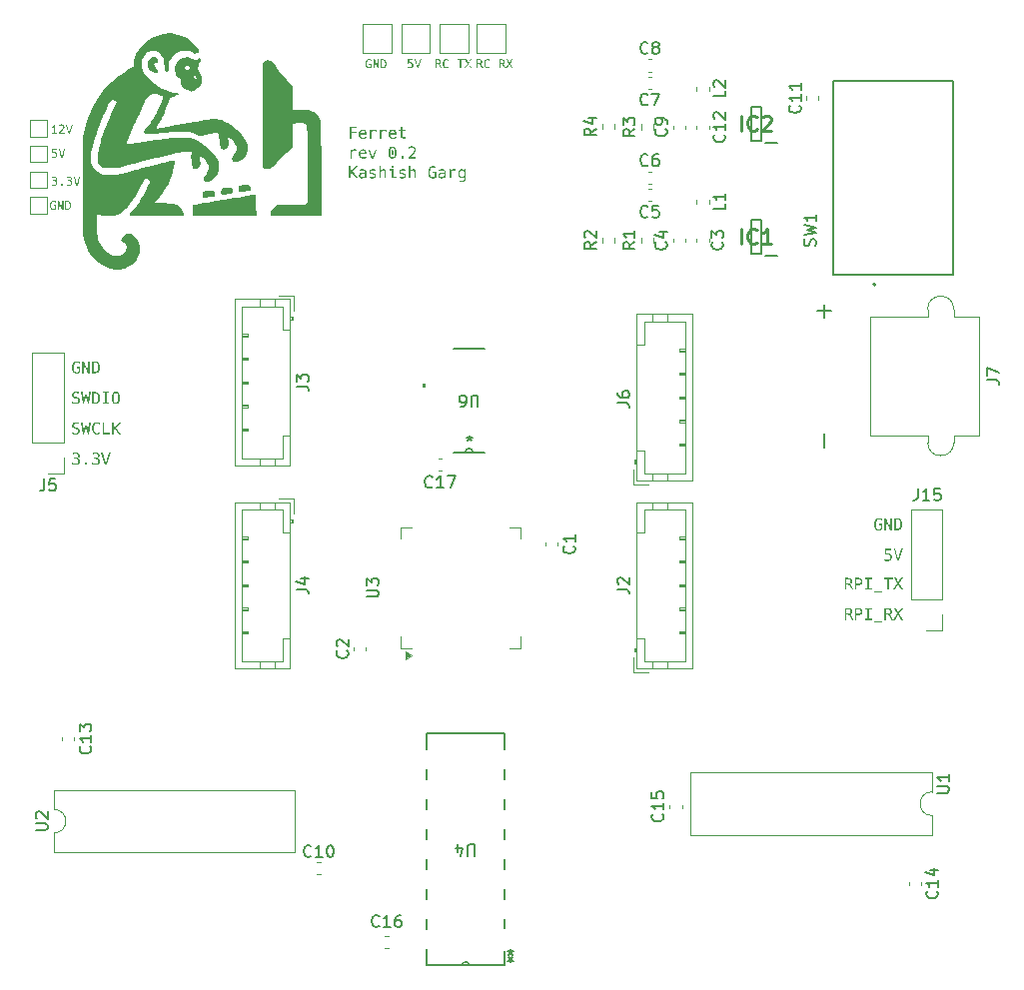
<source format=gbr>
%TF.GenerationSoftware,KiCad,Pcbnew,8.0.6*%
%TF.CreationDate,2025-01-05T12:11:02-05:00*%
%TF.ProjectId,omni-wheel,6f6d6e69-2d77-4686-9565-6c2e6b696361,rev?*%
%TF.SameCoordinates,Original*%
%TF.FileFunction,Legend,Top*%
%TF.FilePolarity,Positive*%
%FSLAX46Y46*%
G04 Gerber Fmt 4.6, Leading zero omitted, Abs format (unit mm)*
G04 Created by KiCad (PCBNEW 8.0.6) date 2025-01-05 12:11:02*
%MOMM*%
%LPD*%
G01*
G04 APERTURE LIST*
%ADD10C,0.100000*%
%ADD11C,0.150000*%
%ADD12C,0.254000*%
%ADD13C,0.200000*%
%ADD14C,0.120000*%
%ADD15C,0.127000*%
%ADD16C,0.000000*%
%ADD17C,0.152400*%
G04 APERTURE END LIST*
D10*
G36*
X80320160Y-70124223D02*
G01*
X80282001Y-70122987D01*
X80268686Y-70122025D01*
X80231314Y-70118042D01*
X80214098Y-70115430D01*
X80177763Y-70108744D01*
X80162257Y-70105355D01*
X80125468Y-70095753D01*
X80106386Y-70089968D01*
X80106386Y-69986653D01*
X80140294Y-70003742D01*
X80157677Y-70011749D01*
X80192964Y-70025382D01*
X80209518Y-70030434D01*
X80245910Y-70038642D01*
X80259893Y-70040875D01*
X80297674Y-70044138D01*
X80310451Y-70044356D01*
X80350706Y-70041826D01*
X80389970Y-70032930D01*
X80426120Y-70015535D01*
X80441243Y-70003872D01*
X80465297Y-69975121D01*
X80480442Y-69939930D01*
X80486455Y-69902752D01*
X80486856Y-69889200D01*
X80483277Y-69851066D01*
X80470905Y-69814473D01*
X80449696Y-69783961D01*
X80441610Y-69775994D01*
X80410136Y-69754452D01*
X80372043Y-69740889D01*
X80332101Y-69735503D01*
X80317595Y-69735144D01*
X80238644Y-69735144D01*
X80238644Y-69655277D01*
X80317595Y-69655277D01*
X80355688Y-69652843D01*
X80391895Y-69644428D01*
X80426843Y-69626396D01*
X80429337Y-69624502D01*
X80454955Y-69595500D01*
X80467011Y-69560840D01*
X80468904Y-69537124D01*
X80463700Y-69498081D01*
X80446319Y-69464098D01*
X80431901Y-69449380D01*
X80399950Y-69430627D01*
X80361836Y-69421040D01*
X80324373Y-69418606D01*
X80285589Y-69420569D01*
X80247001Y-69425909D01*
X80231500Y-69428864D01*
X80194053Y-69437742D01*
X80158868Y-69448687D01*
X80129467Y-69459638D01*
X80129467Y-69369513D01*
X80167131Y-69360647D01*
X80205378Y-69352630D01*
X80240293Y-69346432D01*
X80276597Y-69341450D01*
X80314003Y-69338926D01*
X80326938Y-69338738D01*
X80366033Y-69340619D01*
X80402809Y-69346260D01*
X80426039Y-69352110D01*
X80461046Y-69365243D01*
X80494485Y-69384457D01*
X80505357Y-69392594D01*
X80534288Y-69421296D01*
X80554954Y-69454647D01*
X80567353Y-69492646D01*
X80571421Y-69529708D01*
X80571486Y-69535293D01*
X80567980Y-69572716D01*
X80562510Y-69592629D01*
X80545443Y-69625960D01*
X80536498Y-69637508D01*
X80508674Y-69662383D01*
X80476617Y-69680300D01*
X80438120Y-69693746D01*
X80433916Y-69694844D01*
X80469431Y-69706877D01*
X80504075Y-69725094D01*
X80533096Y-69748267D01*
X80549321Y-69766468D01*
X80569369Y-69798617D01*
X80579912Y-69826186D01*
X80587345Y-69862123D01*
X80589438Y-69895978D01*
X80586965Y-69934112D01*
X80577829Y-69974628D01*
X80561960Y-70010868D01*
X80539360Y-70042829D01*
X80519096Y-70063040D01*
X80488398Y-70085061D01*
X80452864Y-70102305D01*
X80434832Y-70108653D01*
X80398967Y-70117518D01*
X80359380Y-70122703D01*
X80320160Y-70124223D01*
G37*
G36*
X80975952Y-70124223D02*
G01*
X80940010Y-70116514D01*
X80916784Y-70099860D01*
X80897381Y-70067666D01*
X80892787Y-70036296D01*
X80899560Y-69998975D01*
X80916784Y-69972915D01*
X80949308Y-69952419D01*
X80975952Y-69948368D01*
X81013472Y-69957022D01*
X81034754Y-69972915D01*
X81054305Y-70004960D01*
X81058934Y-70036296D01*
X81052109Y-70073668D01*
X81034754Y-70099860D01*
X81002447Y-70120202D01*
X80975952Y-70124223D01*
G37*
G36*
X81583384Y-70124223D02*
G01*
X81545225Y-70122987D01*
X81531910Y-70122025D01*
X81494538Y-70118042D01*
X81477322Y-70115430D01*
X81440987Y-70108744D01*
X81425481Y-70105355D01*
X81388692Y-70095753D01*
X81369610Y-70089968D01*
X81369610Y-69986653D01*
X81403518Y-70003742D01*
X81420901Y-70011749D01*
X81456188Y-70025382D01*
X81472742Y-70030434D01*
X81509134Y-70038642D01*
X81523117Y-70040875D01*
X81560898Y-70044138D01*
X81573675Y-70044356D01*
X81613930Y-70041826D01*
X81653194Y-70032930D01*
X81689344Y-70015535D01*
X81704467Y-70003872D01*
X81728521Y-69975121D01*
X81743666Y-69939930D01*
X81749679Y-69902752D01*
X81750080Y-69889200D01*
X81746501Y-69851066D01*
X81734129Y-69814473D01*
X81712920Y-69783961D01*
X81704834Y-69775994D01*
X81673360Y-69754452D01*
X81635267Y-69740889D01*
X81595325Y-69735503D01*
X81580819Y-69735144D01*
X81501868Y-69735144D01*
X81501868Y-69655277D01*
X81580819Y-69655277D01*
X81618912Y-69652843D01*
X81655119Y-69644428D01*
X81690067Y-69626396D01*
X81692561Y-69624502D01*
X81718179Y-69595500D01*
X81730235Y-69560840D01*
X81732128Y-69537124D01*
X81726924Y-69498081D01*
X81709543Y-69464098D01*
X81695125Y-69449380D01*
X81663174Y-69430627D01*
X81625060Y-69421040D01*
X81587597Y-69418606D01*
X81548813Y-69420569D01*
X81510225Y-69425909D01*
X81494724Y-69428864D01*
X81457277Y-69437742D01*
X81422092Y-69448687D01*
X81392691Y-69459638D01*
X81392691Y-69369513D01*
X81430355Y-69360647D01*
X81468602Y-69352630D01*
X81503517Y-69346432D01*
X81539821Y-69341450D01*
X81577227Y-69338926D01*
X81590162Y-69338738D01*
X81629257Y-69340619D01*
X81666033Y-69346260D01*
X81689263Y-69352110D01*
X81724270Y-69365243D01*
X81757709Y-69384457D01*
X81768581Y-69392594D01*
X81797512Y-69421296D01*
X81818178Y-69454647D01*
X81830577Y-69492646D01*
X81834645Y-69529708D01*
X81834710Y-69535293D01*
X81831204Y-69572716D01*
X81825734Y-69592629D01*
X81808667Y-69625960D01*
X81799722Y-69637508D01*
X81771898Y-69662383D01*
X81739841Y-69680300D01*
X81701344Y-69693746D01*
X81697140Y-69694844D01*
X81732655Y-69706877D01*
X81767299Y-69725094D01*
X81796320Y-69748267D01*
X81812545Y-69766468D01*
X81832593Y-69798617D01*
X81843136Y-69826186D01*
X81850569Y-69862123D01*
X81852662Y-69895978D01*
X81850189Y-69934112D01*
X81841053Y-69974628D01*
X81825184Y-70010868D01*
X81802584Y-70042829D01*
X81782320Y-70063040D01*
X81751622Y-70085061D01*
X81716088Y-70102305D01*
X81698056Y-70108653D01*
X81662191Y-70117518D01*
X81622604Y-70122703D01*
X81583384Y-70124223D01*
G37*
G36*
X81954145Y-69350462D02*
G01*
X82061123Y-69350462D01*
X82240642Y-70026770D01*
X82420526Y-69350462D01*
X82527688Y-69350462D01*
X82303656Y-70112500D01*
X82178176Y-70112500D01*
X81954145Y-69350462D01*
G37*
G36*
X80158485Y-65622632D02*
G01*
X80319502Y-65622632D01*
X80319502Y-65075284D01*
X80197320Y-65213770D01*
X80141083Y-65145259D01*
X80318403Y-64940462D01*
X80421901Y-64940462D01*
X80421901Y-65622632D01*
X80580903Y-65622632D01*
X80580903Y-65702500D01*
X80158485Y-65702500D01*
X80158485Y-65622632D01*
G37*
G36*
X80729464Y-65633623D02*
G01*
X80742287Y-65601749D01*
X80767854Y-65574840D01*
X80794567Y-65546620D01*
X80811530Y-65528660D01*
X80837139Y-65501383D01*
X80863822Y-65472675D01*
X80888755Y-65445614D01*
X80897259Y-65436336D01*
X80922696Y-65408492D01*
X80948533Y-65380220D01*
X80949649Y-65379000D01*
X80974784Y-65351178D01*
X80976577Y-65349141D01*
X80995628Y-65326793D01*
X81018629Y-65298054D01*
X81038859Y-65270739D01*
X81058418Y-65239176D01*
X81065420Y-65224944D01*
X81077692Y-65189876D01*
X81083214Y-65152382D01*
X81083372Y-65144893D01*
X81079705Y-65107752D01*
X81067199Y-65073137D01*
X81045819Y-65045059D01*
X81013413Y-65022845D01*
X80976738Y-65011489D01*
X80941772Y-65008606D01*
X80900543Y-65011980D01*
X80863487Y-65020245D01*
X80824847Y-65033468D01*
X80784623Y-65051651D01*
X80749892Y-65070591D01*
X80735692Y-65079131D01*
X80735692Y-64975816D01*
X80771541Y-64961164D01*
X80807303Y-64949196D01*
X80839740Y-64940645D01*
X80877667Y-64933389D01*
X80915337Y-64929482D01*
X80940307Y-64928738D01*
X80979333Y-64930773D01*
X81016453Y-64936878D01*
X81040141Y-64943210D01*
X81076159Y-64957540D01*
X81108307Y-64977311D01*
X81121840Y-64988272D01*
X81147863Y-65016517D01*
X81167358Y-65047672D01*
X81170933Y-65054951D01*
X81183580Y-65091305D01*
X81188983Y-65128454D01*
X81189434Y-65143611D01*
X81186266Y-65181469D01*
X81176760Y-65219483D01*
X81166903Y-65244911D01*
X81149235Y-65278097D01*
X81137777Y-65295102D01*
X81114805Y-65325351D01*
X81092531Y-65352805D01*
X81068268Y-65380849D01*
X81057177Y-65393471D01*
X81032009Y-65421408D01*
X81009549Y-65445861D01*
X80983984Y-65472922D01*
X80973279Y-65483963D01*
X80947245Y-65510067D01*
X80938108Y-65519134D01*
X80911620Y-65545698D01*
X80895793Y-65561816D01*
X80869369Y-65589201D01*
X80844056Y-65615903D01*
X80837725Y-65622632D01*
X81194563Y-65622632D01*
X81194563Y-65702500D01*
X80729464Y-65702500D01*
X80729464Y-65633623D01*
G37*
G36*
X81312533Y-64940462D02*
G01*
X81419511Y-64940462D01*
X81599030Y-65616770D01*
X81778914Y-64940462D01*
X81886076Y-64940462D01*
X81662044Y-65702500D01*
X81536564Y-65702500D01*
X81312533Y-64940462D01*
G37*
G36*
X80289094Y-67784223D02*
G01*
X80251484Y-67783193D01*
X80237620Y-67782391D01*
X80200138Y-67779007D01*
X80184131Y-67776896D01*
X80147105Y-67770370D01*
X80135771Y-67767737D01*
X80099720Y-67756980D01*
X80093272Y-67754731D01*
X80093272Y-67653065D01*
X80126221Y-67669242D01*
X80161770Y-67683285D01*
X80188161Y-67691350D01*
X80226797Y-67699771D01*
X80265313Y-67703899D01*
X80283049Y-67704356D01*
X80320180Y-67702138D01*
X80357377Y-67694173D01*
X80392546Y-67678287D01*
X80417871Y-67658011D01*
X80440186Y-67628720D01*
X80455197Y-67593604D01*
X80462410Y-67557500D01*
X80464033Y-67527402D01*
X80461579Y-67489855D01*
X80452763Y-67453127D01*
X80451210Y-67449000D01*
X80433829Y-67415647D01*
X80416222Y-67394595D01*
X80386380Y-67372550D01*
X80360901Y-67360889D01*
X80323853Y-67351410D01*
X80286251Y-67348299D01*
X80280484Y-67348250D01*
X80243157Y-67350584D01*
X80206392Y-67357588D01*
X80201533Y-67358874D01*
X80164970Y-67371684D01*
X80130500Y-67389164D01*
X80126062Y-67391847D01*
X80126062Y-67010462D01*
X80513675Y-67010462D01*
X80513675Y-67090329D01*
X80220401Y-67090329D01*
X80220401Y-67283770D01*
X80256661Y-67273509D01*
X80265097Y-67271863D01*
X80302298Y-67268467D01*
X80310160Y-67268382D01*
X80347505Y-67270225D01*
X80385196Y-67276508D01*
X80419337Y-67287250D01*
X80452670Y-67303144D01*
X80484014Y-67324606D01*
X80498838Y-67337991D01*
X80525818Y-67370554D01*
X80546172Y-67407815D01*
X80558343Y-67443493D01*
X80565646Y-67482622D01*
X80568080Y-67525204D01*
X80566314Y-67561878D01*
X80559530Y-67602510D01*
X80547659Y-67639458D01*
X80530701Y-67672723D01*
X80508654Y-67702304D01*
X80495724Y-67715713D01*
X80466993Y-67738614D01*
X80433831Y-67757032D01*
X80409262Y-67766821D01*
X80372086Y-67776729D01*
X80334534Y-67782167D01*
X80297678Y-67784155D01*
X80289094Y-67784223D01*
G37*
G36*
X80680921Y-67010462D02*
G01*
X80787899Y-67010462D01*
X80967418Y-67686770D01*
X81147302Y-67010462D01*
X81254464Y-67010462D01*
X81030432Y-67772500D01*
X80904952Y-67772500D01*
X80680921Y-67010462D01*
G37*
G36*
X80268853Y-72184223D02*
G01*
X80228941Y-72182137D01*
X80191638Y-72175877D01*
X80153248Y-72164027D01*
X80138794Y-72157845D01*
X80105098Y-72138979D01*
X80074766Y-72115355D01*
X80047797Y-72086973D01*
X80042807Y-72080725D01*
X80019587Y-72046295D01*
X80000303Y-72007921D01*
X79984954Y-71965602D01*
X79975509Y-71928907D01*
X79968582Y-71889688D01*
X79964174Y-71847944D01*
X79962285Y-71803675D01*
X79962206Y-71792213D01*
X79963489Y-71746641D01*
X79967336Y-71703714D01*
X79973747Y-71663431D01*
X79982723Y-71625792D01*
X79994263Y-71590799D01*
X80012295Y-71550776D01*
X80034334Y-71514886D01*
X80044272Y-71501687D01*
X80071434Y-71472029D01*
X80101627Y-71447397D01*
X80134853Y-71427793D01*
X80171111Y-71413215D01*
X80210402Y-71403664D01*
X80252724Y-71399140D01*
X80270502Y-71398738D01*
X80307296Y-71400516D01*
X80345237Y-71406453D01*
X80364841Y-71411378D01*
X80400608Y-71424417D01*
X80434682Y-71441508D01*
X80449837Y-71450762D01*
X80449837Y-71556092D01*
X80421065Y-71531121D01*
X80406057Y-71520371D01*
X80373450Y-71501337D01*
X80364841Y-71497290D01*
X80328790Y-71485188D01*
X80318496Y-71483002D01*
X80282083Y-71478816D01*
X80271967Y-71478606D01*
X80230568Y-71482331D01*
X80193884Y-71493507D01*
X80161916Y-71512134D01*
X80134664Y-71538211D01*
X80121209Y-71556458D01*
X80101437Y-71594375D01*
X80088355Y-71633015D01*
X80080179Y-71669544D01*
X80074481Y-71710009D01*
X80071260Y-71754409D01*
X80070467Y-71792763D01*
X80071234Y-71831792D01*
X80073931Y-71872224D01*
X80078569Y-71908976D01*
X80082740Y-71931432D01*
X80092650Y-71968808D01*
X80106818Y-72004348D01*
X80119743Y-72027419D01*
X80143612Y-72057397D01*
X80172582Y-72080013D01*
X80206653Y-72095265D01*
X80245827Y-72103154D01*
X80270502Y-72104356D01*
X80307880Y-72101321D01*
X80330403Y-72095746D01*
X80354399Y-72085488D01*
X80377114Y-72070101D01*
X80377114Y-71853763D01*
X80265739Y-71853763D01*
X80265739Y-71773895D01*
X80476032Y-71773895D01*
X80476032Y-72110401D01*
X80446006Y-72133506D01*
X80413858Y-72152196D01*
X80382793Y-72165355D01*
X80345692Y-72176097D01*
X80306427Y-72182381D01*
X80268853Y-72184223D01*
G37*
G36*
X80612869Y-71410462D02*
G01*
X80744211Y-71410462D01*
X81002498Y-72039692D01*
X81002498Y-71410462D01*
X81102515Y-71410462D01*
X81102515Y-72172500D01*
X80971174Y-72172500D01*
X80712887Y-71554077D01*
X80712887Y-72172500D01*
X80612869Y-72172500D01*
X80612869Y-71410462D01*
G37*
G36*
X81441147Y-71411913D02*
G01*
X81480683Y-71416266D01*
X81517328Y-71423522D01*
X81559069Y-71436673D01*
X81596293Y-71454359D01*
X81629001Y-71476580D01*
X81657191Y-71503335D01*
X81681149Y-71534876D01*
X81701047Y-71571452D01*
X81716884Y-71613065D01*
X81726630Y-71649980D01*
X81733777Y-71690119D01*
X81738325Y-71733480D01*
X81740274Y-71780064D01*
X81740355Y-71792213D01*
X81739056Y-71839260D01*
X81735158Y-71883129D01*
X81728660Y-71923821D01*
X81719564Y-71961336D01*
X81704539Y-72003762D01*
X81685454Y-72041224D01*
X81662307Y-72073722D01*
X81657191Y-72079626D01*
X81629001Y-72106382D01*
X81596293Y-72128602D01*
X81559069Y-72146288D01*
X81517328Y-72159439D01*
X81480683Y-72166695D01*
X81441147Y-72171048D01*
X81398721Y-72172500D01*
X81243382Y-72172500D01*
X81243382Y-72092632D01*
X81347613Y-72092632D01*
X81396706Y-72092632D01*
X81435796Y-72091036D01*
X81477544Y-72084905D01*
X81513664Y-72074176D01*
X81548690Y-72055847D01*
X81576054Y-72031259D01*
X81579338Y-72027236D01*
X81599467Y-71993782D01*
X81612784Y-71957014D01*
X81621108Y-71920667D01*
X81626909Y-71879133D01*
X81629734Y-71842170D01*
X81630945Y-71801887D01*
X81630996Y-71791297D01*
X81630194Y-71750021D01*
X81627790Y-71712106D01*
X81622531Y-71669436D01*
X81614767Y-71632017D01*
X81602144Y-71594045D01*
X81582860Y-71559299D01*
X81579705Y-71555176D01*
X81553017Y-71529495D01*
X81518476Y-71510476D01*
X81507165Y-71506266D01*
X81469907Y-71496555D01*
X81431364Y-71491590D01*
X81396706Y-71490329D01*
X81347613Y-71490329D01*
X81347613Y-72092632D01*
X81243382Y-72092632D01*
X81243382Y-71410462D01*
X81398721Y-71410462D01*
X81441147Y-71411913D01*
G37*
G36*
X150216824Y-99345631D02*
G01*
X150163608Y-99342849D01*
X150113870Y-99334503D01*
X150062684Y-99318703D01*
X150043412Y-99310460D01*
X149998484Y-99285306D01*
X149958041Y-99253807D01*
X149922082Y-99215964D01*
X149915429Y-99207634D01*
X149884469Y-99161727D01*
X149858757Y-99110562D01*
X149838292Y-99054137D01*
X149825698Y-99005210D01*
X149816463Y-98952917D01*
X149810585Y-98897258D01*
X149808067Y-98838233D01*
X149807962Y-98822951D01*
X149809671Y-98762188D01*
X149814801Y-98704952D01*
X149823349Y-98651241D01*
X149835317Y-98601057D01*
X149850704Y-98554399D01*
X149874747Y-98501035D01*
X149904132Y-98453181D01*
X149917383Y-98435582D01*
X149953598Y-98396038D01*
X149993856Y-98363197D01*
X150038157Y-98337057D01*
X150086502Y-98317621D01*
X150138889Y-98304886D01*
X150195318Y-98298854D01*
X150219022Y-98298318D01*
X150268081Y-98300688D01*
X150318669Y-98308604D01*
X150344807Y-98315170D01*
X150392497Y-98332556D01*
X150437929Y-98355344D01*
X150458136Y-98367683D01*
X150458136Y-98508122D01*
X150419773Y-98474828D01*
X150399762Y-98460495D01*
X150356286Y-98435117D01*
X150344807Y-98429720D01*
X150296740Y-98413585D01*
X150283014Y-98410669D01*
X150234464Y-98405088D01*
X150220976Y-98404808D01*
X150165777Y-98409775D01*
X150116865Y-98424676D01*
X150074241Y-98449512D01*
X150037905Y-98484282D01*
X150019965Y-98508611D01*
X149993603Y-98559167D01*
X149976160Y-98610687D01*
X149965259Y-98659393D01*
X149957661Y-98713345D01*
X149953366Y-98772546D01*
X149952309Y-98823684D01*
X149953332Y-98875723D01*
X149956928Y-98929632D01*
X149963112Y-98978634D01*
X149968674Y-99008576D01*
X149981886Y-99058411D01*
X150000777Y-99105797D01*
X150018011Y-99136559D01*
X150049835Y-99176530D01*
X150088462Y-99206684D01*
X150133891Y-99227020D01*
X150186122Y-99237538D01*
X150219022Y-99239141D01*
X150268859Y-99235094D01*
X150298890Y-99227662D01*
X150330886Y-99213984D01*
X150361172Y-99193468D01*
X150361172Y-98905017D01*
X150212672Y-98905017D01*
X150212672Y-98798527D01*
X150493063Y-98798527D01*
X150493063Y-99247201D01*
X150453028Y-99278009D01*
X150410164Y-99302929D01*
X150368743Y-99320474D01*
X150319276Y-99334797D01*
X150266923Y-99343174D01*
X150216824Y-99345631D01*
G37*
G36*
X150675512Y-98313949D02*
G01*
X150850634Y-98313949D01*
X151195017Y-99152923D01*
X151195017Y-98313949D01*
X151328373Y-98313949D01*
X151328373Y-99330000D01*
X151153251Y-99330000D01*
X150808869Y-98505436D01*
X150808869Y-99330000D01*
X150675512Y-99330000D01*
X150675512Y-98313949D01*
G37*
G36*
X151779883Y-98315884D02*
G01*
X151832598Y-98321689D01*
X151881458Y-98331363D01*
X151937112Y-98348898D01*
X151986744Y-98372479D01*
X152030354Y-98402106D01*
X152067941Y-98437780D01*
X152099886Y-98479835D01*
X152126416Y-98528603D01*
X152147532Y-98584086D01*
X152160526Y-98633307D01*
X152170056Y-98686825D01*
X152176120Y-98744640D01*
X152178719Y-98806752D01*
X152178827Y-98822951D01*
X152177094Y-98885680D01*
X152171897Y-98944172D01*
X152163234Y-98998428D01*
X152151105Y-99048449D01*
X152131072Y-99105017D01*
X152105625Y-99154966D01*
X152074763Y-99198297D01*
X152067941Y-99206168D01*
X152030354Y-99241842D01*
X151986744Y-99271470D01*
X151937112Y-99295051D01*
X151881458Y-99312586D01*
X151832598Y-99322260D01*
X151779883Y-99328065D01*
X151723314Y-99330000D01*
X151516196Y-99330000D01*
X151516196Y-99223510D01*
X151655170Y-99223510D01*
X151720627Y-99223510D01*
X151772747Y-99221381D01*
X151828412Y-99213206D01*
X151876571Y-99198901D01*
X151923273Y-99174463D01*
X151959759Y-99141679D01*
X151964138Y-99136315D01*
X151990975Y-99091709D01*
X152008732Y-99042685D01*
X152019831Y-98994223D01*
X152027566Y-98938844D01*
X152031332Y-98889560D01*
X152032947Y-98835849D01*
X152033014Y-98821730D01*
X152031945Y-98766695D01*
X152028740Y-98716141D01*
X152021727Y-98659248D01*
X152011376Y-98609356D01*
X151994546Y-98558726D01*
X151968834Y-98512399D01*
X151964626Y-98506901D01*
X151929043Y-98472660D01*
X151882988Y-98447302D01*
X151867906Y-98441688D01*
X151818229Y-98428740D01*
X151766839Y-98422120D01*
X151720627Y-98420439D01*
X151655170Y-98420439D01*
X151655170Y-99223510D01*
X151516196Y-99223510D01*
X151516196Y-98313949D01*
X151723314Y-98313949D01*
X151779883Y-98315884D01*
G37*
G36*
X150939295Y-101945631D02*
G01*
X150889149Y-101944257D01*
X150870663Y-101943189D01*
X150820687Y-101938676D01*
X150799344Y-101935861D01*
X150749977Y-101927160D01*
X150734864Y-101923649D01*
X150686796Y-101909307D01*
X150678200Y-101906308D01*
X150678200Y-101770753D01*
X150722131Y-101792323D01*
X150769529Y-101811047D01*
X150804717Y-101821800D01*
X150856233Y-101833028D01*
X150907588Y-101838532D01*
X150931235Y-101839141D01*
X150980743Y-101836184D01*
X151030340Y-101825564D01*
X151077231Y-101804382D01*
X151110998Y-101777348D01*
X151140751Y-101738293D01*
X151160766Y-101691473D01*
X151170383Y-101643334D01*
X151172547Y-101603203D01*
X151169275Y-101553140D01*
X151157521Y-101504170D01*
X151155450Y-101498667D01*
X151132275Y-101454196D01*
X151108800Y-101426127D01*
X151069010Y-101396733D01*
X151035038Y-101381186D01*
X150985640Y-101368546D01*
X150935505Y-101364399D01*
X150927816Y-101364333D01*
X150878045Y-101367446D01*
X150829026Y-101376784D01*
X150822547Y-101378499D01*
X150773796Y-101395579D01*
X150727836Y-101418885D01*
X150721919Y-101422463D01*
X150721919Y-100913949D01*
X151238737Y-100913949D01*
X151238737Y-101020439D01*
X150847704Y-101020439D01*
X150847704Y-101278360D01*
X150896051Y-101264679D01*
X150907299Y-101262484D01*
X150956900Y-101257956D01*
X150967383Y-101257843D01*
X151017176Y-101260300D01*
X151067431Y-101268677D01*
X151112952Y-101283000D01*
X151157396Y-101304192D01*
X151199188Y-101332809D01*
X151218953Y-101350655D01*
X151254927Y-101394072D01*
X151282065Y-101443754D01*
X151298294Y-101491324D01*
X151308031Y-101543497D01*
X151311277Y-101600272D01*
X151308922Y-101649170D01*
X151299877Y-101703346D01*
X151284049Y-101752611D01*
X151261437Y-101796964D01*
X151232042Y-101836405D01*
X151214801Y-101854284D01*
X151176493Y-101884818D01*
X151132278Y-101909376D01*
X151099519Y-101922428D01*
X151049952Y-101935638D01*
X150999882Y-101942889D01*
X150950740Y-101945540D01*
X150939295Y-101945631D01*
G37*
G36*
X151461731Y-100913949D02*
G01*
X151604369Y-100913949D01*
X151843727Y-101815694D01*
X152083573Y-100913949D01*
X152226455Y-100913949D01*
X151927746Y-101930000D01*
X151760440Y-101930000D01*
X151461731Y-100913949D01*
G37*
G36*
X105359246Y-65123949D02*
G01*
X105960083Y-65123949D01*
X105960083Y-65230439D01*
X105497976Y-65230439D01*
X105497976Y-65564563D01*
X105917096Y-65564563D01*
X105917096Y-65671053D01*
X105497976Y-65671053D01*
X105497976Y-66140000D01*
X105359246Y-66140000D01*
X105359246Y-65123949D01*
G37*
G36*
X106536059Y-65361900D02*
G01*
X106586223Y-65372333D01*
X106638626Y-65393295D01*
X106684437Y-65423724D01*
X106718457Y-65457341D01*
X106747177Y-65497106D01*
X106769954Y-65542211D01*
X106786790Y-65592658D01*
X106797684Y-65648446D01*
X106802223Y-65699015D01*
X106802965Y-65731137D01*
X106802965Y-65793175D01*
X106258060Y-65793175D01*
X106258060Y-65797083D01*
X106261983Y-65851793D01*
X106273752Y-65900642D01*
X106296372Y-65948589D01*
X106320830Y-65980753D01*
X106361028Y-66013812D01*
X106410732Y-66036051D01*
X106462893Y-66046737D01*
X106506943Y-66049141D01*
X106559631Y-66046119D01*
X106611082Y-66037051D01*
X106644696Y-66027648D01*
X106694086Y-66010257D01*
X106742240Y-65990324D01*
X106773656Y-65975624D01*
X106773656Y-66097013D01*
X106724689Y-66115503D01*
X106675242Y-66131039D01*
X106642009Y-66139755D01*
X106591588Y-66149430D01*
X106540343Y-66154639D01*
X106505722Y-66155631D01*
X106452246Y-66153061D01*
X106402491Y-66145351D01*
X106347697Y-66129314D01*
X106298260Y-66105875D01*
X106254182Y-66075035D01*
X106227773Y-66050362D01*
X106193493Y-66008090D01*
X106166304Y-65960408D01*
X106146209Y-65907317D01*
X106134880Y-65858942D01*
X106128477Y-65806810D01*
X106126901Y-65762400D01*
X106129405Y-65707201D01*
X106132339Y-65686685D01*
X106262944Y-65686685D01*
X106677180Y-65686685D01*
X106673487Y-65634479D01*
X106662407Y-65586854D01*
X106657885Y-65574089D01*
X106633094Y-65529026D01*
X106596824Y-65494466D01*
X106551483Y-65473253D01*
X106502550Y-65465374D01*
X106485694Y-65464912D01*
X106436681Y-65469103D01*
X106387574Y-65484583D01*
X106369190Y-65494710D01*
X106329910Y-65527153D01*
X106299538Y-65568612D01*
X106296161Y-65574822D01*
X106276820Y-65620997D01*
X106264959Y-65671473D01*
X106262944Y-65686685D01*
X106132339Y-65686685D01*
X106136915Y-65654689D01*
X106149433Y-65604863D01*
X106166957Y-65557725D01*
X106189412Y-65514295D01*
X106220476Y-65471093D01*
X106257685Y-65433881D01*
X106285903Y-65412400D01*
X106333235Y-65386307D01*
X106380271Y-65370283D01*
X106431978Y-65361005D01*
X106481053Y-65358422D01*
X106536059Y-65361900D01*
G37*
G36*
X107090683Y-65374054D02*
G01*
X107204989Y-65374054D01*
X107217201Y-65525729D01*
X107240500Y-65478874D01*
X107270095Y-65439366D01*
X107309923Y-65404392D01*
X107313921Y-65401653D01*
X107361421Y-65377040D01*
X107409811Y-65363531D01*
X107463163Y-65358465D01*
X107468771Y-65358422D01*
X107519871Y-65361881D01*
X107572116Y-65373835D01*
X107619590Y-65394329D01*
X107632903Y-65402142D01*
X107632903Y-65534033D01*
X107594205Y-65503793D01*
X107546620Y-65480100D01*
X107494746Y-65467342D01*
X107457780Y-65464912D01*
X107403024Y-65469599D01*
X107355015Y-65483658D01*
X107309070Y-65510678D01*
X107279239Y-65539895D01*
X107252097Y-65581462D01*
X107232711Y-65631181D01*
X107222108Y-65681371D01*
X107217444Y-65737803D01*
X107217201Y-65755073D01*
X107217201Y-66140000D01*
X107090683Y-66140000D01*
X107090683Y-65374054D01*
G37*
G36*
X107932833Y-65374054D02*
G01*
X108047138Y-65374054D01*
X108059351Y-65525729D01*
X108082649Y-65478874D01*
X108112244Y-65439366D01*
X108152072Y-65404392D01*
X108156071Y-65401653D01*
X108203570Y-65377040D01*
X108251961Y-65363531D01*
X108305313Y-65358465D01*
X108310921Y-65358422D01*
X108362020Y-65361881D01*
X108414265Y-65373835D01*
X108461740Y-65394329D01*
X108475052Y-65402142D01*
X108475052Y-65534033D01*
X108436355Y-65503793D01*
X108388769Y-65480100D01*
X108336895Y-65467342D01*
X108299930Y-65464912D01*
X108245174Y-65469599D01*
X108197165Y-65483658D01*
X108151219Y-65510678D01*
X108121388Y-65539895D01*
X108094247Y-65581462D01*
X108074860Y-65631181D01*
X108064258Y-65681371D01*
X108059593Y-65737803D01*
X108059351Y-65755073D01*
X108059351Y-66140000D01*
X107932833Y-66140000D01*
X107932833Y-65374054D01*
G37*
G36*
X109062507Y-65361900D02*
G01*
X109112671Y-65372333D01*
X109165074Y-65393295D01*
X109210885Y-65423724D01*
X109244905Y-65457341D01*
X109273625Y-65497106D01*
X109296402Y-65542211D01*
X109313238Y-65592658D01*
X109324132Y-65648446D01*
X109328671Y-65699015D01*
X109329413Y-65731137D01*
X109329413Y-65793175D01*
X108784508Y-65793175D01*
X108784508Y-65797083D01*
X108788431Y-65851793D01*
X108800200Y-65900642D01*
X108822820Y-65948589D01*
X108847278Y-65980753D01*
X108887476Y-66013812D01*
X108937180Y-66036051D01*
X108989341Y-66046737D01*
X109033391Y-66049141D01*
X109086079Y-66046119D01*
X109137530Y-66037051D01*
X109171144Y-66027648D01*
X109220534Y-66010257D01*
X109268688Y-65990324D01*
X109300104Y-65975624D01*
X109300104Y-66097013D01*
X109251137Y-66115503D01*
X109201690Y-66131039D01*
X109168457Y-66139755D01*
X109118036Y-66149430D01*
X109066791Y-66154639D01*
X109032170Y-66155631D01*
X108978694Y-66153061D01*
X108928939Y-66145351D01*
X108874145Y-66129314D01*
X108824708Y-66105875D01*
X108780630Y-66075035D01*
X108754221Y-66050362D01*
X108719941Y-66008090D01*
X108692752Y-65960408D01*
X108672657Y-65907317D01*
X108661328Y-65858942D01*
X108654925Y-65806810D01*
X108653349Y-65762400D01*
X108655853Y-65707201D01*
X108658787Y-65686685D01*
X108789392Y-65686685D01*
X109203628Y-65686685D01*
X109199935Y-65634479D01*
X109188855Y-65586854D01*
X109184333Y-65574089D01*
X109159542Y-65529026D01*
X109123272Y-65494466D01*
X109077931Y-65473253D01*
X109028998Y-65465374D01*
X109012142Y-65464912D01*
X108963129Y-65469103D01*
X108914022Y-65484583D01*
X108895638Y-65494710D01*
X108856358Y-65527153D01*
X108825986Y-65568612D01*
X108822609Y-65574822D01*
X108803268Y-65620997D01*
X108791407Y-65671473D01*
X108789392Y-65686685D01*
X108658787Y-65686685D01*
X108663363Y-65654689D01*
X108675881Y-65604863D01*
X108693405Y-65557725D01*
X108715860Y-65514295D01*
X108746924Y-65471093D01*
X108784133Y-65433881D01*
X108812351Y-65412400D01*
X108859683Y-65386307D01*
X108906719Y-65370283D01*
X108958426Y-65361005D01*
X109007501Y-65358422D01*
X109062507Y-65361900D01*
G37*
G36*
X109962491Y-66140000D02*
G01*
X109912536Y-66138025D01*
X109861571Y-66130728D01*
X109812971Y-66115807D01*
X109770593Y-66090626D01*
X109762944Y-66083824D01*
X109732161Y-66040938D01*
X109714204Y-65989045D01*
X109706623Y-65939974D01*
X109704570Y-65891849D01*
X109704570Y-65480544D01*
X109500383Y-65480544D01*
X109500383Y-65374054D01*
X109704570Y-65374054D01*
X109704570Y-65174508D01*
X109830355Y-65119797D01*
X109830355Y-65374054D01*
X110116120Y-65374054D01*
X110116120Y-65480544D01*
X109830355Y-65480544D01*
X109830355Y-65886231D01*
X109834165Y-65936572D01*
X109850033Y-65984030D01*
X109862595Y-66000781D01*
X109906742Y-66025327D01*
X109955480Y-66032998D01*
X109974703Y-66033510D01*
X110116120Y-66033510D01*
X110116120Y-66140000D01*
X109962491Y-66140000D01*
G37*
G36*
X105406385Y-67054054D02*
G01*
X105520690Y-67054054D01*
X105532903Y-67205729D01*
X105556201Y-67158874D01*
X105585796Y-67119366D01*
X105625624Y-67084392D01*
X105629623Y-67081653D01*
X105677122Y-67057040D01*
X105725513Y-67043531D01*
X105778865Y-67038465D01*
X105784473Y-67038422D01*
X105835572Y-67041881D01*
X105887817Y-67053835D01*
X105935292Y-67074329D01*
X105948604Y-67082142D01*
X105948604Y-67214033D01*
X105909907Y-67183793D01*
X105862321Y-67160100D01*
X105810447Y-67147342D01*
X105773482Y-67144912D01*
X105718726Y-67149599D01*
X105670717Y-67163658D01*
X105624771Y-67190678D01*
X105594940Y-67219895D01*
X105567799Y-67261462D01*
X105548412Y-67311181D01*
X105537810Y-67361371D01*
X105533145Y-67417803D01*
X105532903Y-67435073D01*
X105532903Y-67820000D01*
X105406385Y-67820000D01*
X105406385Y-67054054D01*
G37*
G36*
X106536059Y-67041900D02*
G01*
X106586223Y-67052333D01*
X106638626Y-67073295D01*
X106684437Y-67103724D01*
X106718457Y-67137341D01*
X106747177Y-67177106D01*
X106769954Y-67222211D01*
X106786790Y-67272658D01*
X106797684Y-67328446D01*
X106802223Y-67379015D01*
X106802965Y-67411137D01*
X106802965Y-67473175D01*
X106258060Y-67473175D01*
X106258060Y-67477083D01*
X106261983Y-67531793D01*
X106273752Y-67580642D01*
X106296372Y-67628589D01*
X106320830Y-67660753D01*
X106361028Y-67693812D01*
X106410732Y-67716051D01*
X106462893Y-67726737D01*
X106506943Y-67729141D01*
X106559631Y-67726119D01*
X106611082Y-67717051D01*
X106644696Y-67707648D01*
X106694086Y-67690257D01*
X106742240Y-67670324D01*
X106773656Y-67655624D01*
X106773656Y-67777013D01*
X106724689Y-67795503D01*
X106675242Y-67811039D01*
X106642009Y-67819755D01*
X106591588Y-67829430D01*
X106540343Y-67834639D01*
X106505722Y-67835631D01*
X106452246Y-67833061D01*
X106402491Y-67825351D01*
X106347697Y-67809314D01*
X106298260Y-67785875D01*
X106254182Y-67755035D01*
X106227773Y-67730362D01*
X106193493Y-67688090D01*
X106166304Y-67640408D01*
X106146209Y-67587317D01*
X106134880Y-67538942D01*
X106128477Y-67486810D01*
X106126901Y-67442400D01*
X106129405Y-67387201D01*
X106132339Y-67366685D01*
X106262944Y-67366685D01*
X106677180Y-67366685D01*
X106673487Y-67314479D01*
X106662407Y-67266854D01*
X106657885Y-67254089D01*
X106633094Y-67209026D01*
X106596824Y-67174466D01*
X106551483Y-67153253D01*
X106502550Y-67145374D01*
X106485694Y-67144912D01*
X106436681Y-67149103D01*
X106387574Y-67164583D01*
X106369190Y-67174710D01*
X106329910Y-67207153D01*
X106299538Y-67248612D01*
X106296161Y-67254822D01*
X106276820Y-67300997D01*
X106264959Y-67351473D01*
X106262944Y-67366685D01*
X106132339Y-67366685D01*
X106136915Y-67334689D01*
X106149433Y-67284863D01*
X106166957Y-67237725D01*
X106189412Y-67194295D01*
X106220476Y-67151093D01*
X106257685Y-67113881D01*
X106285903Y-67092400D01*
X106333235Y-67066307D01*
X106380271Y-67050283D01*
X106431978Y-67041005D01*
X106481053Y-67038422D01*
X106536059Y-67041900D01*
G37*
G36*
X106952686Y-67054054D02*
G01*
X107083112Y-67054054D01*
X107305373Y-67697145D01*
X107528122Y-67054054D01*
X107658792Y-67054054D01*
X107386706Y-67820000D01*
X107224773Y-67820000D01*
X106952686Y-67054054D01*
G37*
G36*
X109020690Y-67096064D02*
G01*
X109037314Y-67142619D01*
X109043649Y-67170802D01*
X109051468Y-67219899D01*
X109054640Y-67248471D01*
X109058387Y-67298122D01*
X109058792Y-67314661D01*
X109056646Y-67364378D01*
X109056350Y-67369371D01*
X109051900Y-67418583D01*
X109047069Y-67453147D01*
X109035732Y-67502026D01*
X109011262Y-67546265D01*
X108991137Y-67554263D01*
X108957187Y-67524466D01*
X108942002Y-67476332D01*
X108937159Y-67454612D01*
X108928795Y-67404499D01*
X108925680Y-67377676D01*
X108921803Y-67327947D01*
X108921284Y-67309288D01*
X108923341Y-67260027D01*
X108923970Y-67249692D01*
X108929259Y-67200368D01*
X108934961Y-67168604D01*
X108947171Y-67120787D01*
X108970466Y-67077510D01*
X108988206Y-67069685D01*
X109020690Y-67096064D01*
G37*
G36*
X109038989Y-66791556D02*
G01*
X109092959Y-66803989D01*
X109141244Y-66825748D01*
X109183846Y-66856831D01*
X109220763Y-66897240D01*
X109237090Y-66920942D01*
X109260803Y-66964567D01*
X109280653Y-67014536D01*
X109295213Y-67064933D01*
X109299371Y-67082875D01*
X109308668Y-67133570D01*
X109315308Y-67188693D01*
X109318940Y-67240556D01*
X109320538Y-67295810D01*
X109320621Y-67312219D01*
X109319604Y-67368524D01*
X109316553Y-67421392D01*
X109311469Y-67470825D01*
X109303169Y-67523112D01*
X109299371Y-67541563D01*
X109285854Y-67593437D01*
X109269207Y-67640249D01*
X109247039Y-67686326D01*
X109237090Y-67703007D01*
X109202792Y-67748079D01*
X109162912Y-67783825D01*
X109117452Y-67810246D01*
X109066410Y-67827342D01*
X109009786Y-67835113D01*
X108989672Y-67835631D01*
X108940372Y-67832393D01*
X108886471Y-67819960D01*
X108838305Y-67798201D01*
X108795876Y-67767117D01*
X108759182Y-67726709D01*
X108742986Y-67703007D01*
X108718922Y-67658368D01*
X108698937Y-67607648D01*
X108683030Y-67550844D01*
X108673241Y-67501023D01*
X108666063Y-67447308D01*
X108661495Y-67389701D01*
X108659537Y-67328202D01*
X108659455Y-67312219D01*
X108798185Y-67312219D01*
X108798933Y-67363605D01*
X108801972Y-67422954D01*
X108807348Y-67476877D01*
X108815062Y-67525374D01*
X108827404Y-67576408D01*
X108846057Y-67626071D01*
X108872984Y-67671164D01*
X108910431Y-67706494D01*
X108955451Y-67725518D01*
X108989672Y-67729141D01*
X109040627Y-67720988D01*
X109083584Y-67696529D01*
X109118542Y-67655764D01*
X109134508Y-67626071D01*
X109152970Y-67575990D01*
X109165186Y-67524785D01*
X109172821Y-67476276D01*
X109178143Y-67422461D01*
X109181150Y-67363338D01*
X109181891Y-67312219D01*
X109181150Y-67260996D01*
X109178143Y-67201798D01*
X109172821Y-67147967D01*
X109165186Y-67099503D01*
X109152970Y-67048429D01*
X109134508Y-66998611D01*
X109107778Y-66953197D01*
X109070154Y-66917616D01*
X109024531Y-66898457D01*
X108989672Y-66894808D01*
X108939306Y-66902961D01*
X108896747Y-66927420D01*
X108861992Y-66968185D01*
X108846057Y-66997878D01*
X108828584Y-67043667D01*
X108815962Y-67093590D01*
X108810153Y-67126106D01*
X108803842Y-67177339D01*
X108800160Y-67228834D01*
X108798477Y-67278888D01*
X108798185Y-67312219D01*
X108659455Y-67312219D01*
X108660760Y-67249631D01*
X108664676Y-67190952D01*
X108671202Y-67136181D01*
X108680338Y-67085317D01*
X108695429Y-67027233D01*
X108714599Y-66975255D01*
X108737847Y-66929383D01*
X108742986Y-66920942D01*
X108776812Y-66875870D01*
X108816374Y-66840124D01*
X108861671Y-66813703D01*
X108912704Y-66796607D01*
X108969474Y-66788836D01*
X108989672Y-66788318D01*
X109038989Y-66791556D01*
G37*
G36*
X109829867Y-67835631D02*
G01*
X109781945Y-67825353D01*
X109750976Y-67803147D01*
X109725105Y-67760222D01*
X109718981Y-67718394D01*
X109728011Y-67668634D01*
X109750976Y-67633886D01*
X109794342Y-67606559D01*
X109829867Y-67601158D01*
X109879894Y-67612696D01*
X109908269Y-67633886D01*
X109934338Y-67676614D01*
X109940509Y-67718394D01*
X109931410Y-67768224D01*
X109908269Y-67803147D01*
X109865194Y-67830270D01*
X109829867Y-67835631D01*
G37*
G36*
X110356699Y-67728164D02*
G01*
X110373796Y-67685666D01*
X110407885Y-67649787D01*
X110443503Y-67612161D01*
X110466120Y-67588213D01*
X110500266Y-67551844D01*
X110535843Y-67513566D01*
X110569086Y-67477485D01*
X110580425Y-67465115D01*
X110614341Y-67427989D01*
X110648791Y-67390294D01*
X110650279Y-67388667D01*
X110683792Y-67351571D01*
X110686182Y-67348855D01*
X110711584Y-67319057D01*
X110742252Y-67280739D01*
X110769225Y-67244319D01*
X110795305Y-67202235D01*
X110804640Y-67183258D01*
X110821002Y-67136502D01*
X110828366Y-67086510D01*
X110828576Y-67076524D01*
X110823686Y-67027003D01*
X110807013Y-66980850D01*
X110778506Y-66943412D01*
X110735298Y-66913794D01*
X110686397Y-66898652D01*
X110639776Y-66894808D01*
X110584804Y-66899307D01*
X110535396Y-66910327D01*
X110483876Y-66927958D01*
X110430244Y-66952201D01*
X110383937Y-66977454D01*
X110365003Y-66988841D01*
X110365003Y-66851088D01*
X110412802Y-66831552D01*
X110460485Y-66815595D01*
X110503733Y-66804193D01*
X110554303Y-66794519D01*
X110604529Y-66789310D01*
X110637822Y-66788318D01*
X110689857Y-66791031D01*
X110739351Y-66799171D01*
X110770935Y-66807613D01*
X110818959Y-66826720D01*
X110861823Y-66853082D01*
X110879867Y-66867697D01*
X110914564Y-66905356D01*
X110940557Y-66946897D01*
X110945324Y-66956601D01*
X110962187Y-67005074D01*
X110969390Y-67054605D01*
X110969993Y-67074815D01*
X110965768Y-67125293D01*
X110953094Y-67175977D01*
X110939951Y-67209881D01*
X110916394Y-67254129D01*
X110901116Y-67276803D01*
X110870487Y-67317135D01*
X110840788Y-67353740D01*
X110808438Y-67391132D01*
X110793649Y-67407962D01*
X110760093Y-67445211D01*
X110730146Y-67477815D01*
X110696059Y-67513896D01*
X110681786Y-67528618D01*
X110647073Y-67563422D01*
X110634891Y-67575512D01*
X110599574Y-67610930D01*
X110578471Y-67632421D01*
X110543239Y-67668935D01*
X110509488Y-67704538D01*
X110501046Y-67713510D01*
X110976831Y-67713510D01*
X110976831Y-67820000D01*
X110356699Y-67820000D01*
X110356699Y-67728164D01*
G37*
G36*
X105293545Y-68483949D02*
G01*
X105432519Y-68483949D01*
X105432519Y-68943859D01*
X105863852Y-68483949D01*
X106025785Y-68483949D01*
X105628646Y-68907466D01*
X106037508Y-69500000D01*
X105870690Y-69500000D01*
X105537787Y-68998080D01*
X105432519Y-69107990D01*
X105432519Y-69500000D01*
X105293545Y-69500000D01*
X105293545Y-68483949D01*
G37*
G36*
X106500287Y-68721067D02*
G01*
X106549930Y-68729001D01*
X106582414Y-68737229D01*
X106628484Y-68754551D01*
X106672812Y-68780991D01*
X106694277Y-68798534D01*
X106727418Y-68837861D01*
X106748850Y-68882677D01*
X106757292Y-68912595D01*
X106764250Y-68962058D01*
X106767188Y-69011518D01*
X106768039Y-69064515D01*
X106768039Y-69220586D01*
X106769035Y-69270503D01*
X106771698Y-69319640D01*
X106775122Y-69362247D01*
X106782353Y-69413566D01*
X106795244Y-69464811D01*
X106808339Y-69500000D01*
X106682065Y-69500000D01*
X106666239Y-69452732D01*
X106663503Y-69441137D01*
X106654457Y-69392950D01*
X106652512Y-69379832D01*
X106621111Y-69423000D01*
X106582322Y-69457798D01*
X106540648Y-69482170D01*
X106490693Y-69501220D01*
X106438891Y-69512363D01*
X106390195Y-69515631D01*
X106337179Y-69511662D01*
X106289017Y-69499755D01*
X106240638Y-69476872D01*
X106207257Y-69452128D01*
X106172427Y-69412022D01*
X106148996Y-69363144D01*
X106137738Y-69312334D01*
X106135263Y-69270655D01*
X106260990Y-69270655D01*
X106268286Y-69321408D01*
X106294837Y-69365544D01*
X106305198Y-69374703D01*
X106349237Y-69398245D01*
X106399338Y-69408300D01*
X106420969Y-69409141D01*
X106471101Y-69404812D01*
X106517955Y-69390215D01*
X106547732Y-69372505D01*
X106585425Y-69335933D01*
X106611384Y-69294272D01*
X106619050Y-69276273D01*
X106633757Y-69226599D01*
X106640678Y-69178170D01*
X106641765Y-69148778D01*
X106641765Y-69121912D01*
X106482274Y-69121912D01*
X106432840Y-69124434D01*
X106384372Y-69132001D01*
X106377983Y-69133391D01*
X106331577Y-69150061D01*
X106293963Y-69177110D01*
X106268235Y-69219447D01*
X106260990Y-69270655D01*
X106135263Y-69270655D01*
X106135205Y-69269678D01*
X106138973Y-69217613D01*
X106151996Y-69167830D01*
X106177065Y-69122875D01*
X106182833Y-69115806D01*
X106219208Y-69081585D01*
X106262509Y-69055156D01*
X106307885Y-69037892D01*
X106357254Y-69026042D01*
X106408578Y-69018582D01*
X106461858Y-69015509D01*
X106472749Y-69015422D01*
X106641765Y-69015422D01*
X106641765Y-68995882D01*
X106637843Y-68946625D01*
X106622397Y-68898910D01*
X106592184Y-68862526D01*
X106545288Y-68838172D01*
X106495280Y-68827263D01*
X106452965Y-68824912D01*
X106401102Y-68827626D01*
X106349925Y-68835766D01*
X106316189Y-68844207D01*
X106267234Y-68860808D01*
X106220751Y-68881668D01*
X106191137Y-68897941D01*
X106191137Y-68771912D01*
X106238570Y-68755643D01*
X106286346Y-68741641D01*
X106318387Y-68733565D01*
X106366942Y-68724338D01*
X106416253Y-68719369D01*
X106449546Y-68718422D01*
X106500287Y-68721067D01*
G37*
G36*
X107287055Y-69515631D02*
G01*
X107237348Y-69513317D01*
X107183972Y-69506375D01*
X107135300Y-69496740D01*
X107083931Y-69483706D01*
X107029867Y-69467271D01*
X107029867Y-69337822D01*
X107082615Y-69362060D01*
X107133147Y-69381282D01*
X107181464Y-69395490D01*
X107235034Y-69405728D01*
X107285589Y-69409141D01*
X107336717Y-69405245D01*
X107383869Y-69392107D01*
X107413328Y-69376168D01*
X107447689Y-69340144D01*
X107461153Y-69290952D01*
X107461200Y-69287508D01*
X107448526Y-69239328D01*
X107421144Y-69210083D01*
X107377146Y-69186541D01*
X107329720Y-69170996D01*
X107293649Y-69162456D01*
X107241137Y-69151709D01*
X107190762Y-69139100D01*
X107142702Y-69120755D01*
X107099998Y-69095205D01*
X107082868Y-69080390D01*
X107052207Y-69037972D01*
X107036534Y-68990218D01*
X107032554Y-68944836D01*
X107037255Y-68893514D01*
X107053785Y-68843295D01*
X107082215Y-68801036D01*
X107107780Y-68777285D01*
X107149363Y-68751533D01*
X107198883Y-68733138D01*
X107248725Y-68723079D01*
X107304644Y-68718652D01*
X107321737Y-68718422D01*
X107372868Y-68720643D01*
X107423251Y-68727305D01*
X107472885Y-68738408D01*
X107521772Y-68753952D01*
X107549371Y-68764829D01*
X107549371Y-68888415D01*
X107501994Y-68863672D01*
X107453682Y-68845005D01*
X107404434Y-68832416D01*
X107354252Y-68825905D01*
X107325157Y-68824912D01*
X107268963Y-68828836D01*
X107218097Y-68843334D01*
X107175952Y-68877670D01*
X107159966Y-68929664D01*
X107159804Y-68936531D01*
X107169156Y-68985672D01*
X107173970Y-68994173D01*
X107214478Y-69024349D01*
X107228681Y-69030076D01*
X107278750Y-69044792D01*
X107328805Y-69056229D01*
X107347871Y-69060118D01*
X107398429Y-69069644D01*
X107453172Y-69084429D01*
X107498636Y-69105584D01*
X107540945Y-69139375D01*
X107569894Y-69182337D01*
X107585481Y-69234469D01*
X107588450Y-69274319D01*
X107583398Y-69327411D01*
X107568239Y-69374581D01*
X107539107Y-69420567D01*
X107507606Y-69451151D01*
X107463596Y-69479361D01*
X107412168Y-69499511D01*
X107361082Y-69510531D01*
X107304317Y-69515379D01*
X107287055Y-69515631D01*
G37*
G36*
X107859804Y-68437055D02*
G01*
X107985589Y-68437055D01*
X107985589Y-68851290D01*
X108014526Y-68806136D01*
X108049680Y-68770324D01*
X108091051Y-68743854D01*
X108138638Y-68726727D01*
X108192442Y-68718941D01*
X108211758Y-68718422D01*
X108261312Y-68721881D01*
X108312432Y-68735500D01*
X108356350Y-68762142D01*
X108389689Y-68798526D01*
X108414235Y-68842467D01*
X108425715Y-68875959D01*
X108436700Y-68925450D01*
X108443126Y-68977538D01*
X108445010Y-69027145D01*
X108445010Y-69500000D01*
X108318492Y-69500000D01*
X108318492Y-69025436D01*
X108315613Y-68971649D01*
X108305663Y-68922037D01*
X108284339Y-68876608D01*
X108282100Y-68873517D01*
X108242757Y-68840291D01*
X108192410Y-68826099D01*
X108169504Y-68824912D01*
X108120560Y-68829858D01*
X108074485Y-68848131D01*
X108058374Y-68860083D01*
X108026027Y-68897510D01*
X108004092Y-68943846D01*
X108001953Y-68950697D01*
X107990767Y-69000239D01*
X107985845Y-69051837D01*
X107985589Y-69066957D01*
X107985589Y-69500000D01*
X107859804Y-69500000D01*
X107859804Y-68437055D01*
G37*
G36*
X108926168Y-68593370D02*
G01*
X108905652Y-68573342D01*
X108905652Y-68457083D01*
X108926168Y-68437055D01*
X109024598Y-68437055D01*
X109045115Y-68457083D01*
X109045115Y-68573342D01*
X109024598Y-68593370D01*
X108926168Y-68593370D01*
G37*
G36*
X109155757Y-69500000D02*
G01*
X109102527Y-69495542D01*
X109050271Y-69479871D01*
X109006090Y-69452918D01*
X108981123Y-69428681D01*
X108951252Y-69383966D01*
X108932907Y-69336498D01*
X108922286Y-69281765D01*
X108919330Y-69227913D01*
X108919330Y-68840544D01*
X108751779Y-68840544D01*
X108751779Y-68734054D01*
X109045115Y-68734054D01*
X109045115Y-69224005D01*
X109048809Y-69276143D01*
X109062700Y-69325854D01*
X109076378Y-69350034D01*
X109115090Y-69382641D01*
X109164471Y-69393467D01*
X109168213Y-69393510D01*
X109315003Y-69393510D01*
X109315003Y-69500000D01*
X109155757Y-69500000D01*
G37*
G36*
X109813503Y-69515631D02*
G01*
X109763796Y-69513317D01*
X109710420Y-69506375D01*
X109661748Y-69496740D01*
X109610379Y-69483706D01*
X109556315Y-69467271D01*
X109556315Y-69337822D01*
X109609063Y-69362060D01*
X109659595Y-69381282D01*
X109707912Y-69395490D01*
X109761482Y-69405728D01*
X109812037Y-69409141D01*
X109863165Y-69405245D01*
X109910317Y-69392107D01*
X109939776Y-69376168D01*
X109974137Y-69340144D01*
X109987601Y-69290952D01*
X109987648Y-69287508D01*
X109974974Y-69239328D01*
X109947592Y-69210083D01*
X109903594Y-69186541D01*
X109856168Y-69170996D01*
X109820097Y-69162456D01*
X109767585Y-69151709D01*
X109717210Y-69139100D01*
X109669150Y-69120755D01*
X109626446Y-69095205D01*
X109609316Y-69080390D01*
X109578656Y-69037972D01*
X109562982Y-68990218D01*
X109559002Y-68944836D01*
X109563703Y-68893514D01*
X109580233Y-68843295D01*
X109608663Y-68801036D01*
X109634228Y-68777285D01*
X109675811Y-68751533D01*
X109725331Y-68733138D01*
X109775173Y-68723079D01*
X109831092Y-68718652D01*
X109848185Y-68718422D01*
X109899316Y-68720643D01*
X109949699Y-68727305D01*
X109999333Y-68738408D01*
X110048220Y-68753952D01*
X110075819Y-68764829D01*
X110075819Y-68888415D01*
X110028442Y-68863672D01*
X109980130Y-68845005D01*
X109930882Y-68832416D01*
X109880700Y-68825905D01*
X109851605Y-68824912D01*
X109795411Y-68828836D01*
X109744545Y-68843334D01*
X109702400Y-68877670D01*
X109686414Y-68929664D01*
X109686252Y-68936531D01*
X109695604Y-68985672D01*
X109700418Y-68994173D01*
X109740926Y-69024349D01*
X109755129Y-69030076D01*
X109805198Y-69044792D01*
X109855253Y-69056229D01*
X109874319Y-69060118D01*
X109924877Y-69069644D01*
X109979620Y-69084429D01*
X110025084Y-69105584D01*
X110067393Y-69139375D01*
X110096342Y-69182337D01*
X110111929Y-69234469D01*
X110114898Y-69274319D01*
X110109846Y-69327411D01*
X110094687Y-69374581D01*
X110065555Y-69420567D01*
X110034054Y-69451151D01*
X109990044Y-69479361D01*
X109938616Y-69499511D01*
X109887530Y-69510531D01*
X109830765Y-69515379D01*
X109813503Y-69515631D01*
G37*
G36*
X110386252Y-68437055D02*
G01*
X110512037Y-68437055D01*
X110512037Y-68851290D01*
X110540974Y-68806136D01*
X110576128Y-68770324D01*
X110617499Y-68743854D01*
X110665086Y-68726727D01*
X110718890Y-68718941D01*
X110738206Y-68718422D01*
X110787760Y-68721881D01*
X110838880Y-68735500D01*
X110882798Y-68762142D01*
X110916137Y-68798526D01*
X110940683Y-68842467D01*
X110952163Y-68875959D01*
X110963148Y-68925450D01*
X110969574Y-68977538D01*
X110971458Y-69027145D01*
X110971458Y-69500000D01*
X110844940Y-69500000D01*
X110844940Y-69025436D01*
X110842062Y-68971649D01*
X110832111Y-68922037D01*
X110810787Y-68876608D01*
X110808548Y-68873517D01*
X110769205Y-68840291D01*
X110718858Y-68826099D01*
X110695952Y-68824912D01*
X110647008Y-68829858D01*
X110600933Y-68848131D01*
X110584822Y-68860083D01*
X110552475Y-68897510D01*
X110530540Y-68943846D01*
X110528401Y-68950697D01*
X110517215Y-69000239D01*
X110512293Y-69051837D01*
X110512037Y-69066957D01*
X110512037Y-69500000D01*
X110386252Y-69500000D01*
X110386252Y-68437055D01*
G37*
G36*
X112415666Y-69515631D02*
G01*
X112362450Y-69512849D01*
X112312712Y-69504503D01*
X112261526Y-69488703D01*
X112242254Y-69480460D01*
X112197326Y-69455306D01*
X112156883Y-69423807D01*
X112120924Y-69385964D01*
X112114270Y-69377634D01*
X112083311Y-69331727D01*
X112057598Y-69280562D01*
X112037133Y-69224137D01*
X112024540Y-69175210D01*
X112015304Y-69122917D01*
X112009427Y-69067258D01*
X112006908Y-69008233D01*
X112006803Y-68992951D01*
X112008513Y-68932188D01*
X112013642Y-68874952D01*
X112022191Y-68821241D01*
X112034159Y-68771057D01*
X112049546Y-68724399D01*
X112073589Y-68671035D01*
X112102974Y-68623181D01*
X112116224Y-68605582D01*
X112152440Y-68566038D01*
X112192698Y-68533197D01*
X112236999Y-68507057D01*
X112285343Y-68487621D01*
X112337730Y-68474886D01*
X112394160Y-68468854D01*
X112417864Y-68468318D01*
X112466923Y-68470688D01*
X112517511Y-68478604D01*
X112543649Y-68485170D01*
X112591339Y-68502556D01*
X112636771Y-68525344D01*
X112656978Y-68537683D01*
X112656978Y-68678122D01*
X112618615Y-68644828D01*
X112598604Y-68630495D01*
X112555128Y-68605117D01*
X112543649Y-68599720D01*
X112495582Y-68583585D01*
X112481856Y-68580669D01*
X112433305Y-68575088D01*
X112419818Y-68574808D01*
X112364618Y-68579775D01*
X112315707Y-68594676D01*
X112273083Y-68619512D01*
X112236747Y-68654282D01*
X112218806Y-68678611D01*
X112192444Y-68729167D01*
X112175002Y-68780687D01*
X112164101Y-68829393D01*
X112156503Y-68883345D01*
X112152208Y-68942546D01*
X112151151Y-68993684D01*
X112152174Y-69045723D01*
X112155769Y-69099632D01*
X112161954Y-69148634D01*
X112167515Y-69178576D01*
X112180728Y-69228411D01*
X112199619Y-69275797D01*
X112216852Y-69306559D01*
X112248677Y-69346530D01*
X112287304Y-69376684D01*
X112332733Y-69397020D01*
X112384964Y-69407538D01*
X112417864Y-69409141D01*
X112467701Y-69405094D01*
X112497732Y-69397662D01*
X112529727Y-69383984D01*
X112560013Y-69363468D01*
X112560013Y-69075017D01*
X112411514Y-69075017D01*
X112411514Y-68968527D01*
X112691905Y-68968527D01*
X112691905Y-69417201D01*
X112651870Y-69448009D01*
X112609006Y-69472929D01*
X112567585Y-69490474D01*
X112518118Y-69504797D01*
X112465764Y-69513174D01*
X112415666Y-69515631D01*
G37*
G36*
X113237482Y-68721067D02*
G01*
X113287124Y-68729001D01*
X113319609Y-68737229D01*
X113365679Y-68754551D01*
X113410007Y-68780991D01*
X113431472Y-68798534D01*
X113464613Y-68837861D01*
X113486045Y-68882677D01*
X113494487Y-68912595D01*
X113501445Y-68962058D01*
X113504383Y-69011518D01*
X113505233Y-69064515D01*
X113505233Y-69220586D01*
X113506229Y-69270503D01*
X113508892Y-69319640D01*
X113512316Y-69362247D01*
X113519547Y-69413566D01*
X113532439Y-69464811D01*
X113545533Y-69500000D01*
X113419260Y-69500000D01*
X113403434Y-69452732D01*
X113400697Y-69441137D01*
X113391652Y-69392950D01*
X113389706Y-69379832D01*
X113358306Y-69423000D01*
X113319517Y-69457798D01*
X113277843Y-69482170D01*
X113227888Y-69501220D01*
X113176086Y-69512363D01*
X113127390Y-69515631D01*
X113074374Y-69511662D01*
X113026212Y-69499755D01*
X112977833Y-69476872D01*
X112944452Y-69452128D01*
X112909622Y-69412022D01*
X112886191Y-69363144D01*
X112874933Y-69312334D01*
X112872458Y-69270655D01*
X112998185Y-69270655D01*
X113005481Y-69321408D01*
X113032032Y-69365544D01*
X113042393Y-69374703D01*
X113086431Y-69398245D01*
X113136533Y-69408300D01*
X113158164Y-69409141D01*
X113208295Y-69404812D01*
X113255150Y-69390215D01*
X113284926Y-69372505D01*
X113322620Y-69335933D01*
X113348579Y-69294272D01*
X113356245Y-69276273D01*
X113370952Y-69226599D01*
X113377873Y-69178170D01*
X113378960Y-69148778D01*
X113378960Y-69121912D01*
X113219469Y-69121912D01*
X113170035Y-69124434D01*
X113121567Y-69132001D01*
X113115177Y-69133391D01*
X113068771Y-69150061D01*
X113031158Y-69177110D01*
X113005430Y-69219447D01*
X112998185Y-69270655D01*
X112872458Y-69270655D01*
X112872400Y-69269678D01*
X112876167Y-69217613D01*
X112889191Y-69167830D01*
X112914260Y-69122875D01*
X112920027Y-69115806D01*
X112956402Y-69081585D01*
X112999704Y-69055156D01*
X113045080Y-69037892D01*
X113094448Y-69026042D01*
X113145773Y-69018582D01*
X113199053Y-69015509D01*
X113209944Y-69015422D01*
X113378960Y-69015422D01*
X113378960Y-68995882D01*
X113375038Y-68946625D01*
X113359592Y-68898910D01*
X113329378Y-68862526D01*
X113282483Y-68838172D01*
X113232475Y-68827263D01*
X113190160Y-68824912D01*
X113138297Y-68827626D01*
X113087120Y-68835766D01*
X113053384Y-68844207D01*
X113004429Y-68860808D01*
X112957946Y-68881668D01*
X112928332Y-68897941D01*
X112928332Y-68771912D01*
X112975764Y-68755643D01*
X113023541Y-68741641D01*
X113055582Y-68733565D01*
X113104137Y-68724338D01*
X113153447Y-68719369D01*
X113186741Y-68718422D01*
X113237482Y-68721067D01*
G37*
G36*
X113827878Y-68734054D02*
G01*
X113942184Y-68734054D01*
X113954396Y-68885729D01*
X113977694Y-68838874D01*
X114007290Y-68799366D01*
X114047118Y-68764392D01*
X114051116Y-68761653D01*
X114098616Y-68737040D01*
X114147006Y-68723531D01*
X114200358Y-68718465D01*
X114205966Y-68718422D01*
X114257065Y-68721881D01*
X114309310Y-68733835D01*
X114356785Y-68754329D01*
X114370097Y-68762142D01*
X114370097Y-68894033D01*
X114331400Y-68863793D01*
X114283815Y-68840100D01*
X114231941Y-68827342D01*
X114194975Y-68824912D01*
X114140219Y-68829599D01*
X114092210Y-68843658D01*
X114046265Y-68870678D01*
X114016434Y-68899895D01*
X113989292Y-68941462D01*
X113969905Y-68991181D01*
X113959303Y-69041371D01*
X113954638Y-69097803D01*
X113954396Y-69115073D01*
X113954396Y-69500000D01*
X113827878Y-69500000D01*
X113827878Y-68734054D01*
G37*
G36*
X114913534Y-68722475D02*
G01*
X114961319Y-68736013D01*
X114984612Y-68747243D01*
X115026079Y-68779053D01*
X115058473Y-68820395D01*
X115069364Y-68839323D01*
X115081577Y-68734054D01*
X115195150Y-68734054D01*
X115195150Y-69452372D01*
X115193289Y-69501348D01*
X115186145Y-69555822D01*
X115173643Y-69605608D01*
X115152285Y-69657765D01*
X115123634Y-69703541D01*
X115118946Y-69709560D01*
X115081130Y-69746676D01*
X115034362Y-69774675D01*
X114987150Y-69791419D01*
X114933360Y-69801466D01*
X114883511Y-69804722D01*
X114872993Y-69804815D01*
X114821137Y-69802453D01*
X114772544Y-69795988D01*
X114762107Y-69794068D01*
X114713661Y-69783262D01*
X114665776Y-69769651D01*
X114652198Y-69765247D01*
X114652198Y-69636287D01*
X114698794Y-69656870D01*
X114747540Y-69675022D01*
X114761863Y-69679762D01*
X114809258Y-69691781D01*
X114861110Y-69697872D01*
X114879832Y-69698325D01*
X114930699Y-69694134D01*
X114978324Y-69678654D01*
X114994870Y-69668527D01*
X115029797Y-69632868D01*
X115051450Y-69588789D01*
X115052512Y-69585484D01*
X115064032Y-69536070D01*
X115068953Y-69484744D01*
X115069364Y-69463607D01*
X115069364Y-69371284D01*
X115043192Y-69416163D01*
X115007862Y-69453620D01*
X114985833Y-69468981D01*
X114940104Y-69489064D01*
X114888247Y-69498909D01*
X114862247Y-69500000D01*
X114809216Y-69495930D01*
X114757948Y-69482209D01*
X114724005Y-69465561D01*
X114684598Y-69436390D01*
X114648884Y-69397655D01*
X114632658Y-69373726D01*
X114609474Y-69329144D01*
X114591580Y-69281127D01*
X114582588Y-69247208D01*
X114573063Y-69195253D01*
X114567934Y-69143435D01*
X114566957Y-69108967D01*
X114567092Y-69105792D01*
X114699581Y-69105792D01*
X114701307Y-69155955D01*
X114707683Y-69208618D01*
X114720723Y-69261077D01*
X114742729Y-69310240D01*
X114748674Y-69319748D01*
X114783421Y-69358646D01*
X114825992Y-69383137D01*
X114876386Y-69393221D01*
X114887404Y-69393510D01*
X114939181Y-69386354D01*
X114986329Y-69361954D01*
X115020275Y-69324745D01*
X115023203Y-69320237D01*
X115045517Y-69273766D01*
X115059221Y-69223635D01*
X115066479Y-69172958D01*
X115069319Y-69115924D01*
X115069364Y-69107257D01*
X115067434Y-69058214D01*
X115062526Y-69013224D01*
X115051882Y-68962855D01*
X115036880Y-68921388D01*
X115010158Y-68878326D01*
X114981681Y-68851779D01*
X114936863Y-68830816D01*
X114886671Y-68824912D01*
X114834058Y-68831877D01*
X114789794Y-68852771D01*
X114753878Y-68887595D01*
X114747697Y-68896231D01*
X114724438Y-68941543D01*
X114710153Y-68990773D01*
X114702588Y-69040762D01*
X114699628Y-69097202D01*
X114699581Y-69105792D01*
X114567092Y-69105792D01*
X114569155Y-69057161D01*
X114575750Y-69005423D01*
X114582588Y-68970969D01*
X114597026Y-68920812D01*
X114616889Y-68874020D01*
X114633147Y-68844696D01*
X114662433Y-68805026D01*
X114701136Y-68769259D01*
X114724982Y-68753105D01*
X114771350Y-68731970D01*
X114820009Y-68721166D01*
X114864200Y-68718422D01*
X114913534Y-68722475D01*
G37*
G36*
X107008853Y-60184223D02*
G01*
X106968941Y-60182137D01*
X106931638Y-60175877D01*
X106893248Y-60164027D01*
X106878794Y-60157845D01*
X106845098Y-60138979D01*
X106814766Y-60115355D01*
X106787797Y-60086973D01*
X106782807Y-60080725D01*
X106759587Y-60046295D01*
X106740303Y-60007921D01*
X106724954Y-59965602D01*
X106715509Y-59928907D01*
X106708582Y-59889688D01*
X106704174Y-59847944D01*
X106702285Y-59803675D01*
X106702206Y-59792213D01*
X106703489Y-59746641D01*
X106707336Y-59703714D01*
X106713747Y-59663431D01*
X106722723Y-59625792D01*
X106734263Y-59590799D01*
X106752295Y-59550776D01*
X106774334Y-59514886D01*
X106784272Y-59501687D01*
X106811434Y-59472029D01*
X106841627Y-59447397D01*
X106874853Y-59427793D01*
X106911111Y-59413215D01*
X106950402Y-59403664D01*
X106992724Y-59399140D01*
X107010502Y-59398738D01*
X107047296Y-59400516D01*
X107085237Y-59406453D01*
X107104841Y-59411378D01*
X107140608Y-59424417D01*
X107174682Y-59441508D01*
X107189837Y-59450762D01*
X107189837Y-59556092D01*
X107161065Y-59531121D01*
X107146057Y-59520371D01*
X107113450Y-59501337D01*
X107104841Y-59497290D01*
X107068790Y-59485188D01*
X107058496Y-59483002D01*
X107022083Y-59478816D01*
X107011967Y-59478606D01*
X106970568Y-59482331D01*
X106933884Y-59493507D01*
X106901916Y-59512134D01*
X106874664Y-59538211D01*
X106861209Y-59556458D01*
X106841437Y-59594375D01*
X106828355Y-59633015D01*
X106820179Y-59669544D01*
X106814481Y-59710009D01*
X106811260Y-59754409D01*
X106810467Y-59792763D01*
X106811234Y-59831792D01*
X106813931Y-59872224D01*
X106818569Y-59908976D01*
X106822740Y-59931432D01*
X106832650Y-59968808D01*
X106846818Y-60004348D01*
X106859743Y-60027419D01*
X106883612Y-60057397D01*
X106912582Y-60080013D01*
X106946653Y-60095265D01*
X106985827Y-60103154D01*
X107010502Y-60104356D01*
X107047880Y-60101321D01*
X107070403Y-60095746D01*
X107094399Y-60085488D01*
X107117114Y-60070101D01*
X107117114Y-59853763D01*
X107005739Y-59853763D01*
X107005739Y-59773895D01*
X107216032Y-59773895D01*
X107216032Y-60110401D01*
X107186006Y-60133506D01*
X107153858Y-60152196D01*
X107122793Y-60165355D01*
X107085692Y-60176097D01*
X107046427Y-60182381D01*
X107008853Y-60184223D01*
G37*
G36*
X107352869Y-59410462D02*
G01*
X107484211Y-59410462D01*
X107742498Y-60039692D01*
X107742498Y-59410462D01*
X107842515Y-59410462D01*
X107842515Y-60172500D01*
X107711174Y-60172500D01*
X107452887Y-59554077D01*
X107452887Y-60172500D01*
X107352869Y-60172500D01*
X107352869Y-59410462D01*
G37*
G36*
X108181147Y-59411913D02*
G01*
X108220683Y-59416266D01*
X108257328Y-59423522D01*
X108299069Y-59436673D01*
X108336293Y-59454359D01*
X108369001Y-59476580D01*
X108397191Y-59503335D01*
X108421149Y-59534876D01*
X108441047Y-59571452D01*
X108456884Y-59613065D01*
X108466630Y-59649980D01*
X108473777Y-59690119D01*
X108478325Y-59733480D01*
X108480274Y-59780064D01*
X108480355Y-59792213D01*
X108479056Y-59839260D01*
X108475158Y-59883129D01*
X108468660Y-59923821D01*
X108459564Y-59961336D01*
X108444539Y-60003762D01*
X108425454Y-60041224D01*
X108402307Y-60073722D01*
X108397191Y-60079626D01*
X108369001Y-60106382D01*
X108336293Y-60128602D01*
X108299069Y-60146288D01*
X108257328Y-60159439D01*
X108220683Y-60166695D01*
X108181147Y-60171048D01*
X108138721Y-60172500D01*
X107983382Y-60172500D01*
X107983382Y-60092632D01*
X108087613Y-60092632D01*
X108136706Y-60092632D01*
X108175796Y-60091036D01*
X108217544Y-60084905D01*
X108253664Y-60074176D01*
X108288690Y-60055847D01*
X108316054Y-60031259D01*
X108319338Y-60027236D01*
X108339467Y-59993782D01*
X108352784Y-59957014D01*
X108361108Y-59920667D01*
X108366909Y-59879133D01*
X108369734Y-59842170D01*
X108370945Y-59801887D01*
X108370996Y-59791297D01*
X108370194Y-59750021D01*
X108367790Y-59712106D01*
X108362531Y-59669436D01*
X108354767Y-59632017D01*
X108342144Y-59594045D01*
X108322860Y-59559299D01*
X108319705Y-59555176D01*
X108293017Y-59529495D01*
X108258476Y-59510476D01*
X108247165Y-59506266D01*
X108209907Y-59496555D01*
X108171364Y-59491590D01*
X108136706Y-59490329D01*
X108087613Y-59490329D01*
X108087613Y-60092632D01*
X107983382Y-60092632D01*
X107983382Y-59410462D01*
X108138721Y-59410462D01*
X108181147Y-59411913D01*
G37*
G36*
X147644936Y-103365774D02*
G01*
X147700738Y-103372781D01*
X147750924Y-103385042D01*
X147802377Y-103405990D01*
X147846186Y-103434089D01*
X147851821Y-103438688D01*
X147886653Y-103474793D01*
X147912929Y-103516860D01*
X147930651Y-103564886D01*
X147939817Y-103618874D01*
X147941214Y-103652400D01*
X147937794Y-103702409D01*
X147927536Y-103745945D01*
X147906472Y-103790584D01*
X147886503Y-103817752D01*
X147848164Y-103852495D01*
X147800618Y-103877649D01*
X147749954Y-103892090D01*
X147731409Y-103895177D01*
X147778986Y-103913313D01*
X147820034Y-103944370D01*
X147822267Y-103946713D01*
X147852859Y-103985822D01*
X147863789Y-104002889D01*
X147889610Y-104047998D01*
X147912332Y-104091889D01*
X147916057Y-104099364D01*
X148054787Y-104380000D01*
X147906531Y-104380000D01*
X147784654Y-104118415D01*
X147761920Y-104072400D01*
X147737313Y-104030116D01*
X147734340Y-104025603D01*
X147703485Y-103986143D01*
X147690376Y-103974312D01*
X147646045Y-103951389D01*
X147640795Y-103949888D01*
X147592337Y-103942583D01*
X147580467Y-103942316D01*
X147448332Y-103942316D01*
X147448332Y-104380000D01*
X147309602Y-104380000D01*
X147309602Y-103835826D01*
X147448332Y-103835826D01*
X147599518Y-103835826D01*
X147651278Y-103832291D01*
X147699364Y-103820069D01*
X147743968Y-103793880D01*
X147747041Y-103791130D01*
X147776659Y-103750933D01*
X147791800Y-103702680D01*
X147795645Y-103655087D01*
X147790636Y-103602908D01*
X147773556Y-103555099D01*
X147744354Y-103517334D01*
X147702557Y-103490656D01*
X147682560Y-103482896D01*
X147633363Y-103472495D01*
X147594145Y-103470439D01*
X147448332Y-103470439D01*
X147448332Y-103835826D01*
X147309602Y-103835826D01*
X147309602Y-103363949D01*
X147594145Y-103363949D01*
X147644936Y-103365774D01*
G37*
G36*
X148520769Y-103365822D02*
G01*
X148576823Y-103373012D01*
X148627244Y-103385594D01*
X148678949Y-103407089D01*
X148722987Y-103435923D01*
X148728653Y-103440642D01*
X148764062Y-103479056D01*
X148789935Y-103524203D01*
X148795575Y-103538339D01*
X148809333Y-103587352D01*
X148815807Y-103636817D01*
X148816824Y-103667543D01*
X148813750Y-103721047D01*
X148804528Y-103769450D01*
X148785999Y-103819473D01*
X148759101Y-103862555D01*
X148729385Y-103893956D01*
X148687326Y-103923839D01*
X148637015Y-103946383D01*
X148587324Y-103959864D01*
X148531571Y-103967952D01*
X148480479Y-103970574D01*
X148469755Y-103970648D01*
X148309776Y-103970648D01*
X148309776Y-104380000D01*
X148171535Y-104380000D01*
X148171535Y-103864159D01*
X148309776Y-103864159D01*
X148469755Y-103864159D01*
X148520185Y-103860229D01*
X148557927Y-103850237D01*
X148602866Y-103826141D01*
X148619476Y-103812135D01*
X148649790Y-103771630D01*
X148667521Y-103721313D01*
X148672721Y-103667055D01*
X148668509Y-103617739D01*
X148653950Y-103570694D01*
X148625924Y-103528366D01*
X148619476Y-103521730D01*
X148578313Y-103492528D01*
X148531525Y-103476500D01*
X148481789Y-103470639D01*
X148469755Y-103470439D01*
X148309776Y-103470439D01*
X148309776Y-103864159D01*
X148171535Y-103864159D01*
X148171535Y-103363949D01*
X148469755Y-103363949D01*
X148520769Y-103365822D01*
G37*
G36*
X149033712Y-104273510D02*
G01*
X149247669Y-104273510D01*
X149247669Y-103470439D01*
X149033712Y-103470439D01*
X149033712Y-103363949D01*
X149600355Y-103363949D01*
X149600355Y-103470439D01*
X149386399Y-103470439D01*
X149386399Y-104273510D01*
X149600355Y-104273510D01*
X149600355Y-104380000D01*
X149033712Y-104380000D01*
X149033712Y-104273510D01*
G37*
G36*
X149802588Y-104520683D02*
G01*
X150516266Y-104520683D01*
X150516266Y-104598841D01*
X149802588Y-104598841D01*
X149802588Y-104520683D01*
G37*
G36*
X150933189Y-103470439D02*
G01*
X150612742Y-103470439D01*
X150612742Y-103363949D01*
X151391144Y-103363949D01*
X151391144Y-103470439D01*
X151071918Y-103470439D01*
X151071918Y-104380000D01*
X150933189Y-104380000D01*
X150933189Y-103470439D01*
G37*
G36*
X151776803Y-103841688D02*
G01*
X151481514Y-103363949D01*
X151629769Y-103363949D01*
X151853984Y-103756203D01*
X152082351Y-103363949D01*
X152230607Y-103363949D01*
X151925059Y-103849016D01*
X152252588Y-104380000D01*
X152104089Y-104380000D01*
X151853984Y-103948422D01*
X151584096Y-104380000D01*
X151434863Y-104380000D01*
X151776803Y-103841688D01*
G37*
D11*
X128054819Y-88533333D02*
X128769104Y-88533333D01*
X128769104Y-88533333D02*
X128911961Y-88580952D01*
X128911961Y-88580952D02*
X129007200Y-88676190D01*
X129007200Y-88676190D02*
X129054819Y-88819047D01*
X129054819Y-88819047D02*
X129054819Y-88914285D01*
X128054819Y-87628571D02*
X128054819Y-87819047D01*
X128054819Y-87819047D02*
X128102438Y-87914285D01*
X128102438Y-87914285D02*
X128150057Y-87961904D01*
X128150057Y-87961904D02*
X128292914Y-88057142D01*
X128292914Y-88057142D02*
X128483390Y-88104761D01*
X128483390Y-88104761D02*
X128864342Y-88104761D01*
X128864342Y-88104761D02*
X128959580Y-88057142D01*
X128959580Y-88057142D02*
X129007200Y-88009523D01*
X129007200Y-88009523D02*
X129054819Y-87914285D01*
X129054819Y-87914285D02*
X129054819Y-87723809D01*
X129054819Y-87723809D02*
X129007200Y-87628571D01*
X129007200Y-87628571D02*
X128959580Y-87580952D01*
X128959580Y-87580952D02*
X128864342Y-87533333D01*
X128864342Y-87533333D02*
X128626247Y-87533333D01*
X128626247Y-87533333D02*
X128531009Y-87580952D01*
X128531009Y-87580952D02*
X128483390Y-87628571D01*
X128483390Y-87628571D02*
X128435771Y-87723809D01*
X128435771Y-87723809D02*
X128435771Y-87914285D01*
X128435771Y-87914285D02*
X128483390Y-88009523D01*
X128483390Y-88009523D02*
X128531009Y-88057142D01*
X128531009Y-88057142D02*
X128626247Y-88104761D01*
D10*
G36*
X82136880Y-93795631D02*
G01*
X82086001Y-93793982D01*
X82068248Y-93792700D01*
X82018419Y-93787390D01*
X81995464Y-93783907D01*
X81947017Y-93774993D01*
X81926343Y-93770474D01*
X81877291Y-93757671D01*
X81851849Y-93749958D01*
X81851849Y-93612205D01*
X81897059Y-93634990D01*
X81920237Y-93645666D01*
X81967285Y-93663843D01*
X81989357Y-93670579D01*
X82037880Y-93681523D01*
X82056524Y-93684501D01*
X82106899Y-93688851D01*
X82123935Y-93689141D01*
X82177608Y-93685768D01*
X82229961Y-93673907D01*
X82278160Y-93650714D01*
X82298325Y-93635163D01*
X82330396Y-93596829D01*
X82350589Y-93549907D01*
X82358607Y-93500337D01*
X82359141Y-93482267D01*
X82354369Y-93431422D01*
X82337873Y-93382630D01*
X82309594Y-93341949D01*
X82298813Y-93331325D01*
X82256848Y-93302603D01*
X82206058Y-93284519D01*
X82152802Y-93277338D01*
X82133461Y-93276859D01*
X82028192Y-93276859D01*
X82028192Y-93170369D01*
X82133461Y-93170369D01*
X82184251Y-93167124D01*
X82232527Y-93155904D01*
X82279124Y-93131861D01*
X82282449Y-93129337D01*
X82316607Y-93090667D01*
X82332681Y-93044454D01*
X82335205Y-93012833D01*
X82328267Y-92960775D01*
X82305092Y-92915464D01*
X82285868Y-92895840D01*
X82243267Y-92870836D01*
X82192449Y-92858053D01*
X82142498Y-92854808D01*
X82090786Y-92857426D01*
X82039335Y-92864545D01*
X82018667Y-92868485D01*
X81968738Y-92880323D01*
X81921824Y-92894916D01*
X81882623Y-92909518D01*
X81882623Y-92789351D01*
X81932841Y-92777530D01*
X81983838Y-92766841D01*
X82030390Y-92758576D01*
X82078796Y-92751934D01*
X82128671Y-92748568D01*
X82145917Y-92748318D01*
X82198044Y-92750825D01*
X82247079Y-92758347D01*
X82278053Y-92766147D01*
X82324728Y-92783657D01*
X82369314Y-92809276D01*
X82383810Y-92820125D01*
X82422385Y-92858395D01*
X82449938Y-92902862D01*
X82466471Y-92953528D01*
X82471895Y-93002944D01*
X82471981Y-93010390D01*
X82467306Y-93060288D01*
X82460013Y-93086838D01*
X82437258Y-93131280D01*
X82425331Y-93146678D01*
X82388232Y-93179844D01*
X82345489Y-93203734D01*
X82294160Y-93221661D01*
X82288555Y-93223126D01*
X82335908Y-93239170D01*
X82382100Y-93263459D01*
X82420795Y-93294356D01*
X82442428Y-93318625D01*
X82469158Y-93361489D01*
X82483217Y-93398248D01*
X82493126Y-93446164D01*
X82495917Y-93491304D01*
X82492620Y-93542149D01*
X82480438Y-93596171D01*
X82459281Y-93644491D01*
X82429147Y-93687106D01*
X82402128Y-93714054D01*
X82361198Y-93743415D01*
X82313819Y-93766407D01*
X82289776Y-93774870D01*
X82241957Y-93786690D01*
X82189173Y-93793604D01*
X82136880Y-93795631D01*
G37*
G36*
X83011270Y-93795631D02*
G01*
X82963347Y-93785353D01*
X82932379Y-93763147D01*
X82906508Y-93720222D01*
X82900383Y-93678394D01*
X82909413Y-93628634D01*
X82932379Y-93593886D01*
X82975744Y-93566559D01*
X83011270Y-93561158D01*
X83061297Y-93572696D01*
X83089672Y-93593886D01*
X83115741Y-93636614D01*
X83121912Y-93678394D01*
X83112813Y-93728224D01*
X83089672Y-93763147D01*
X83046596Y-93790270D01*
X83011270Y-93795631D01*
G37*
G36*
X83821179Y-93795631D02*
G01*
X83770300Y-93793982D01*
X83752547Y-93792700D01*
X83702717Y-93787390D01*
X83679762Y-93783907D01*
X83631316Y-93774993D01*
X83610642Y-93770474D01*
X83561589Y-93757671D01*
X83536147Y-93749958D01*
X83536147Y-93612205D01*
X83581358Y-93634990D01*
X83604535Y-93645666D01*
X83651584Y-93663843D01*
X83673656Y-93670579D01*
X83722179Y-93681523D01*
X83740823Y-93684501D01*
X83791198Y-93688851D01*
X83808234Y-93689141D01*
X83861906Y-93685768D01*
X83914259Y-93673907D01*
X83962459Y-93650714D01*
X83982623Y-93635163D01*
X84014695Y-93596829D01*
X84034888Y-93549907D01*
X84042905Y-93500337D01*
X84043440Y-93482267D01*
X84038668Y-93431422D01*
X84022172Y-93382630D01*
X83993893Y-93341949D01*
X83983112Y-93331325D01*
X83941147Y-93302603D01*
X83890357Y-93284519D01*
X83837100Y-93277338D01*
X83817759Y-93276859D01*
X83712491Y-93276859D01*
X83712491Y-93170369D01*
X83817759Y-93170369D01*
X83868550Y-93167124D01*
X83916826Y-93155904D01*
X83963423Y-93131861D01*
X83966748Y-93129337D01*
X84000905Y-93090667D01*
X84016980Y-93044454D01*
X84019504Y-93012833D01*
X84012566Y-92960775D01*
X83989391Y-92915464D01*
X83970167Y-92895840D01*
X83927566Y-92870836D01*
X83876747Y-92858053D01*
X83826796Y-92854808D01*
X83775085Y-92857426D01*
X83723634Y-92864545D01*
X83702965Y-92868485D01*
X83653037Y-92880323D01*
X83606122Y-92894916D01*
X83566922Y-92909518D01*
X83566922Y-92789351D01*
X83617140Y-92777530D01*
X83668137Y-92766841D01*
X83714689Y-92758576D01*
X83763095Y-92751934D01*
X83812970Y-92748568D01*
X83830216Y-92748318D01*
X83882343Y-92750825D01*
X83931378Y-92758347D01*
X83962351Y-92766147D01*
X84009027Y-92783657D01*
X84053612Y-92809276D01*
X84068108Y-92820125D01*
X84106683Y-92858395D01*
X84134237Y-92902862D01*
X84150769Y-92953528D01*
X84156194Y-93002944D01*
X84156280Y-93010390D01*
X84151605Y-93060288D01*
X84144312Y-93086838D01*
X84121557Y-93131280D01*
X84109630Y-93146678D01*
X84072530Y-93179844D01*
X84029788Y-93203734D01*
X83978459Y-93221661D01*
X83972854Y-93223126D01*
X84020206Y-93239170D01*
X84066398Y-93263459D01*
X84105094Y-93294356D01*
X84126727Y-93318625D01*
X84153457Y-93361489D01*
X84167515Y-93398248D01*
X84177425Y-93446164D01*
X84180216Y-93491304D01*
X84176919Y-93542149D01*
X84164737Y-93596171D01*
X84143579Y-93644491D01*
X84113446Y-93687106D01*
X84086427Y-93714054D01*
X84045497Y-93743415D01*
X83998118Y-93766407D01*
X83974075Y-93774870D01*
X83926255Y-93786690D01*
X83873472Y-93793604D01*
X83821179Y-93795631D01*
G37*
G36*
X84315526Y-92763949D02*
G01*
X84458164Y-92763949D01*
X84697522Y-93665694D01*
X84937369Y-92763949D01*
X85080251Y-92763949D01*
X84781542Y-93780000D01*
X84614235Y-93780000D01*
X84315526Y-92763949D01*
G37*
G36*
X116374773Y-59411830D02*
G01*
X116416624Y-59417085D01*
X116454264Y-59426282D01*
X116492854Y-59441992D01*
X116525711Y-59463067D01*
X116529937Y-59466516D01*
X116556061Y-59493595D01*
X116575768Y-59525145D01*
X116589059Y-59561165D01*
X116595934Y-59601655D01*
X116596981Y-59626800D01*
X116594417Y-59664306D01*
X116586723Y-59696959D01*
X116570925Y-59730438D01*
X116555949Y-59750814D01*
X116527194Y-59776871D01*
X116491534Y-59795737D01*
X116453537Y-59806567D01*
X116439628Y-59808883D01*
X116475311Y-59822485D01*
X116506097Y-59845778D01*
X116507772Y-59847534D01*
X116530715Y-59876866D01*
X116538913Y-59889666D01*
X116558278Y-59923499D01*
X116575320Y-59956417D01*
X116578114Y-59962023D01*
X116682161Y-60172500D01*
X116570969Y-60172500D01*
X116479562Y-59976311D01*
X116462511Y-59941800D01*
X116444056Y-59910087D01*
X116441826Y-59906702D01*
X116418685Y-59877107D01*
X116408853Y-59868234D01*
X116375605Y-59851042D01*
X116371667Y-59849916D01*
X116335324Y-59844437D01*
X116326421Y-59844237D01*
X116227320Y-59844237D01*
X116227320Y-60172500D01*
X116123272Y-60172500D01*
X116123272Y-59764370D01*
X116227320Y-59764370D01*
X116340710Y-59764370D01*
X116379530Y-59761718D01*
X116415594Y-59752552D01*
X116449047Y-59732910D01*
X116451352Y-59730847D01*
X116473565Y-59700700D01*
X116484921Y-59664510D01*
X116487805Y-59628815D01*
X116484048Y-59589681D01*
X116471238Y-59553824D01*
X116449337Y-59525500D01*
X116417989Y-59505492D01*
X116402991Y-59499672D01*
X116366093Y-59491871D01*
X116336680Y-59490329D01*
X116227320Y-59490329D01*
X116227320Y-59764370D01*
X116123272Y-59764370D01*
X116123272Y-59410462D01*
X116336680Y-59410462D01*
X116374773Y-59411830D01*
G37*
G36*
X117062081Y-60184223D02*
G01*
X117022805Y-60182224D01*
X116985760Y-60176225D01*
X116947217Y-60164869D01*
X116932571Y-60158944D01*
X116898135Y-60140418D01*
X116866955Y-60116669D01*
X116839030Y-60087696D01*
X116833836Y-60081275D01*
X116810511Y-60046832D01*
X116791139Y-60008417D01*
X116775720Y-59966031D01*
X116766232Y-59929263D01*
X116759274Y-59889953D01*
X116754846Y-59848102D01*
X116752948Y-59803709D01*
X116752869Y-59792213D01*
X116753768Y-59754445D01*
X116757220Y-59711426D01*
X116763261Y-59670919D01*
X116771890Y-59632923D01*
X116783109Y-59597438D01*
X116789689Y-59580638D01*
X116807429Y-59544062D01*
X116828272Y-59511430D01*
X116852219Y-59482743D01*
X116879268Y-59458000D01*
X116896118Y-59445633D01*
X116932594Y-59425116D01*
X116967253Y-59411973D01*
X117004471Y-59403318D01*
X117044250Y-59399150D01*
X117062081Y-59398738D01*
X117100783Y-59400280D01*
X117138810Y-59405389D01*
X117151474Y-59408080D01*
X117188901Y-59419364D01*
X117224123Y-59434761D01*
X117231707Y-59438672D01*
X117231707Y-59544185D01*
X117200226Y-59520678D01*
X117166508Y-59502250D01*
X117150191Y-59495458D01*
X117114085Y-59484547D01*
X117075336Y-59479017D01*
X117061531Y-59478606D01*
X117020158Y-59482331D01*
X116983553Y-59493507D01*
X116951716Y-59512134D01*
X116924648Y-59538211D01*
X116911322Y-59556458D01*
X116891765Y-59594323D01*
X116878825Y-59632834D01*
X116870737Y-59669197D01*
X116865100Y-59709441D01*
X116861914Y-59753568D01*
X116861130Y-59791664D01*
X116861917Y-59829529D01*
X116866049Y-59881746D01*
X116873724Y-59928467D01*
X116884940Y-59969691D01*
X116899698Y-60005418D01*
X116924886Y-60044505D01*
X116956370Y-60073819D01*
X116994152Y-60093363D01*
X117038230Y-60103134D01*
X117062630Y-60104356D01*
X117101239Y-60101235D01*
X117137341Y-60092749D01*
X117151290Y-60088053D01*
X117185330Y-60072239D01*
X117217494Y-60051588D01*
X117231707Y-60040425D01*
X117231707Y-60144473D01*
X117196285Y-60159960D01*
X117160862Y-60171801D01*
X117150741Y-60174515D01*
X117113575Y-60181151D01*
X117076803Y-60183986D01*
X117062081Y-60184223D01*
G37*
G36*
X117361400Y-60278012D02*
G01*
X117896659Y-60278012D01*
X117896659Y-60336631D01*
X117361400Y-60336631D01*
X117361400Y-60278012D01*
G37*
G36*
X118269609Y-59411830D02*
G01*
X118311460Y-59417085D01*
X118349100Y-59426282D01*
X118387690Y-59441992D01*
X118420547Y-59463067D01*
X118424773Y-59466516D01*
X118450897Y-59493595D01*
X118470604Y-59525145D01*
X118483895Y-59561165D01*
X118490770Y-59601655D01*
X118491817Y-59626800D01*
X118489253Y-59664306D01*
X118481559Y-59696959D01*
X118465761Y-59730438D01*
X118450785Y-59750814D01*
X118422030Y-59776871D01*
X118386370Y-59795737D01*
X118348373Y-59806567D01*
X118334464Y-59808883D01*
X118370147Y-59822485D01*
X118400933Y-59845778D01*
X118402608Y-59847534D01*
X118425551Y-59876866D01*
X118433749Y-59889666D01*
X118453114Y-59923499D01*
X118470156Y-59956417D01*
X118472950Y-59962023D01*
X118576997Y-60172500D01*
X118465806Y-60172500D01*
X118374398Y-59976311D01*
X118357347Y-59941800D01*
X118338892Y-59910087D01*
X118336662Y-59906702D01*
X118313521Y-59877107D01*
X118303689Y-59868234D01*
X118270441Y-59851042D01*
X118266503Y-59849916D01*
X118230160Y-59844437D01*
X118221257Y-59844237D01*
X118122156Y-59844237D01*
X118122156Y-60172500D01*
X118018108Y-60172500D01*
X118018108Y-59764370D01*
X118122156Y-59764370D01*
X118235546Y-59764370D01*
X118274366Y-59761718D01*
X118310430Y-59752552D01*
X118343883Y-59732910D01*
X118346188Y-59730847D01*
X118368401Y-59700700D01*
X118379757Y-59664510D01*
X118382641Y-59628815D01*
X118378884Y-59589681D01*
X118366074Y-59553824D01*
X118344173Y-59525500D01*
X118312825Y-59505492D01*
X118297827Y-59499672D01*
X118260929Y-59491871D01*
X118231516Y-59490329D01*
X118122156Y-59490329D01*
X118122156Y-59764370D01*
X118018108Y-59764370D01*
X118018108Y-59410462D01*
X118231516Y-59410462D01*
X118269609Y-59411830D01*
G37*
G36*
X118842062Y-59768766D02*
G01*
X118620594Y-59410462D01*
X118731786Y-59410462D01*
X118899947Y-59704652D01*
X119071222Y-59410462D01*
X119182414Y-59410462D01*
X118953253Y-59774262D01*
X119198900Y-60172500D01*
X119087526Y-60172500D01*
X118899947Y-59848817D01*
X118697531Y-60172500D01*
X118585607Y-60172500D01*
X118842062Y-59768766D01*
G37*
G36*
X110469094Y-60184223D02*
G01*
X110431484Y-60183193D01*
X110417620Y-60182391D01*
X110380138Y-60179007D01*
X110364131Y-60176896D01*
X110327105Y-60170370D01*
X110315771Y-60167737D01*
X110279720Y-60156980D01*
X110273272Y-60154731D01*
X110273272Y-60053065D01*
X110306221Y-60069242D01*
X110341770Y-60083285D01*
X110368161Y-60091350D01*
X110406797Y-60099771D01*
X110445313Y-60103899D01*
X110463049Y-60104356D01*
X110500180Y-60102138D01*
X110537377Y-60094173D01*
X110572546Y-60078287D01*
X110597871Y-60058011D01*
X110620186Y-60028720D01*
X110635197Y-59993604D01*
X110642410Y-59957500D01*
X110644033Y-59927402D01*
X110641579Y-59889855D01*
X110632763Y-59853127D01*
X110631210Y-59849000D01*
X110613829Y-59815647D01*
X110596222Y-59794595D01*
X110566380Y-59772550D01*
X110540901Y-59760889D01*
X110503853Y-59751410D01*
X110466251Y-59748299D01*
X110460484Y-59748250D01*
X110423157Y-59750584D01*
X110386392Y-59757588D01*
X110381533Y-59758874D01*
X110344970Y-59771684D01*
X110310500Y-59789164D01*
X110306062Y-59791847D01*
X110306062Y-59410462D01*
X110693675Y-59410462D01*
X110693675Y-59490329D01*
X110400401Y-59490329D01*
X110400401Y-59683770D01*
X110436661Y-59673509D01*
X110445097Y-59671863D01*
X110482298Y-59668467D01*
X110490160Y-59668382D01*
X110527505Y-59670225D01*
X110565196Y-59676508D01*
X110599337Y-59687250D01*
X110632670Y-59703144D01*
X110664014Y-59724606D01*
X110678838Y-59737991D01*
X110705818Y-59770554D01*
X110726172Y-59807815D01*
X110738343Y-59843493D01*
X110745646Y-59882622D01*
X110748080Y-59925204D01*
X110746314Y-59961878D01*
X110739530Y-60002510D01*
X110727659Y-60039458D01*
X110710701Y-60072723D01*
X110688654Y-60102304D01*
X110675724Y-60115713D01*
X110646993Y-60138614D01*
X110613831Y-60157032D01*
X110589262Y-60166821D01*
X110552086Y-60176729D01*
X110514534Y-60182167D01*
X110477678Y-60184155D01*
X110469094Y-60184223D01*
G37*
G36*
X110860921Y-59410462D02*
G01*
X110967899Y-59410462D01*
X111147418Y-60086770D01*
X111327302Y-59410462D01*
X111434464Y-59410462D01*
X111210432Y-60172500D01*
X111084952Y-60172500D01*
X110860921Y-59410462D01*
G37*
G36*
X82149337Y-88628964D02*
G01*
X82099048Y-88627204D01*
X82048933Y-88621922D01*
X82003524Y-88614065D01*
X81953705Y-88602206D01*
X81903655Y-88587115D01*
X81857955Y-88570590D01*
X81857955Y-88426487D01*
X81900944Y-88452092D01*
X81947713Y-88475830D01*
X81993432Y-88494606D01*
X82006943Y-88499271D01*
X82054694Y-88512481D01*
X82107313Y-88520639D01*
X82147138Y-88522474D01*
X82196552Y-88519589D01*
X82245318Y-88509446D01*
X82291027Y-88489611D01*
X82310537Y-88476312D01*
X82343632Y-88439670D01*
X82362990Y-88393214D01*
X82368667Y-88342467D01*
X82363102Y-88292584D01*
X82342546Y-88246282D01*
X82329099Y-88230360D01*
X82289807Y-88201325D01*
X82273900Y-88193723D01*
X82225529Y-88176855D01*
X82189637Y-88167834D01*
X82115631Y-88150981D01*
X82066378Y-88138227D01*
X82018447Y-88122084D01*
X81994975Y-88112390D01*
X81950471Y-88088115D01*
X81911400Y-88056661D01*
X81909246Y-88054505D01*
X81878194Y-88014935D01*
X81857305Y-87968217D01*
X81846578Y-87914351D01*
X81845010Y-87881337D01*
X81848256Y-87831597D01*
X81860247Y-87778646D01*
X81881074Y-87731165D01*
X81910737Y-87689154D01*
X81937334Y-87662495D01*
X81978908Y-87631928D01*
X82023456Y-87609655D01*
X82042114Y-87602656D01*
X82090428Y-87589856D01*
X82143414Y-87582964D01*
X82181332Y-87581651D01*
X82230519Y-87583666D01*
X82281238Y-87589713D01*
X82305163Y-87593863D01*
X82353844Y-87605403D01*
X82370865Y-87609983D01*
X82419246Y-87624476D01*
X82441695Y-87632209D01*
X82441695Y-87771427D01*
X82399370Y-87745842D01*
X82377704Y-87734791D01*
X82331313Y-87714687D01*
X82315910Y-87709145D01*
X82268283Y-87696346D01*
X82216687Y-87689146D01*
X82188904Y-87688141D01*
X82137156Y-87691753D01*
X82087182Y-87704242D01*
X82041356Y-87728283D01*
X82034054Y-87733814D01*
X81999226Y-87772660D01*
X81980473Y-87821054D01*
X81976901Y-87858622D01*
X81983351Y-87907564D01*
X81986671Y-87916752D01*
X82014515Y-87957052D01*
X82056263Y-87984720D01*
X82101982Y-88002876D01*
X82153244Y-88016891D01*
X82225785Y-88033256D01*
X82276205Y-88046680D01*
X82328431Y-88065944D01*
X82373551Y-88089088D01*
X82416416Y-88120290D01*
X82434368Y-88137792D01*
X82466364Y-88181395D01*
X82486014Y-88227160D01*
X82497390Y-88279519D01*
X82500558Y-88330744D01*
X82497729Y-88381289D01*
X82488192Y-88430308D01*
X82476622Y-88462879D01*
X82452265Y-88507057D01*
X82418595Y-88546195D01*
X82410921Y-88553005D01*
X82367849Y-88582602D01*
X82316854Y-88604930D01*
X82266836Y-88618282D01*
X82210997Y-88626294D01*
X82160018Y-88628890D01*
X82149337Y-88628964D01*
G37*
G36*
X82592149Y-87597282D02*
G01*
X82726727Y-87597282D01*
X82824668Y-88424777D01*
X82940683Y-87876452D01*
X83085031Y-87876452D01*
X83202512Y-88425998D01*
X83300453Y-87597282D01*
X83435031Y-87597282D01*
X83282623Y-88613333D01*
X83151953Y-88613333D01*
X83013224Y-88018113D01*
X82875226Y-88613333D01*
X82744556Y-88613333D01*
X82592149Y-87597282D01*
G37*
G36*
X83791530Y-87599217D02*
G01*
X83844245Y-87605022D01*
X83893105Y-87614696D01*
X83948759Y-87632231D01*
X83998391Y-87655812D01*
X84042001Y-87685439D01*
X84079588Y-87721113D01*
X84111533Y-87763168D01*
X84138063Y-87811936D01*
X84159179Y-87867419D01*
X84172173Y-87916640D01*
X84181703Y-87970158D01*
X84187767Y-88027973D01*
X84190366Y-88090085D01*
X84190474Y-88106284D01*
X84188741Y-88169013D01*
X84183544Y-88227505D01*
X84174881Y-88281761D01*
X84162752Y-88331782D01*
X84142719Y-88388350D01*
X84117272Y-88438299D01*
X84086410Y-88481630D01*
X84079588Y-88489501D01*
X84042001Y-88525175D01*
X83998391Y-88554803D01*
X83948759Y-88578384D01*
X83893105Y-88595919D01*
X83844245Y-88605593D01*
X83791530Y-88611398D01*
X83734961Y-88613333D01*
X83527843Y-88613333D01*
X83527843Y-88506843D01*
X83666817Y-88506843D01*
X83732274Y-88506843D01*
X83784394Y-88504714D01*
X83840059Y-88496539D01*
X83888218Y-88482234D01*
X83934920Y-88457796D01*
X83971406Y-88425012D01*
X83975785Y-88419648D01*
X84002622Y-88375042D01*
X84020379Y-88326018D01*
X84031478Y-88277556D01*
X84039213Y-88222177D01*
X84042979Y-88172893D01*
X84044594Y-88119182D01*
X84044661Y-88105063D01*
X84043592Y-88050028D01*
X84040387Y-87999474D01*
X84033374Y-87942581D01*
X84023023Y-87892689D01*
X84006193Y-87842059D01*
X83980481Y-87795732D01*
X83976273Y-87790234D01*
X83940690Y-87755993D01*
X83894635Y-87730635D01*
X83879553Y-87725021D01*
X83829876Y-87712073D01*
X83778486Y-87705453D01*
X83732274Y-87703772D01*
X83666817Y-87703772D01*
X83666817Y-88506843D01*
X83527843Y-88506843D01*
X83527843Y-87597282D01*
X83734961Y-87597282D01*
X83791530Y-87599217D01*
G37*
G36*
X84413956Y-88506843D02*
G01*
X84627913Y-88506843D01*
X84627913Y-87703772D01*
X84413956Y-87703772D01*
X84413956Y-87597282D01*
X84980600Y-87597282D01*
X84980600Y-87703772D01*
X84766643Y-87703772D01*
X84766643Y-88506843D01*
X84980600Y-88506843D01*
X84980600Y-88613333D01*
X84413956Y-88613333D01*
X84413956Y-88506843D01*
G37*
G36*
X85590323Y-87584704D02*
G01*
X85641743Y-87595115D01*
X85688660Y-87612914D01*
X85730815Y-87638568D01*
X85767948Y-87672881D01*
X85797348Y-87711588D01*
X85821553Y-87755403D01*
X85841655Y-87805788D01*
X85857655Y-87862745D01*
X85867501Y-87913042D01*
X85874721Y-87967545D01*
X85879316Y-88026253D01*
X85881285Y-88089166D01*
X85881367Y-88105552D01*
X85880054Y-88169402D01*
X85876116Y-88229062D01*
X85869552Y-88284532D01*
X85860362Y-88335812D01*
X85845183Y-88394018D01*
X85825901Y-88445678D01*
X85802517Y-88490790D01*
X85797348Y-88499027D01*
X85764780Y-88541240D01*
X85727190Y-88574852D01*
X85688660Y-88597945D01*
X85641743Y-88615605D01*
X85590323Y-88625935D01*
X85539672Y-88628964D01*
X85487803Y-88625810D01*
X85431292Y-88613697D01*
X85381031Y-88592499D01*
X85337022Y-88562217D01*
X85299263Y-88522850D01*
X85282728Y-88499760D01*
X85258453Y-88456261D01*
X85238292Y-88406060D01*
X85222246Y-88349157D01*
X85212371Y-88298808D01*
X85205130Y-88244170D01*
X85200521Y-88185243D01*
X85198547Y-88122026D01*
X85198464Y-88105552D01*
X85342812Y-88105552D01*
X85343537Y-88159182D01*
X85345712Y-88208943D01*
X85350471Y-88265702D01*
X85357495Y-88316414D01*
X85368915Y-88369288D01*
X85386363Y-88419970D01*
X85389218Y-88426242D01*
X85416115Y-88468344D01*
X85454914Y-88501330D01*
X85502755Y-88519091D01*
X85539672Y-88522474D01*
X85588627Y-88516460D01*
X85634907Y-88495315D01*
X85671875Y-88458946D01*
X85691346Y-88426242D01*
X85709238Y-88378840D01*
X85721076Y-88328070D01*
X85728475Y-88278612D01*
X85733632Y-88222654D01*
X85736143Y-88173209D01*
X85737219Y-88119603D01*
X85737264Y-88105552D01*
X85736547Y-88050952D01*
X85734394Y-88000481D01*
X85729686Y-87943200D01*
X85722735Y-87892371D01*
X85711435Y-87839892D01*
X85694171Y-87790409D01*
X85691346Y-87784372D01*
X85664464Y-87742271D01*
X85625427Y-87709285D01*
X85577078Y-87691524D01*
X85539672Y-87688141D01*
X85485803Y-87695753D01*
X85440976Y-87718589D01*
X85405192Y-87756649D01*
X85389218Y-87784372D01*
X85371136Y-87833384D01*
X85359172Y-87884864D01*
X85351694Y-87934441D01*
X85346483Y-87990089D01*
X85343945Y-88038978D01*
X85342857Y-88091751D01*
X85342812Y-88105552D01*
X85198464Y-88105552D01*
X85199792Y-88041266D01*
X85203777Y-87981278D01*
X85210417Y-87925587D01*
X85219713Y-87874193D01*
X85235069Y-87815993D01*
X85254575Y-87764508D01*
X85278231Y-87719736D01*
X85283461Y-87711588D01*
X85318440Y-87667430D01*
X85359447Y-87632407D01*
X85406482Y-87606522D01*
X85459545Y-87589772D01*
X85508368Y-87582793D01*
X85539672Y-87581651D01*
X85590323Y-87584704D01*
G37*
G36*
X82228471Y-86045631D02*
G01*
X82175255Y-86042849D01*
X82125517Y-86034503D01*
X82074331Y-86018703D01*
X82055059Y-86010460D01*
X82010131Y-85985306D01*
X81969688Y-85953807D01*
X81933729Y-85915964D01*
X81927076Y-85907634D01*
X81896116Y-85861727D01*
X81870404Y-85810562D01*
X81849939Y-85754137D01*
X81837345Y-85705210D01*
X81828110Y-85652917D01*
X81822232Y-85597258D01*
X81819714Y-85538233D01*
X81819609Y-85522951D01*
X81821318Y-85462188D01*
X81826448Y-85404952D01*
X81834996Y-85351241D01*
X81846964Y-85301057D01*
X81862351Y-85254399D01*
X81886394Y-85201035D01*
X81915779Y-85153181D01*
X81929030Y-85135582D01*
X81965245Y-85096038D01*
X82005503Y-85063197D01*
X82049804Y-85037057D01*
X82098149Y-85017621D01*
X82150536Y-85004886D01*
X82206965Y-84998854D01*
X82230669Y-84998318D01*
X82279728Y-85000688D01*
X82330316Y-85008604D01*
X82356454Y-85015170D01*
X82404144Y-85032556D01*
X82449576Y-85055344D01*
X82469783Y-85067683D01*
X82469783Y-85208122D01*
X82431420Y-85174828D01*
X82411409Y-85160495D01*
X82367933Y-85135117D01*
X82356454Y-85129720D01*
X82308387Y-85113585D01*
X82294661Y-85110669D01*
X82246111Y-85105088D01*
X82232623Y-85104808D01*
X82177424Y-85109775D01*
X82128512Y-85124676D01*
X82085888Y-85149512D01*
X82049552Y-85184282D01*
X82031612Y-85208611D01*
X82005250Y-85259167D01*
X81987807Y-85310687D01*
X81976906Y-85359393D01*
X81969308Y-85413345D01*
X81965013Y-85472546D01*
X81963956Y-85523684D01*
X81964979Y-85575723D01*
X81968575Y-85629632D01*
X81974759Y-85678634D01*
X81980321Y-85708576D01*
X81993533Y-85758411D01*
X82012424Y-85805797D01*
X82029658Y-85836559D01*
X82061482Y-85876530D01*
X82100109Y-85906684D01*
X82145538Y-85927020D01*
X82197769Y-85937538D01*
X82230669Y-85939141D01*
X82280506Y-85935094D01*
X82310537Y-85927662D01*
X82342533Y-85913984D01*
X82372819Y-85893468D01*
X82372819Y-85605017D01*
X82224319Y-85605017D01*
X82224319Y-85498527D01*
X82504710Y-85498527D01*
X82504710Y-85947201D01*
X82464675Y-85978009D01*
X82421811Y-86002929D01*
X82380390Y-86020474D01*
X82330923Y-86034797D01*
X82278570Y-86043174D01*
X82228471Y-86045631D01*
G37*
G36*
X82687159Y-85013949D02*
G01*
X82862281Y-85013949D01*
X83206664Y-85852923D01*
X83206664Y-85013949D01*
X83340020Y-85013949D01*
X83340020Y-86030000D01*
X83164898Y-86030000D01*
X82820516Y-85205436D01*
X82820516Y-86030000D01*
X82687159Y-86030000D01*
X82687159Y-85013949D01*
G37*
G36*
X83791530Y-85015884D02*
G01*
X83844245Y-85021689D01*
X83893105Y-85031363D01*
X83948759Y-85048898D01*
X83998391Y-85072479D01*
X84042001Y-85102106D01*
X84079588Y-85137780D01*
X84111533Y-85179835D01*
X84138063Y-85228603D01*
X84159179Y-85284086D01*
X84172173Y-85333307D01*
X84181703Y-85386825D01*
X84187767Y-85444640D01*
X84190366Y-85506752D01*
X84190474Y-85522951D01*
X84188741Y-85585680D01*
X84183544Y-85644172D01*
X84174881Y-85698428D01*
X84162752Y-85748449D01*
X84142719Y-85805017D01*
X84117272Y-85854966D01*
X84086410Y-85898297D01*
X84079588Y-85906168D01*
X84042001Y-85941842D01*
X83998391Y-85971470D01*
X83948759Y-85995051D01*
X83893105Y-86012586D01*
X83844245Y-86022260D01*
X83791530Y-86028065D01*
X83734961Y-86030000D01*
X83527843Y-86030000D01*
X83527843Y-85923510D01*
X83666817Y-85923510D01*
X83732274Y-85923510D01*
X83784394Y-85921381D01*
X83840059Y-85913206D01*
X83888218Y-85898901D01*
X83934920Y-85874463D01*
X83971406Y-85841679D01*
X83975785Y-85836315D01*
X84002622Y-85791709D01*
X84020379Y-85742685D01*
X84031478Y-85694223D01*
X84039213Y-85638844D01*
X84042979Y-85589560D01*
X84044594Y-85535849D01*
X84044661Y-85521730D01*
X84043592Y-85466695D01*
X84040387Y-85416141D01*
X84033374Y-85359248D01*
X84023023Y-85309356D01*
X84006193Y-85258726D01*
X83980481Y-85212399D01*
X83976273Y-85206901D01*
X83940690Y-85172660D01*
X83894635Y-85147302D01*
X83879553Y-85141688D01*
X83829876Y-85128740D01*
X83778486Y-85122120D01*
X83732274Y-85120439D01*
X83666817Y-85120439D01*
X83666817Y-85923510D01*
X83527843Y-85923510D01*
X83527843Y-85013949D01*
X83734961Y-85013949D01*
X83791530Y-85015884D01*
G37*
G36*
X112874773Y-59411830D02*
G01*
X112916624Y-59417085D01*
X112954264Y-59426282D01*
X112992854Y-59441992D01*
X113025711Y-59463067D01*
X113029937Y-59466516D01*
X113056061Y-59493595D01*
X113075768Y-59525145D01*
X113089059Y-59561165D01*
X113095934Y-59601655D01*
X113096981Y-59626800D01*
X113094417Y-59664306D01*
X113086723Y-59696959D01*
X113070925Y-59730438D01*
X113055949Y-59750814D01*
X113027194Y-59776871D01*
X112991534Y-59795737D01*
X112953537Y-59806567D01*
X112939628Y-59808883D01*
X112975311Y-59822485D01*
X113006097Y-59845778D01*
X113007772Y-59847534D01*
X113030715Y-59876866D01*
X113038913Y-59889666D01*
X113058278Y-59923499D01*
X113075320Y-59956417D01*
X113078114Y-59962023D01*
X113182161Y-60172500D01*
X113070969Y-60172500D01*
X112979562Y-59976311D01*
X112962511Y-59941800D01*
X112944056Y-59910087D01*
X112941826Y-59906702D01*
X112918685Y-59877107D01*
X112908853Y-59868234D01*
X112875605Y-59851042D01*
X112871667Y-59849916D01*
X112835324Y-59844437D01*
X112826421Y-59844237D01*
X112727320Y-59844237D01*
X112727320Y-60172500D01*
X112623272Y-60172500D01*
X112623272Y-59764370D01*
X112727320Y-59764370D01*
X112840710Y-59764370D01*
X112879530Y-59761718D01*
X112915594Y-59752552D01*
X112949047Y-59732910D01*
X112951352Y-59730847D01*
X112973565Y-59700700D01*
X112984921Y-59664510D01*
X112987805Y-59628815D01*
X112984048Y-59589681D01*
X112971238Y-59553824D01*
X112949337Y-59525500D01*
X112917989Y-59505492D01*
X112902991Y-59499672D01*
X112866093Y-59491871D01*
X112836680Y-59490329D01*
X112727320Y-59490329D01*
X112727320Y-59764370D01*
X112623272Y-59764370D01*
X112623272Y-59410462D01*
X112836680Y-59410462D01*
X112874773Y-59411830D01*
G37*
G36*
X113562081Y-60184223D02*
G01*
X113522805Y-60182224D01*
X113485760Y-60176225D01*
X113447217Y-60164869D01*
X113432571Y-60158944D01*
X113398135Y-60140418D01*
X113366955Y-60116669D01*
X113339030Y-60087696D01*
X113333836Y-60081275D01*
X113310511Y-60046832D01*
X113291139Y-60008417D01*
X113275720Y-59966031D01*
X113266232Y-59929263D01*
X113259274Y-59889953D01*
X113254846Y-59848102D01*
X113252948Y-59803709D01*
X113252869Y-59792213D01*
X113253768Y-59754445D01*
X113257220Y-59711426D01*
X113263261Y-59670919D01*
X113271890Y-59632923D01*
X113283109Y-59597438D01*
X113289689Y-59580638D01*
X113307429Y-59544062D01*
X113328272Y-59511430D01*
X113352219Y-59482743D01*
X113379268Y-59458000D01*
X113396118Y-59445633D01*
X113432594Y-59425116D01*
X113467253Y-59411973D01*
X113504471Y-59403318D01*
X113544250Y-59399150D01*
X113562081Y-59398738D01*
X113600783Y-59400280D01*
X113638810Y-59405389D01*
X113651474Y-59408080D01*
X113688901Y-59419364D01*
X113724123Y-59434761D01*
X113731707Y-59438672D01*
X113731707Y-59544185D01*
X113700226Y-59520678D01*
X113666508Y-59502250D01*
X113650191Y-59495458D01*
X113614085Y-59484547D01*
X113575336Y-59479017D01*
X113561531Y-59478606D01*
X113520158Y-59482331D01*
X113483553Y-59493507D01*
X113451716Y-59512134D01*
X113424648Y-59538211D01*
X113411322Y-59556458D01*
X113391765Y-59594323D01*
X113378825Y-59632834D01*
X113370737Y-59669197D01*
X113365100Y-59709441D01*
X113361914Y-59753568D01*
X113361130Y-59791664D01*
X113361917Y-59829529D01*
X113366049Y-59881746D01*
X113373724Y-59928467D01*
X113384940Y-59969691D01*
X113399698Y-60005418D01*
X113424886Y-60044505D01*
X113456370Y-60073819D01*
X113494152Y-60093363D01*
X113538230Y-60103134D01*
X113562630Y-60104356D01*
X113601239Y-60101235D01*
X113637341Y-60092749D01*
X113651290Y-60088053D01*
X113685330Y-60072239D01*
X113717494Y-60051588D01*
X113731707Y-60040425D01*
X113731707Y-60144473D01*
X113696285Y-60159960D01*
X113660862Y-60171801D01*
X113650741Y-60174515D01*
X113613575Y-60181151D01*
X113576803Y-60183986D01*
X113562081Y-60184223D01*
G37*
G36*
X113861400Y-60278012D02*
G01*
X114396659Y-60278012D01*
X114396659Y-60336631D01*
X113861400Y-60336631D01*
X113861400Y-60278012D01*
G37*
G36*
X114709351Y-59490329D02*
G01*
X114469016Y-59490329D01*
X114469016Y-59410462D01*
X115052817Y-59410462D01*
X115052817Y-59490329D01*
X114813398Y-59490329D01*
X114813398Y-60172500D01*
X114709351Y-60172500D01*
X114709351Y-59490329D01*
G37*
G36*
X115342062Y-59768766D02*
G01*
X115120594Y-59410462D01*
X115231786Y-59410462D01*
X115399947Y-59704652D01*
X115571222Y-59410462D01*
X115682414Y-59410462D01*
X115453253Y-59774262D01*
X115698900Y-60172500D01*
X115587526Y-60172500D01*
X115399947Y-59848817D01*
X115197531Y-60172500D01*
X115085607Y-60172500D01*
X115342062Y-59768766D01*
G37*
G36*
X147644936Y-105915774D02*
G01*
X147700738Y-105922781D01*
X147750924Y-105935042D01*
X147802377Y-105955990D01*
X147846186Y-105984089D01*
X147851821Y-105988688D01*
X147886653Y-106024793D01*
X147912929Y-106066860D01*
X147930651Y-106114886D01*
X147939817Y-106168874D01*
X147941214Y-106202400D01*
X147937794Y-106252409D01*
X147927536Y-106295945D01*
X147906472Y-106340584D01*
X147886503Y-106367752D01*
X147848164Y-106402495D01*
X147800618Y-106427649D01*
X147749954Y-106442090D01*
X147731409Y-106445177D01*
X147778986Y-106463313D01*
X147820034Y-106494370D01*
X147822267Y-106496713D01*
X147852859Y-106535822D01*
X147863789Y-106552889D01*
X147889610Y-106597998D01*
X147912332Y-106641889D01*
X147916057Y-106649364D01*
X148054787Y-106930000D01*
X147906531Y-106930000D01*
X147784654Y-106668415D01*
X147761920Y-106622400D01*
X147737313Y-106580116D01*
X147734340Y-106575603D01*
X147703485Y-106536143D01*
X147690376Y-106524312D01*
X147646045Y-106501389D01*
X147640795Y-106499888D01*
X147592337Y-106492583D01*
X147580467Y-106492316D01*
X147448332Y-106492316D01*
X147448332Y-106930000D01*
X147309602Y-106930000D01*
X147309602Y-106385826D01*
X147448332Y-106385826D01*
X147599518Y-106385826D01*
X147651278Y-106382291D01*
X147699364Y-106370069D01*
X147743968Y-106343880D01*
X147747041Y-106341130D01*
X147776659Y-106300933D01*
X147791800Y-106252680D01*
X147795645Y-106205087D01*
X147790636Y-106152908D01*
X147773556Y-106105099D01*
X147744354Y-106067334D01*
X147702557Y-106040656D01*
X147682560Y-106032896D01*
X147633363Y-106022495D01*
X147594145Y-106020439D01*
X147448332Y-106020439D01*
X147448332Y-106385826D01*
X147309602Y-106385826D01*
X147309602Y-105913949D01*
X147594145Y-105913949D01*
X147644936Y-105915774D01*
G37*
G36*
X148520769Y-105915822D02*
G01*
X148576823Y-105923012D01*
X148627244Y-105935594D01*
X148678949Y-105957089D01*
X148722987Y-105985923D01*
X148728653Y-105990642D01*
X148764062Y-106029056D01*
X148789935Y-106074203D01*
X148795575Y-106088339D01*
X148809333Y-106137352D01*
X148815807Y-106186817D01*
X148816824Y-106217543D01*
X148813750Y-106271047D01*
X148804528Y-106319450D01*
X148785999Y-106369473D01*
X148759101Y-106412555D01*
X148729385Y-106443956D01*
X148687326Y-106473839D01*
X148637015Y-106496383D01*
X148587324Y-106509864D01*
X148531571Y-106517952D01*
X148480479Y-106520574D01*
X148469755Y-106520648D01*
X148309776Y-106520648D01*
X148309776Y-106930000D01*
X148171535Y-106930000D01*
X148171535Y-106414159D01*
X148309776Y-106414159D01*
X148469755Y-106414159D01*
X148520185Y-106410229D01*
X148557927Y-106400237D01*
X148602866Y-106376141D01*
X148619476Y-106362135D01*
X148649790Y-106321630D01*
X148667521Y-106271313D01*
X148672721Y-106217055D01*
X148668509Y-106167739D01*
X148653950Y-106120694D01*
X148625924Y-106078366D01*
X148619476Y-106071730D01*
X148578313Y-106042528D01*
X148531525Y-106026500D01*
X148481789Y-106020639D01*
X148469755Y-106020439D01*
X148309776Y-106020439D01*
X148309776Y-106414159D01*
X148171535Y-106414159D01*
X148171535Y-105913949D01*
X148469755Y-105913949D01*
X148520769Y-105915822D01*
G37*
G36*
X149033712Y-106823510D02*
G01*
X149247669Y-106823510D01*
X149247669Y-106020439D01*
X149033712Y-106020439D01*
X149033712Y-105913949D01*
X149600355Y-105913949D01*
X149600355Y-106020439D01*
X149386399Y-106020439D01*
X149386399Y-106823510D01*
X149600355Y-106823510D01*
X149600355Y-106930000D01*
X149033712Y-106930000D01*
X149033712Y-106823510D01*
G37*
G36*
X149802588Y-107070683D02*
G01*
X150516266Y-107070683D01*
X150516266Y-107148841D01*
X149802588Y-107148841D01*
X149802588Y-107070683D01*
G37*
G36*
X151013533Y-105915774D02*
G01*
X151069335Y-105922781D01*
X151119521Y-105935042D01*
X151170974Y-105955990D01*
X151214784Y-105984089D01*
X151220418Y-105988688D01*
X151255250Y-106024793D01*
X151281527Y-106066860D01*
X151299248Y-106114886D01*
X151308414Y-106168874D01*
X151309811Y-106202400D01*
X151306392Y-106252409D01*
X151296133Y-106295945D01*
X151275069Y-106340584D01*
X151255101Y-106367752D01*
X151216761Y-106402495D01*
X151169215Y-106427649D01*
X151118551Y-106442090D01*
X151100006Y-106445177D01*
X151147584Y-106463313D01*
X151188632Y-106494370D01*
X151190865Y-106496713D01*
X151221456Y-106535822D01*
X151232386Y-106552889D01*
X151258207Y-106597998D01*
X151280929Y-106641889D01*
X151284654Y-106649364D01*
X151423384Y-106930000D01*
X151275129Y-106930000D01*
X151153251Y-106668415D01*
X151130518Y-106622400D01*
X151105910Y-106580116D01*
X151102937Y-106575603D01*
X151072083Y-106536143D01*
X151058974Y-106524312D01*
X151014642Y-106501389D01*
X151009392Y-106499888D01*
X150960934Y-106492583D01*
X150949064Y-106492316D01*
X150816929Y-106492316D01*
X150816929Y-106930000D01*
X150678199Y-106930000D01*
X150678199Y-106385826D01*
X150816929Y-106385826D01*
X150968115Y-106385826D01*
X151019876Y-106382291D01*
X151067961Y-106370069D01*
X151112566Y-106343880D01*
X151115638Y-106341130D01*
X151145256Y-106300933D01*
X151160398Y-106252680D01*
X151164242Y-106205087D01*
X151159233Y-106152908D01*
X151142153Y-106105099D01*
X151112951Y-106067334D01*
X151071154Y-106040656D01*
X151051158Y-106032896D01*
X151001960Y-106022495D01*
X150962742Y-106020439D01*
X150816929Y-106020439D01*
X150816929Y-106385826D01*
X150678199Y-106385826D01*
X150678199Y-105913949D01*
X150962742Y-105913949D01*
X151013533Y-105915774D01*
G37*
G36*
X151776803Y-106391688D02*
G01*
X151481514Y-105913949D01*
X151629769Y-105913949D01*
X151853984Y-106306203D01*
X152082351Y-105913949D01*
X152230607Y-105913949D01*
X151925059Y-106399016D01*
X152252588Y-106930000D01*
X152104089Y-106930000D01*
X151853984Y-106498422D01*
X151584096Y-106930000D01*
X151434863Y-106930000D01*
X151776803Y-106391688D01*
G37*
G36*
X82149337Y-91212297D02*
G01*
X82099048Y-91210537D01*
X82048933Y-91205255D01*
X82003524Y-91197398D01*
X81953705Y-91185539D01*
X81903655Y-91170448D01*
X81857955Y-91153923D01*
X81857955Y-91009820D01*
X81900944Y-91035425D01*
X81947713Y-91059163D01*
X81993432Y-91077939D01*
X82006943Y-91082604D01*
X82054694Y-91095814D01*
X82107313Y-91103972D01*
X82147138Y-91105807D01*
X82196552Y-91102922D01*
X82245318Y-91092779D01*
X82291027Y-91072944D01*
X82310537Y-91059645D01*
X82343632Y-91023003D01*
X82362990Y-90976547D01*
X82368667Y-90925800D01*
X82363102Y-90875917D01*
X82342546Y-90829615D01*
X82329099Y-90813693D01*
X82289807Y-90784658D01*
X82273900Y-90777056D01*
X82225529Y-90760188D01*
X82189637Y-90751167D01*
X82115631Y-90734314D01*
X82066378Y-90721560D01*
X82018447Y-90705417D01*
X81994975Y-90695723D01*
X81950471Y-90671448D01*
X81911400Y-90639994D01*
X81909246Y-90637838D01*
X81878194Y-90598268D01*
X81857305Y-90551550D01*
X81846578Y-90497684D01*
X81845010Y-90464670D01*
X81848256Y-90414930D01*
X81860247Y-90361979D01*
X81881074Y-90314498D01*
X81910737Y-90272487D01*
X81937334Y-90245828D01*
X81978908Y-90215261D01*
X82023456Y-90192988D01*
X82042114Y-90185989D01*
X82090428Y-90173189D01*
X82143414Y-90166297D01*
X82181332Y-90164984D01*
X82230519Y-90166999D01*
X82281238Y-90173046D01*
X82305163Y-90177196D01*
X82353844Y-90188736D01*
X82370865Y-90193316D01*
X82419246Y-90207809D01*
X82441695Y-90215542D01*
X82441695Y-90354760D01*
X82399370Y-90329175D01*
X82377704Y-90318124D01*
X82331313Y-90298020D01*
X82315910Y-90292478D01*
X82268283Y-90279679D01*
X82216687Y-90272479D01*
X82188904Y-90271474D01*
X82137156Y-90275086D01*
X82087182Y-90287575D01*
X82041356Y-90311616D01*
X82034054Y-90317147D01*
X81999226Y-90355993D01*
X81980473Y-90404387D01*
X81976901Y-90441955D01*
X81983351Y-90490897D01*
X81986671Y-90500085D01*
X82014515Y-90540385D01*
X82056263Y-90568053D01*
X82101982Y-90586209D01*
X82153244Y-90600224D01*
X82225785Y-90616589D01*
X82276205Y-90630013D01*
X82328431Y-90649277D01*
X82373551Y-90672421D01*
X82416416Y-90703623D01*
X82434368Y-90721125D01*
X82466364Y-90764728D01*
X82486014Y-90810493D01*
X82497390Y-90862852D01*
X82500558Y-90914077D01*
X82497729Y-90964622D01*
X82488192Y-91013641D01*
X82476622Y-91046212D01*
X82452265Y-91090390D01*
X82418595Y-91129528D01*
X82410921Y-91136338D01*
X82367849Y-91165935D01*
X82316854Y-91188263D01*
X82266836Y-91201615D01*
X82210997Y-91209627D01*
X82160018Y-91212223D01*
X82149337Y-91212297D01*
G37*
G36*
X82592149Y-90180615D02*
G01*
X82726727Y-90180615D01*
X82824668Y-91008110D01*
X82940683Y-90459785D01*
X83085031Y-90459785D01*
X83202512Y-91009331D01*
X83300453Y-90180615D01*
X83435031Y-90180615D01*
X83282623Y-91196666D01*
X83151953Y-91196666D01*
X83013224Y-90601446D01*
X82875226Y-91196666D01*
X82744556Y-91196666D01*
X82592149Y-90180615D01*
G37*
G36*
X83941591Y-91212297D02*
G01*
X83889223Y-91209631D01*
X83839830Y-91201632D01*
X83788439Y-91186491D01*
X83768911Y-91178592D01*
X83722996Y-91153891D01*
X83681422Y-91122225D01*
X83644190Y-91083594D01*
X83637264Y-91075033D01*
X83606164Y-91029108D01*
X83580334Y-90977889D01*
X83559777Y-90921374D01*
X83547125Y-90872350D01*
X83537848Y-90819937D01*
X83531944Y-90764135D01*
X83529414Y-90704945D01*
X83529309Y-90689617D01*
X83530507Y-90639260D01*
X83535110Y-90581901D01*
X83543164Y-90527891D01*
X83554670Y-90477230D01*
X83569628Y-90429917D01*
X83578401Y-90407517D01*
X83602055Y-90358749D01*
X83629846Y-90315240D01*
X83661774Y-90276990D01*
X83697840Y-90244000D01*
X83720307Y-90227510D01*
X83768941Y-90200155D01*
X83815153Y-90182630D01*
X83864778Y-90171090D01*
X83917816Y-90165533D01*
X83941591Y-90164984D01*
X83993193Y-90167040D01*
X84043896Y-90173852D01*
X84060781Y-90177440D01*
X84110684Y-90192485D01*
X84157647Y-90213014D01*
X84167759Y-90218229D01*
X84167759Y-90358913D01*
X84125785Y-90327570D01*
X84080827Y-90303000D01*
X84059071Y-90293944D01*
X84010929Y-90279395D01*
X83959264Y-90272022D01*
X83940858Y-90271474D01*
X83885693Y-90276441D01*
X83836887Y-90291342D01*
X83794438Y-90316178D01*
X83758347Y-90350948D01*
X83740579Y-90375277D01*
X83714502Y-90425763D01*
X83697249Y-90477111D01*
X83686466Y-90525595D01*
X83678950Y-90579254D01*
X83674702Y-90638090D01*
X83673656Y-90688885D01*
X83674706Y-90739371D01*
X83680215Y-90808994D01*
X83690448Y-90871288D01*
X83705403Y-90926254D01*
X83725081Y-90973890D01*
X83758664Y-91026006D01*
X83800643Y-91065092D01*
X83851018Y-91091150D01*
X83909789Y-91104179D01*
X83942323Y-91105807D01*
X83993801Y-91101646D01*
X84041937Y-91090332D01*
X84060537Y-91084070D01*
X84105922Y-91062985D01*
X84148809Y-91035450D01*
X84167759Y-91020566D01*
X84167759Y-91159296D01*
X84120529Y-91179946D01*
X84073299Y-91195734D01*
X84059804Y-91199352D01*
X84010250Y-91208201D01*
X83961221Y-91211981D01*
X83941591Y-91212297D01*
G37*
G36*
X84423482Y-90180615D02*
G01*
X84562212Y-90180615D01*
X84562212Y-91090176D01*
X85055094Y-91090176D01*
X85055094Y-91196666D01*
X84423482Y-91196666D01*
X84423482Y-90180615D01*
G37*
G36*
X85212142Y-90180615D02*
G01*
X85351116Y-90180615D01*
X85351116Y-90640525D01*
X85782449Y-90180615D01*
X85944382Y-90180615D01*
X85547243Y-90604132D01*
X85956106Y-91196666D01*
X85789288Y-91196666D01*
X85456385Y-90694746D01*
X85351116Y-90804656D01*
X85351116Y-91196666D01*
X85212142Y-91196666D01*
X85212142Y-90180615D01*
G37*
D12*
X138547736Y-65466817D02*
X138547736Y-64196817D01*
X139878213Y-65345864D02*
X139817737Y-65406341D01*
X139817737Y-65406341D02*
X139636308Y-65466817D01*
X139636308Y-65466817D02*
X139515356Y-65466817D01*
X139515356Y-65466817D02*
X139333927Y-65406341D01*
X139333927Y-65406341D02*
X139212975Y-65285388D01*
X139212975Y-65285388D02*
X139152498Y-65164436D01*
X139152498Y-65164436D02*
X139092022Y-64922531D01*
X139092022Y-64922531D02*
X139092022Y-64741102D01*
X139092022Y-64741102D02*
X139152498Y-64499198D01*
X139152498Y-64499198D02*
X139212975Y-64378245D01*
X139212975Y-64378245D02*
X139333927Y-64257293D01*
X139333927Y-64257293D02*
X139515356Y-64196817D01*
X139515356Y-64196817D02*
X139636308Y-64196817D01*
X139636308Y-64196817D02*
X139817737Y-64257293D01*
X139817737Y-64257293D02*
X139878213Y-64317769D01*
X140362022Y-64317769D02*
X140422498Y-64257293D01*
X140422498Y-64257293D02*
X140543451Y-64196817D01*
X140543451Y-64196817D02*
X140845832Y-64196817D01*
X140845832Y-64196817D02*
X140966784Y-64257293D01*
X140966784Y-64257293D02*
X141027260Y-64317769D01*
X141027260Y-64317769D02*
X141087737Y-64438721D01*
X141087737Y-64438721D02*
X141087737Y-64559674D01*
X141087737Y-64559674D02*
X141027260Y-64741102D01*
X141027260Y-64741102D02*
X140301546Y-65466817D01*
X140301546Y-65466817D02*
X141087737Y-65466817D01*
X138547737Y-75049321D02*
X138547737Y-73779321D01*
X139878214Y-74928368D02*
X139817738Y-74988845D01*
X139817738Y-74988845D02*
X139636309Y-75049321D01*
X139636309Y-75049321D02*
X139515357Y-75049321D01*
X139515357Y-75049321D02*
X139333928Y-74988845D01*
X139333928Y-74988845D02*
X139212976Y-74867892D01*
X139212976Y-74867892D02*
X139152499Y-74746940D01*
X139152499Y-74746940D02*
X139092023Y-74505035D01*
X139092023Y-74505035D02*
X139092023Y-74323606D01*
X139092023Y-74323606D02*
X139152499Y-74081702D01*
X139152499Y-74081702D02*
X139212976Y-73960749D01*
X139212976Y-73960749D02*
X139333928Y-73839797D01*
X139333928Y-73839797D02*
X139515357Y-73779321D01*
X139515357Y-73779321D02*
X139636309Y-73779321D01*
X139636309Y-73779321D02*
X139817738Y-73839797D01*
X139817738Y-73839797D02*
X139878214Y-73900273D01*
X141087738Y-75049321D02*
X140362023Y-75049321D01*
X140724880Y-75049321D02*
X140724880Y-73779321D01*
X140724880Y-73779321D02*
X140603928Y-73960749D01*
X140603928Y-73960749D02*
X140482976Y-74081702D01*
X140482976Y-74081702D02*
X140362023Y-74142178D01*
D11*
X155109580Y-129917857D02*
X155157200Y-129965476D01*
X155157200Y-129965476D02*
X155204819Y-130108333D01*
X155204819Y-130108333D02*
X155204819Y-130203571D01*
X155204819Y-130203571D02*
X155157200Y-130346428D01*
X155157200Y-130346428D02*
X155061961Y-130441666D01*
X155061961Y-130441666D02*
X154966723Y-130489285D01*
X154966723Y-130489285D02*
X154776247Y-130536904D01*
X154776247Y-130536904D02*
X154633390Y-130536904D01*
X154633390Y-130536904D02*
X154442914Y-130489285D01*
X154442914Y-130489285D02*
X154347676Y-130441666D01*
X154347676Y-130441666D02*
X154252438Y-130346428D01*
X154252438Y-130346428D02*
X154204819Y-130203571D01*
X154204819Y-130203571D02*
X154204819Y-130108333D01*
X154204819Y-130108333D02*
X154252438Y-129965476D01*
X154252438Y-129965476D02*
X154300057Y-129917857D01*
X155204819Y-128965476D02*
X155204819Y-129536904D01*
X155204819Y-129251190D02*
X154204819Y-129251190D01*
X154204819Y-129251190D02*
X154347676Y-129346428D01*
X154347676Y-129346428D02*
X154442914Y-129441666D01*
X154442914Y-129441666D02*
X154490533Y-129536904D01*
X154538152Y-128108333D02*
X155204819Y-128108333D01*
X154157200Y-128346428D02*
X154871485Y-128584523D01*
X154871485Y-128584523D02*
X154871485Y-127965476D01*
X130620831Y-58867081D02*
X130573212Y-58914701D01*
X130573212Y-58914701D02*
X130430355Y-58962320D01*
X130430355Y-58962320D02*
X130335117Y-58962320D01*
X130335117Y-58962320D02*
X130192260Y-58914701D01*
X130192260Y-58914701D02*
X130097022Y-58819462D01*
X130097022Y-58819462D02*
X130049403Y-58724224D01*
X130049403Y-58724224D02*
X130001784Y-58533748D01*
X130001784Y-58533748D02*
X130001784Y-58390891D01*
X130001784Y-58390891D02*
X130049403Y-58200415D01*
X130049403Y-58200415D02*
X130097022Y-58105177D01*
X130097022Y-58105177D02*
X130192260Y-58009939D01*
X130192260Y-58009939D02*
X130335117Y-57962320D01*
X130335117Y-57962320D02*
X130430355Y-57962320D01*
X130430355Y-57962320D02*
X130573212Y-58009939D01*
X130573212Y-58009939D02*
X130620831Y-58057558D01*
X131192260Y-58390891D02*
X131097022Y-58343272D01*
X131097022Y-58343272D02*
X131049403Y-58295653D01*
X131049403Y-58295653D02*
X131001784Y-58200415D01*
X131001784Y-58200415D02*
X131001784Y-58152796D01*
X131001784Y-58152796D02*
X131049403Y-58057558D01*
X131049403Y-58057558D02*
X131097022Y-58009939D01*
X131097022Y-58009939D02*
X131192260Y-57962320D01*
X131192260Y-57962320D02*
X131382736Y-57962320D01*
X131382736Y-57962320D02*
X131477974Y-58009939D01*
X131477974Y-58009939D02*
X131525593Y-58057558D01*
X131525593Y-58057558D02*
X131573212Y-58152796D01*
X131573212Y-58152796D02*
X131573212Y-58200415D01*
X131573212Y-58200415D02*
X131525593Y-58295653D01*
X131525593Y-58295653D02*
X131477974Y-58343272D01*
X131477974Y-58343272D02*
X131382736Y-58390891D01*
X131382736Y-58390891D02*
X131192260Y-58390891D01*
X131192260Y-58390891D02*
X131097022Y-58438510D01*
X131097022Y-58438510D02*
X131049403Y-58486129D01*
X131049403Y-58486129D02*
X131001784Y-58581367D01*
X131001784Y-58581367D02*
X131001784Y-58771843D01*
X131001784Y-58771843D02*
X131049403Y-58867081D01*
X131049403Y-58867081D02*
X131097022Y-58914701D01*
X131097022Y-58914701D02*
X131192260Y-58962320D01*
X131192260Y-58962320D02*
X131382736Y-58962320D01*
X131382736Y-58962320D02*
X131477974Y-58914701D01*
X131477974Y-58914701D02*
X131525593Y-58867081D01*
X131525593Y-58867081D02*
X131573212Y-58771843D01*
X131573212Y-58771843D02*
X131573212Y-58581367D01*
X131573212Y-58581367D02*
X131525593Y-58486129D01*
X131525593Y-58486129D02*
X131477974Y-58438510D01*
X131477974Y-58438510D02*
X131382736Y-58390891D01*
X106804819Y-104966904D02*
X107614342Y-104966904D01*
X107614342Y-104966904D02*
X107709580Y-104919285D01*
X107709580Y-104919285D02*
X107757200Y-104871666D01*
X107757200Y-104871666D02*
X107804819Y-104776428D01*
X107804819Y-104776428D02*
X107804819Y-104585952D01*
X107804819Y-104585952D02*
X107757200Y-104490714D01*
X107757200Y-104490714D02*
X107709580Y-104443095D01*
X107709580Y-104443095D02*
X107614342Y-104395476D01*
X107614342Y-104395476D02*
X106804819Y-104395476D01*
X106804819Y-104014523D02*
X106804819Y-103395476D01*
X106804819Y-103395476D02*
X107185771Y-103728809D01*
X107185771Y-103728809D02*
X107185771Y-103585952D01*
X107185771Y-103585952D02*
X107233390Y-103490714D01*
X107233390Y-103490714D02*
X107281009Y-103443095D01*
X107281009Y-103443095D02*
X107376247Y-103395476D01*
X107376247Y-103395476D02*
X107614342Y-103395476D01*
X107614342Y-103395476D02*
X107709580Y-103443095D01*
X107709580Y-103443095D02*
X107757200Y-103490714D01*
X107757200Y-103490714D02*
X107804819Y-103585952D01*
X107804819Y-103585952D02*
X107804819Y-103871666D01*
X107804819Y-103871666D02*
X107757200Y-103966904D01*
X107757200Y-103966904D02*
X107709580Y-104014523D01*
X129517318Y-65329167D02*
X129041127Y-65662500D01*
X129517318Y-65900595D02*
X128517318Y-65900595D01*
X128517318Y-65900595D02*
X128517318Y-65519643D01*
X128517318Y-65519643D02*
X128564937Y-65424405D01*
X128564937Y-65424405D02*
X128612556Y-65376786D01*
X128612556Y-65376786D02*
X128707794Y-65329167D01*
X128707794Y-65329167D02*
X128850651Y-65329167D01*
X128850651Y-65329167D02*
X128945889Y-65376786D01*
X128945889Y-65376786D02*
X128993508Y-65424405D01*
X128993508Y-65424405D02*
X129041127Y-65519643D01*
X129041127Y-65519643D02*
X129041127Y-65900595D01*
X128517318Y-64995833D02*
X128517318Y-64376786D01*
X128517318Y-64376786D02*
X128898270Y-64710119D01*
X128898270Y-64710119D02*
X128898270Y-64567262D01*
X128898270Y-64567262D02*
X128945889Y-64472024D01*
X128945889Y-64472024D02*
X128993508Y-64424405D01*
X128993508Y-64424405D02*
X129088746Y-64376786D01*
X129088746Y-64376786D02*
X129326841Y-64376786D01*
X129326841Y-64376786D02*
X129422079Y-64424405D01*
X129422079Y-64424405D02*
X129469699Y-64472024D01*
X129469699Y-64472024D02*
X129517318Y-64567262D01*
X129517318Y-64567262D02*
X129517318Y-64852976D01*
X129517318Y-64852976D02*
X129469699Y-64948214D01*
X129469699Y-64948214D02*
X129422079Y-64995833D01*
X100854819Y-104333333D02*
X101569104Y-104333333D01*
X101569104Y-104333333D02*
X101711961Y-104380952D01*
X101711961Y-104380952D02*
X101807200Y-104476190D01*
X101807200Y-104476190D02*
X101854819Y-104619047D01*
X101854819Y-104619047D02*
X101854819Y-104714285D01*
X101188152Y-103428571D02*
X101854819Y-103428571D01*
X100807200Y-103666666D02*
X101521485Y-103904761D01*
X101521485Y-103904761D02*
X101521485Y-103285714D01*
X79466666Y-94984819D02*
X79466666Y-95699104D01*
X79466666Y-95699104D02*
X79419047Y-95841961D01*
X79419047Y-95841961D02*
X79323809Y-95937200D01*
X79323809Y-95937200D02*
X79180952Y-95984819D01*
X79180952Y-95984819D02*
X79085714Y-95984819D01*
X80419047Y-94984819D02*
X79942857Y-94984819D01*
X79942857Y-94984819D02*
X79895238Y-95461009D01*
X79895238Y-95461009D02*
X79942857Y-95413390D01*
X79942857Y-95413390D02*
X80038095Y-95365771D01*
X80038095Y-95365771D02*
X80276190Y-95365771D01*
X80276190Y-95365771D02*
X80371428Y-95413390D01*
X80371428Y-95413390D02*
X80419047Y-95461009D01*
X80419047Y-95461009D02*
X80466666Y-95556247D01*
X80466666Y-95556247D02*
X80466666Y-95794342D01*
X80466666Y-95794342D02*
X80419047Y-95889580D01*
X80419047Y-95889580D02*
X80371428Y-95937200D01*
X80371428Y-95937200D02*
X80276190Y-95984819D01*
X80276190Y-95984819D02*
X80038095Y-95984819D01*
X80038095Y-95984819D02*
X79942857Y-95937200D01*
X79942857Y-95937200D02*
X79895238Y-95889580D01*
X153490476Y-95804819D02*
X153490476Y-96519104D01*
X153490476Y-96519104D02*
X153442857Y-96661961D01*
X153442857Y-96661961D02*
X153347619Y-96757200D01*
X153347619Y-96757200D02*
X153204762Y-96804819D01*
X153204762Y-96804819D02*
X153109524Y-96804819D01*
X154490476Y-96804819D02*
X153919048Y-96804819D01*
X154204762Y-96804819D02*
X154204762Y-95804819D01*
X154204762Y-95804819D02*
X154109524Y-95947676D01*
X154109524Y-95947676D02*
X154014286Y-96042914D01*
X154014286Y-96042914D02*
X153919048Y-96090533D01*
X155395238Y-95804819D02*
X154919048Y-95804819D01*
X154919048Y-95804819D02*
X154871429Y-96281009D01*
X154871429Y-96281009D02*
X154919048Y-96233390D01*
X154919048Y-96233390D02*
X155014286Y-96185771D01*
X155014286Y-96185771D02*
X155252381Y-96185771D01*
X155252381Y-96185771D02*
X155347619Y-96233390D01*
X155347619Y-96233390D02*
X155395238Y-96281009D01*
X155395238Y-96281009D02*
X155442857Y-96376247D01*
X155442857Y-96376247D02*
X155442857Y-96614342D01*
X155442857Y-96614342D02*
X155395238Y-96709580D01*
X155395238Y-96709580D02*
X155347619Y-96757200D01*
X155347619Y-96757200D02*
X155252381Y-96804819D01*
X155252381Y-96804819D02*
X155014286Y-96804819D01*
X155014286Y-96804819D02*
X154919048Y-96757200D01*
X154919048Y-96757200D02*
X154871429Y-96709580D01*
X132147079Y-74911669D02*
X132194699Y-74959288D01*
X132194699Y-74959288D02*
X132242318Y-75102145D01*
X132242318Y-75102145D02*
X132242318Y-75197383D01*
X132242318Y-75197383D02*
X132194699Y-75340240D01*
X132194699Y-75340240D02*
X132099460Y-75435478D01*
X132099460Y-75435478D02*
X132004222Y-75483097D01*
X132004222Y-75483097D02*
X131813746Y-75530716D01*
X131813746Y-75530716D02*
X131670889Y-75530716D01*
X131670889Y-75530716D02*
X131480413Y-75483097D01*
X131480413Y-75483097D02*
X131385175Y-75435478D01*
X131385175Y-75435478D02*
X131289937Y-75340240D01*
X131289937Y-75340240D02*
X131242318Y-75197383D01*
X131242318Y-75197383D02*
X131242318Y-75102145D01*
X131242318Y-75102145D02*
X131289937Y-74959288D01*
X131289937Y-74959288D02*
X131337556Y-74911669D01*
X131575651Y-74054526D02*
X132242318Y-74054526D01*
X131194699Y-74292621D02*
X131908984Y-74530716D01*
X131908984Y-74530716D02*
X131908984Y-73911669D01*
X107857142Y-132859580D02*
X107809523Y-132907200D01*
X107809523Y-132907200D02*
X107666666Y-132954819D01*
X107666666Y-132954819D02*
X107571428Y-132954819D01*
X107571428Y-132954819D02*
X107428571Y-132907200D01*
X107428571Y-132907200D02*
X107333333Y-132811961D01*
X107333333Y-132811961D02*
X107285714Y-132716723D01*
X107285714Y-132716723D02*
X107238095Y-132526247D01*
X107238095Y-132526247D02*
X107238095Y-132383390D01*
X107238095Y-132383390D02*
X107285714Y-132192914D01*
X107285714Y-132192914D02*
X107333333Y-132097676D01*
X107333333Y-132097676D02*
X107428571Y-132002438D01*
X107428571Y-132002438D02*
X107571428Y-131954819D01*
X107571428Y-131954819D02*
X107666666Y-131954819D01*
X107666666Y-131954819D02*
X107809523Y-132002438D01*
X107809523Y-132002438D02*
X107857142Y-132050057D01*
X108809523Y-132954819D02*
X108238095Y-132954819D01*
X108523809Y-132954819D02*
X108523809Y-131954819D01*
X108523809Y-131954819D02*
X108428571Y-132097676D01*
X108428571Y-132097676D02*
X108333333Y-132192914D01*
X108333333Y-132192914D02*
X108238095Y-132240533D01*
X109666666Y-131954819D02*
X109476190Y-131954819D01*
X109476190Y-131954819D02*
X109380952Y-132002438D01*
X109380952Y-132002438D02*
X109333333Y-132050057D01*
X109333333Y-132050057D02*
X109238095Y-132192914D01*
X109238095Y-132192914D02*
X109190476Y-132383390D01*
X109190476Y-132383390D02*
X109190476Y-132764342D01*
X109190476Y-132764342D02*
X109238095Y-132859580D01*
X109238095Y-132859580D02*
X109285714Y-132907200D01*
X109285714Y-132907200D02*
X109380952Y-132954819D01*
X109380952Y-132954819D02*
X109571428Y-132954819D01*
X109571428Y-132954819D02*
X109666666Y-132907200D01*
X109666666Y-132907200D02*
X109714285Y-132859580D01*
X109714285Y-132859580D02*
X109761904Y-132764342D01*
X109761904Y-132764342D02*
X109761904Y-132526247D01*
X109761904Y-132526247D02*
X109714285Y-132431009D01*
X109714285Y-132431009D02*
X109666666Y-132383390D01*
X109666666Y-132383390D02*
X109571428Y-132335771D01*
X109571428Y-132335771D02*
X109380952Y-132335771D01*
X109380952Y-132335771D02*
X109285714Y-132383390D01*
X109285714Y-132383390D02*
X109238095Y-132431009D01*
X109238095Y-132431009D02*
X109190476Y-132526247D01*
X78749820Y-124751904D02*
X79559343Y-124751904D01*
X79559343Y-124751904D02*
X79654581Y-124704285D01*
X79654581Y-124704285D02*
X79702201Y-124656666D01*
X79702201Y-124656666D02*
X79749820Y-124561428D01*
X79749820Y-124561428D02*
X79749820Y-124370952D01*
X79749820Y-124370952D02*
X79702201Y-124275714D01*
X79702201Y-124275714D02*
X79654581Y-124228095D01*
X79654581Y-124228095D02*
X79559343Y-124180476D01*
X79559343Y-124180476D02*
X78749820Y-124180476D01*
X78845058Y-123751904D02*
X78797439Y-123704285D01*
X78797439Y-123704285D02*
X78749820Y-123609047D01*
X78749820Y-123609047D02*
X78749820Y-123370952D01*
X78749820Y-123370952D02*
X78797439Y-123275714D01*
X78797439Y-123275714D02*
X78845058Y-123228095D01*
X78845058Y-123228095D02*
X78940296Y-123180476D01*
X78940296Y-123180476D02*
X79035534Y-123180476D01*
X79035534Y-123180476D02*
X79178391Y-123228095D01*
X79178391Y-123228095D02*
X79749820Y-123799523D01*
X79749820Y-123799523D02*
X79749820Y-123180476D01*
X102082142Y-126929580D02*
X102034523Y-126977200D01*
X102034523Y-126977200D02*
X101891666Y-127024819D01*
X101891666Y-127024819D02*
X101796428Y-127024819D01*
X101796428Y-127024819D02*
X101653571Y-126977200D01*
X101653571Y-126977200D02*
X101558333Y-126881961D01*
X101558333Y-126881961D02*
X101510714Y-126786723D01*
X101510714Y-126786723D02*
X101463095Y-126596247D01*
X101463095Y-126596247D02*
X101463095Y-126453390D01*
X101463095Y-126453390D02*
X101510714Y-126262914D01*
X101510714Y-126262914D02*
X101558333Y-126167676D01*
X101558333Y-126167676D02*
X101653571Y-126072438D01*
X101653571Y-126072438D02*
X101796428Y-126024819D01*
X101796428Y-126024819D02*
X101891666Y-126024819D01*
X101891666Y-126024819D02*
X102034523Y-126072438D01*
X102034523Y-126072438D02*
X102082142Y-126120057D01*
X103034523Y-127024819D02*
X102463095Y-127024819D01*
X102748809Y-127024819D02*
X102748809Y-126024819D01*
X102748809Y-126024819D02*
X102653571Y-126167676D01*
X102653571Y-126167676D02*
X102558333Y-126262914D01*
X102558333Y-126262914D02*
X102463095Y-126310533D01*
X103653571Y-126024819D02*
X103748809Y-126024819D01*
X103748809Y-126024819D02*
X103844047Y-126072438D01*
X103844047Y-126072438D02*
X103891666Y-126120057D01*
X103891666Y-126120057D02*
X103939285Y-126215295D01*
X103939285Y-126215295D02*
X103986904Y-126405771D01*
X103986904Y-126405771D02*
X103986904Y-126643866D01*
X103986904Y-126643866D02*
X103939285Y-126834342D01*
X103939285Y-126834342D02*
X103891666Y-126929580D01*
X103891666Y-126929580D02*
X103844047Y-126977200D01*
X103844047Y-126977200D02*
X103748809Y-127024819D01*
X103748809Y-127024819D02*
X103653571Y-127024819D01*
X103653571Y-127024819D02*
X103558333Y-126977200D01*
X103558333Y-126977200D02*
X103510714Y-126929580D01*
X103510714Y-126929580D02*
X103463095Y-126834342D01*
X103463095Y-126834342D02*
X103415476Y-126643866D01*
X103415476Y-126643866D02*
X103415476Y-126405771D01*
X103415476Y-126405771D02*
X103463095Y-126215295D01*
X103463095Y-126215295D02*
X103510714Y-126120057D01*
X103510714Y-126120057D02*
X103558333Y-126072438D01*
X103558333Y-126072438D02*
X103653571Y-126024819D01*
X159404819Y-86583333D02*
X160119104Y-86583333D01*
X160119104Y-86583333D02*
X160261961Y-86630952D01*
X160261961Y-86630952D02*
X160357200Y-86726190D01*
X160357200Y-86726190D02*
X160404819Y-86869047D01*
X160404819Y-86869047D02*
X160404819Y-86964285D01*
X159404819Y-86202380D02*
X159404819Y-85535714D01*
X159404819Y-85535714D02*
X160404819Y-85964285D01*
X145564700Y-81321428D02*
X145564700Y-80178571D01*
X146136128Y-80749999D02*
X144993271Y-80749999D01*
X145564700Y-92321428D02*
X145564700Y-91178571D01*
X143492080Y-63330356D02*
X143539700Y-63377975D01*
X143539700Y-63377975D02*
X143587319Y-63520832D01*
X143587319Y-63520832D02*
X143587319Y-63616070D01*
X143587319Y-63616070D02*
X143539700Y-63758927D01*
X143539700Y-63758927D02*
X143444461Y-63854165D01*
X143444461Y-63854165D02*
X143349223Y-63901784D01*
X143349223Y-63901784D02*
X143158747Y-63949403D01*
X143158747Y-63949403D02*
X143015890Y-63949403D01*
X143015890Y-63949403D02*
X142825414Y-63901784D01*
X142825414Y-63901784D02*
X142730176Y-63854165D01*
X142730176Y-63854165D02*
X142634938Y-63758927D01*
X142634938Y-63758927D02*
X142587319Y-63616070D01*
X142587319Y-63616070D02*
X142587319Y-63520832D01*
X142587319Y-63520832D02*
X142634938Y-63377975D01*
X142634938Y-63377975D02*
X142682557Y-63330356D01*
X143587319Y-62377975D02*
X143587319Y-62949403D01*
X143587319Y-62663689D02*
X142587319Y-62663689D01*
X142587319Y-62663689D02*
X142730176Y-62758927D01*
X142730176Y-62758927D02*
X142825414Y-62854165D01*
X142825414Y-62854165D02*
X142873033Y-62949403D01*
X143587319Y-61425594D02*
X143587319Y-61997022D01*
X143587319Y-61711308D02*
X142587319Y-61711308D01*
X142587319Y-61711308D02*
X142730176Y-61806546D01*
X142730176Y-61806546D02*
X142825414Y-61901784D01*
X142825414Y-61901784D02*
X142873033Y-61997022D01*
X124359580Y-100666666D02*
X124407200Y-100714285D01*
X124407200Y-100714285D02*
X124454819Y-100857142D01*
X124454819Y-100857142D02*
X124454819Y-100952380D01*
X124454819Y-100952380D02*
X124407200Y-101095237D01*
X124407200Y-101095237D02*
X124311961Y-101190475D01*
X124311961Y-101190475D02*
X124216723Y-101238094D01*
X124216723Y-101238094D02*
X124026247Y-101285713D01*
X124026247Y-101285713D02*
X123883390Y-101285713D01*
X123883390Y-101285713D02*
X123692914Y-101238094D01*
X123692914Y-101238094D02*
X123597676Y-101190475D01*
X123597676Y-101190475D02*
X123502438Y-101095237D01*
X123502438Y-101095237D02*
X123454819Y-100952380D01*
X123454819Y-100952380D02*
X123454819Y-100857142D01*
X123454819Y-100857142D02*
X123502438Y-100714285D01*
X123502438Y-100714285D02*
X123550057Y-100666666D01*
X124454819Y-99714285D02*
X124454819Y-100285713D01*
X124454819Y-99999999D02*
X123454819Y-99999999D01*
X123454819Y-99999999D02*
X123597676Y-100095237D01*
X123597676Y-100095237D02*
X123692914Y-100190475D01*
X123692914Y-100190475D02*
X123740533Y-100285713D01*
X144822200Y-75228333D02*
X144869819Y-75085476D01*
X144869819Y-75085476D02*
X144869819Y-74847381D01*
X144869819Y-74847381D02*
X144822200Y-74752143D01*
X144822200Y-74752143D02*
X144774580Y-74704524D01*
X144774580Y-74704524D02*
X144679342Y-74656905D01*
X144679342Y-74656905D02*
X144584104Y-74656905D01*
X144584104Y-74656905D02*
X144488866Y-74704524D01*
X144488866Y-74704524D02*
X144441247Y-74752143D01*
X144441247Y-74752143D02*
X144393628Y-74847381D01*
X144393628Y-74847381D02*
X144346009Y-75037857D01*
X144346009Y-75037857D02*
X144298390Y-75133095D01*
X144298390Y-75133095D02*
X144250771Y-75180714D01*
X144250771Y-75180714D02*
X144155533Y-75228333D01*
X144155533Y-75228333D02*
X144060295Y-75228333D01*
X144060295Y-75228333D02*
X143965057Y-75180714D01*
X143965057Y-75180714D02*
X143917438Y-75133095D01*
X143917438Y-75133095D02*
X143869819Y-75037857D01*
X143869819Y-75037857D02*
X143869819Y-74799762D01*
X143869819Y-74799762D02*
X143917438Y-74656905D01*
X143869819Y-74323571D02*
X144869819Y-74085476D01*
X144869819Y-74085476D02*
X144155533Y-73895000D01*
X144155533Y-73895000D02*
X144869819Y-73704524D01*
X144869819Y-73704524D02*
X143869819Y-73466429D01*
X144869819Y-72561667D02*
X144869819Y-73133095D01*
X144869819Y-72847381D02*
X143869819Y-72847381D01*
X143869819Y-72847381D02*
X144012676Y-72942619D01*
X144012676Y-72942619D02*
X144107914Y-73037857D01*
X144107914Y-73037857D02*
X144155533Y-73133095D01*
X132147079Y-65329167D02*
X132194699Y-65376786D01*
X132194699Y-65376786D02*
X132242318Y-65519643D01*
X132242318Y-65519643D02*
X132242318Y-65614881D01*
X132242318Y-65614881D02*
X132194699Y-65757738D01*
X132194699Y-65757738D02*
X132099460Y-65852976D01*
X132099460Y-65852976D02*
X132004222Y-65900595D01*
X132004222Y-65900595D02*
X131813746Y-65948214D01*
X131813746Y-65948214D02*
X131670889Y-65948214D01*
X131670889Y-65948214D02*
X131480413Y-65900595D01*
X131480413Y-65900595D02*
X131385175Y-65852976D01*
X131385175Y-65852976D02*
X131289937Y-65757738D01*
X131289937Y-65757738D02*
X131242318Y-65614881D01*
X131242318Y-65614881D02*
X131242318Y-65519643D01*
X131242318Y-65519643D02*
X131289937Y-65376786D01*
X131289937Y-65376786D02*
X131337556Y-65329167D01*
X132242318Y-64852976D02*
X132242318Y-64662500D01*
X132242318Y-64662500D02*
X132194699Y-64567262D01*
X132194699Y-64567262D02*
X132147079Y-64519643D01*
X132147079Y-64519643D02*
X132004222Y-64424405D01*
X132004222Y-64424405D02*
X131813746Y-64376786D01*
X131813746Y-64376786D02*
X131432794Y-64376786D01*
X131432794Y-64376786D02*
X131337556Y-64424405D01*
X131337556Y-64424405D02*
X131289937Y-64472024D01*
X131289937Y-64472024D02*
X131242318Y-64567262D01*
X131242318Y-64567262D02*
X131242318Y-64757738D01*
X131242318Y-64757738D02*
X131289937Y-64852976D01*
X131289937Y-64852976D02*
X131337556Y-64900595D01*
X131337556Y-64900595D02*
X131432794Y-64948214D01*
X131432794Y-64948214D02*
X131670889Y-64948214D01*
X131670889Y-64948214D02*
X131766127Y-64900595D01*
X131766127Y-64900595D02*
X131813746Y-64852976D01*
X131813746Y-64852976D02*
X131861365Y-64757738D01*
X131861365Y-64757738D02*
X131861365Y-64567262D01*
X131861365Y-64567262D02*
X131813746Y-64472024D01*
X131813746Y-64472024D02*
X131766127Y-64424405D01*
X131766127Y-64424405D02*
X131670889Y-64376786D01*
X137172319Y-71641666D02*
X137172319Y-72117856D01*
X137172319Y-72117856D02*
X136172319Y-72117856D01*
X137172319Y-70784523D02*
X137172319Y-71355951D01*
X137172319Y-71070237D02*
X136172319Y-71070237D01*
X136172319Y-71070237D02*
X136315176Y-71165475D01*
X136315176Y-71165475D02*
X136410414Y-71260713D01*
X136410414Y-71260713D02*
X136458033Y-71355951D01*
X136922081Y-74911666D02*
X136969701Y-74959285D01*
X136969701Y-74959285D02*
X137017320Y-75102142D01*
X137017320Y-75102142D02*
X137017320Y-75197380D01*
X137017320Y-75197380D02*
X136969701Y-75340237D01*
X136969701Y-75340237D02*
X136874462Y-75435475D01*
X136874462Y-75435475D02*
X136779224Y-75483094D01*
X136779224Y-75483094D02*
X136588748Y-75530713D01*
X136588748Y-75530713D02*
X136445891Y-75530713D01*
X136445891Y-75530713D02*
X136255415Y-75483094D01*
X136255415Y-75483094D02*
X136160177Y-75435475D01*
X136160177Y-75435475D02*
X136064939Y-75340237D01*
X136064939Y-75340237D02*
X136017320Y-75197380D01*
X136017320Y-75197380D02*
X136017320Y-75102142D01*
X136017320Y-75102142D02*
X136064939Y-74959285D01*
X136064939Y-74959285D02*
X136112558Y-74911666D01*
X136017320Y-74578332D02*
X136017320Y-73959285D01*
X136017320Y-73959285D02*
X136398272Y-74292618D01*
X136398272Y-74292618D02*
X136398272Y-74149761D01*
X136398272Y-74149761D02*
X136445891Y-74054523D01*
X136445891Y-74054523D02*
X136493510Y-74006904D01*
X136493510Y-74006904D02*
X136588748Y-73959285D01*
X136588748Y-73959285D02*
X136826843Y-73959285D01*
X136826843Y-73959285D02*
X136922081Y-74006904D01*
X136922081Y-74006904D02*
X136969701Y-74054523D01*
X136969701Y-74054523D02*
X137017320Y-74149761D01*
X137017320Y-74149761D02*
X137017320Y-74435475D01*
X137017320Y-74435475D02*
X136969701Y-74530713D01*
X136969701Y-74530713D02*
X136922081Y-74578332D01*
X130620832Y-68367080D02*
X130573213Y-68414700D01*
X130573213Y-68414700D02*
X130430356Y-68462319D01*
X130430356Y-68462319D02*
X130335118Y-68462319D01*
X130335118Y-68462319D02*
X130192261Y-68414700D01*
X130192261Y-68414700D02*
X130097023Y-68319461D01*
X130097023Y-68319461D02*
X130049404Y-68224223D01*
X130049404Y-68224223D02*
X130001785Y-68033747D01*
X130001785Y-68033747D02*
X130001785Y-67890890D01*
X130001785Y-67890890D02*
X130049404Y-67700414D01*
X130049404Y-67700414D02*
X130097023Y-67605176D01*
X130097023Y-67605176D02*
X130192261Y-67509938D01*
X130192261Y-67509938D02*
X130335118Y-67462319D01*
X130335118Y-67462319D02*
X130430356Y-67462319D01*
X130430356Y-67462319D02*
X130573213Y-67509938D01*
X130573213Y-67509938D02*
X130620832Y-67557557D01*
X131477975Y-67462319D02*
X131287499Y-67462319D01*
X131287499Y-67462319D02*
X131192261Y-67509938D01*
X131192261Y-67509938D02*
X131144642Y-67557557D01*
X131144642Y-67557557D02*
X131049404Y-67700414D01*
X131049404Y-67700414D02*
X131001785Y-67890890D01*
X131001785Y-67890890D02*
X131001785Y-68271842D01*
X131001785Y-68271842D02*
X131049404Y-68367080D01*
X131049404Y-68367080D02*
X131097023Y-68414700D01*
X131097023Y-68414700D02*
X131192261Y-68462319D01*
X131192261Y-68462319D02*
X131382737Y-68462319D01*
X131382737Y-68462319D02*
X131477975Y-68414700D01*
X131477975Y-68414700D02*
X131525594Y-68367080D01*
X131525594Y-68367080D02*
X131573213Y-68271842D01*
X131573213Y-68271842D02*
X131573213Y-68033747D01*
X131573213Y-68033747D02*
X131525594Y-67938509D01*
X131525594Y-67938509D02*
X131477975Y-67890890D01*
X131477975Y-67890890D02*
X131382737Y-67843271D01*
X131382737Y-67843271D02*
X131192261Y-67843271D01*
X131192261Y-67843271D02*
X131097023Y-67890890D01*
X131097023Y-67890890D02*
X131049404Y-67938509D01*
X131049404Y-67938509D02*
X131001785Y-68033747D01*
X130620833Y-72727082D02*
X130573214Y-72774702D01*
X130573214Y-72774702D02*
X130430357Y-72822321D01*
X130430357Y-72822321D02*
X130335119Y-72822321D01*
X130335119Y-72822321D02*
X130192262Y-72774702D01*
X130192262Y-72774702D02*
X130097024Y-72679463D01*
X130097024Y-72679463D02*
X130049405Y-72584225D01*
X130049405Y-72584225D02*
X130001786Y-72393749D01*
X130001786Y-72393749D02*
X130001786Y-72250892D01*
X130001786Y-72250892D02*
X130049405Y-72060416D01*
X130049405Y-72060416D02*
X130097024Y-71965178D01*
X130097024Y-71965178D02*
X130192262Y-71869940D01*
X130192262Y-71869940D02*
X130335119Y-71822321D01*
X130335119Y-71822321D02*
X130430357Y-71822321D01*
X130430357Y-71822321D02*
X130573214Y-71869940D01*
X130573214Y-71869940D02*
X130620833Y-71917559D01*
X131525595Y-71822321D02*
X131049405Y-71822321D01*
X131049405Y-71822321D02*
X131001786Y-72298511D01*
X131001786Y-72298511D02*
X131049405Y-72250892D01*
X131049405Y-72250892D02*
X131144643Y-72203273D01*
X131144643Y-72203273D02*
X131382738Y-72203273D01*
X131382738Y-72203273D02*
X131477976Y-72250892D01*
X131477976Y-72250892D02*
X131525595Y-72298511D01*
X131525595Y-72298511D02*
X131573214Y-72393749D01*
X131573214Y-72393749D02*
X131573214Y-72631844D01*
X131573214Y-72631844D02*
X131525595Y-72727082D01*
X131525595Y-72727082D02*
X131477976Y-72774702D01*
X131477976Y-72774702D02*
X131382738Y-72822321D01*
X131382738Y-72822321D02*
X131144643Y-72822321D01*
X131144643Y-72822321D02*
X131049405Y-72774702D01*
X131049405Y-72774702D02*
X131001786Y-72727082D01*
X126242318Y-74911670D02*
X125766127Y-75245003D01*
X126242318Y-75483098D02*
X125242318Y-75483098D01*
X125242318Y-75483098D02*
X125242318Y-75102146D01*
X125242318Y-75102146D02*
X125289937Y-75006908D01*
X125289937Y-75006908D02*
X125337556Y-74959289D01*
X125337556Y-74959289D02*
X125432794Y-74911670D01*
X125432794Y-74911670D02*
X125575651Y-74911670D01*
X125575651Y-74911670D02*
X125670889Y-74959289D01*
X125670889Y-74959289D02*
X125718508Y-75006908D01*
X125718508Y-75006908D02*
X125766127Y-75102146D01*
X125766127Y-75102146D02*
X125766127Y-75483098D01*
X125337556Y-74530717D02*
X125289937Y-74483098D01*
X125289937Y-74483098D02*
X125242318Y-74387860D01*
X125242318Y-74387860D02*
X125242318Y-74149765D01*
X125242318Y-74149765D02*
X125289937Y-74054527D01*
X125289937Y-74054527D02*
X125337556Y-74006908D01*
X125337556Y-74006908D02*
X125432794Y-73959289D01*
X125432794Y-73959289D02*
X125528032Y-73959289D01*
X125528032Y-73959289D02*
X125670889Y-74006908D01*
X125670889Y-74006908D02*
X126242318Y-74578336D01*
X126242318Y-74578336D02*
X126242318Y-73959289D01*
X105145366Y-109541666D02*
X105192986Y-109589285D01*
X105192986Y-109589285D02*
X105240605Y-109732142D01*
X105240605Y-109732142D02*
X105240605Y-109827380D01*
X105240605Y-109827380D02*
X105192986Y-109970237D01*
X105192986Y-109970237D02*
X105097747Y-110065475D01*
X105097747Y-110065475D02*
X105002509Y-110113094D01*
X105002509Y-110113094D02*
X104812033Y-110160713D01*
X104812033Y-110160713D02*
X104669176Y-110160713D01*
X104669176Y-110160713D02*
X104478700Y-110113094D01*
X104478700Y-110113094D02*
X104383462Y-110065475D01*
X104383462Y-110065475D02*
X104288224Y-109970237D01*
X104288224Y-109970237D02*
X104240605Y-109827380D01*
X104240605Y-109827380D02*
X104240605Y-109732142D01*
X104240605Y-109732142D02*
X104288224Y-109589285D01*
X104288224Y-109589285D02*
X104335843Y-109541666D01*
X104335843Y-109160713D02*
X104288224Y-109113094D01*
X104288224Y-109113094D02*
X104240605Y-109017856D01*
X104240605Y-109017856D02*
X104240605Y-108779761D01*
X104240605Y-108779761D02*
X104288224Y-108684523D01*
X104288224Y-108684523D02*
X104335843Y-108636904D01*
X104335843Y-108636904D02*
X104431081Y-108589285D01*
X104431081Y-108589285D02*
X104526319Y-108589285D01*
X104526319Y-108589285D02*
X104669176Y-108636904D01*
X104669176Y-108636904D02*
X105240605Y-109208332D01*
X105240605Y-109208332D02*
X105240605Y-108589285D01*
X130620834Y-63227080D02*
X130573215Y-63274700D01*
X130573215Y-63274700D02*
X130430358Y-63322319D01*
X130430358Y-63322319D02*
X130335120Y-63322319D01*
X130335120Y-63322319D02*
X130192263Y-63274700D01*
X130192263Y-63274700D02*
X130097025Y-63179461D01*
X130097025Y-63179461D02*
X130049406Y-63084223D01*
X130049406Y-63084223D02*
X130001787Y-62893747D01*
X130001787Y-62893747D02*
X130001787Y-62750890D01*
X130001787Y-62750890D02*
X130049406Y-62560414D01*
X130049406Y-62560414D02*
X130097025Y-62465176D01*
X130097025Y-62465176D02*
X130192263Y-62369938D01*
X130192263Y-62369938D02*
X130335120Y-62322319D01*
X130335120Y-62322319D02*
X130430358Y-62322319D01*
X130430358Y-62322319D02*
X130573215Y-62369938D01*
X130573215Y-62369938D02*
X130620834Y-62417557D01*
X130954168Y-62322319D02*
X131620834Y-62322319D01*
X131620834Y-62322319D02*
X131192263Y-63322319D01*
X129517318Y-74911669D02*
X129041127Y-75245002D01*
X129517318Y-75483097D02*
X128517318Y-75483097D01*
X128517318Y-75483097D02*
X128517318Y-75102145D01*
X128517318Y-75102145D02*
X128564937Y-75006907D01*
X128564937Y-75006907D02*
X128612556Y-74959288D01*
X128612556Y-74959288D02*
X128707794Y-74911669D01*
X128707794Y-74911669D02*
X128850651Y-74911669D01*
X128850651Y-74911669D02*
X128945889Y-74959288D01*
X128945889Y-74959288D02*
X128993508Y-75006907D01*
X128993508Y-75006907D02*
X129041127Y-75102145D01*
X129041127Y-75102145D02*
X129041127Y-75483097D01*
X129517318Y-73959288D02*
X129517318Y-74530716D01*
X129517318Y-74245002D02*
X128517318Y-74245002D01*
X128517318Y-74245002D02*
X128660175Y-74340240D01*
X128660175Y-74340240D02*
X128755413Y-74435478D01*
X128755413Y-74435478D02*
X128803032Y-74530716D01*
X128054819Y-104333332D02*
X128769104Y-104333332D01*
X128769104Y-104333332D02*
X128911961Y-104380951D01*
X128911961Y-104380951D02*
X129007200Y-104476189D01*
X129007200Y-104476189D02*
X129054819Y-104619046D01*
X129054819Y-104619046D02*
X129054819Y-104714284D01*
X128150057Y-103904760D02*
X128102438Y-103857141D01*
X128102438Y-103857141D02*
X128054819Y-103761903D01*
X128054819Y-103761903D02*
X128054819Y-103523808D01*
X128054819Y-103523808D02*
X128102438Y-103428570D01*
X128102438Y-103428570D02*
X128150057Y-103380951D01*
X128150057Y-103380951D02*
X128245295Y-103333332D01*
X128245295Y-103333332D02*
X128340533Y-103333332D01*
X128340533Y-103333332D02*
X128483390Y-103380951D01*
X128483390Y-103380951D02*
X129054819Y-103952379D01*
X129054819Y-103952379D02*
X129054819Y-103333332D01*
X137172317Y-62059168D02*
X137172317Y-62535358D01*
X137172317Y-62535358D02*
X136172317Y-62535358D01*
X136267555Y-61773453D02*
X136219936Y-61725834D01*
X136219936Y-61725834D02*
X136172317Y-61630596D01*
X136172317Y-61630596D02*
X136172317Y-61392501D01*
X136172317Y-61392501D02*
X136219936Y-61297263D01*
X136219936Y-61297263D02*
X136267555Y-61249644D01*
X136267555Y-61249644D02*
X136362793Y-61202025D01*
X136362793Y-61202025D02*
X136458031Y-61202025D01*
X136458031Y-61202025D02*
X136600888Y-61249644D01*
X136600888Y-61249644D02*
X137172317Y-61821072D01*
X137172317Y-61821072D02*
X137172317Y-61202025D01*
X83359580Y-117642857D02*
X83407200Y-117690476D01*
X83407200Y-117690476D02*
X83454819Y-117833333D01*
X83454819Y-117833333D02*
X83454819Y-117928571D01*
X83454819Y-117928571D02*
X83407200Y-118071428D01*
X83407200Y-118071428D02*
X83311961Y-118166666D01*
X83311961Y-118166666D02*
X83216723Y-118214285D01*
X83216723Y-118214285D02*
X83026247Y-118261904D01*
X83026247Y-118261904D02*
X82883390Y-118261904D01*
X82883390Y-118261904D02*
X82692914Y-118214285D01*
X82692914Y-118214285D02*
X82597676Y-118166666D01*
X82597676Y-118166666D02*
X82502438Y-118071428D01*
X82502438Y-118071428D02*
X82454819Y-117928571D01*
X82454819Y-117928571D02*
X82454819Y-117833333D01*
X82454819Y-117833333D02*
X82502438Y-117690476D01*
X82502438Y-117690476D02*
X82550057Y-117642857D01*
X83454819Y-116690476D02*
X83454819Y-117261904D01*
X83454819Y-116976190D02*
X82454819Y-116976190D01*
X82454819Y-116976190D02*
X82597676Y-117071428D01*
X82597676Y-117071428D02*
X82692914Y-117166666D01*
X82692914Y-117166666D02*
X82740533Y-117261904D01*
X82454819Y-116357142D02*
X82454819Y-115738095D01*
X82454819Y-115738095D02*
X82835771Y-116071428D01*
X82835771Y-116071428D02*
X82835771Y-115928571D01*
X82835771Y-115928571D02*
X82883390Y-115833333D01*
X82883390Y-115833333D02*
X82931009Y-115785714D01*
X82931009Y-115785714D02*
X83026247Y-115738095D01*
X83026247Y-115738095D02*
X83264342Y-115738095D01*
X83264342Y-115738095D02*
X83359580Y-115785714D01*
X83359580Y-115785714D02*
X83407200Y-115833333D01*
X83407200Y-115833333D02*
X83454819Y-115928571D01*
X83454819Y-115928571D02*
X83454819Y-116214285D01*
X83454819Y-116214285D02*
X83407200Y-116309523D01*
X83407200Y-116309523D02*
X83359580Y-116357142D01*
X126242317Y-65279168D02*
X125766126Y-65612501D01*
X126242317Y-65850596D02*
X125242317Y-65850596D01*
X125242317Y-65850596D02*
X125242317Y-65469644D01*
X125242317Y-65469644D02*
X125289936Y-65374406D01*
X125289936Y-65374406D02*
X125337555Y-65326787D01*
X125337555Y-65326787D02*
X125432793Y-65279168D01*
X125432793Y-65279168D02*
X125575650Y-65279168D01*
X125575650Y-65279168D02*
X125670888Y-65326787D01*
X125670888Y-65326787D02*
X125718507Y-65374406D01*
X125718507Y-65374406D02*
X125766126Y-65469644D01*
X125766126Y-65469644D02*
X125766126Y-65850596D01*
X125575650Y-64422025D02*
X126242317Y-64422025D01*
X125194698Y-64660120D02*
X125908983Y-64898215D01*
X125908983Y-64898215D02*
X125908983Y-64279168D01*
X115951904Y-126925180D02*
X115951904Y-126115657D01*
X115951904Y-126115657D02*
X115904285Y-126020419D01*
X115904285Y-126020419D02*
X115856666Y-125972800D01*
X115856666Y-125972800D02*
X115761428Y-125925180D01*
X115761428Y-125925180D02*
X115570952Y-125925180D01*
X115570952Y-125925180D02*
X115475714Y-125972800D01*
X115475714Y-125972800D02*
X115428095Y-126020419D01*
X115428095Y-126020419D02*
X115380476Y-126115657D01*
X115380476Y-126115657D02*
X115380476Y-126925180D01*
X114475714Y-126591847D02*
X114475714Y-125925180D01*
X114713809Y-126972800D02*
X114951904Y-126258514D01*
X114951904Y-126258514D02*
X114332857Y-126258514D01*
X118999999Y-135954880D02*
X118999999Y-135716785D01*
X119238094Y-135812023D02*
X118999999Y-135716785D01*
X118999999Y-135716785D02*
X118761904Y-135812023D01*
X119142856Y-135526309D02*
X118999999Y-135716785D01*
X118999999Y-135716785D02*
X118857142Y-135526309D01*
X119000000Y-134864519D02*
X119000000Y-135102614D01*
X118761905Y-135007376D02*
X119000000Y-135102614D01*
X119000000Y-135102614D02*
X119238095Y-135007376D01*
X118857143Y-135293090D02*
X119000000Y-135102614D01*
X119000000Y-135102614D02*
X119142857Y-135293090D01*
X155159819Y-121581904D02*
X155969342Y-121581904D01*
X155969342Y-121581904D02*
X156064580Y-121534285D01*
X156064580Y-121534285D02*
X156112200Y-121486666D01*
X156112200Y-121486666D02*
X156159819Y-121391428D01*
X156159819Y-121391428D02*
X156159819Y-121200952D01*
X156159819Y-121200952D02*
X156112200Y-121105714D01*
X156112200Y-121105714D02*
X156064580Y-121058095D01*
X156064580Y-121058095D02*
X155969342Y-121010476D01*
X155969342Y-121010476D02*
X155159819Y-121010476D01*
X156159819Y-120010476D02*
X156159819Y-120581904D01*
X156159819Y-120296190D02*
X155159819Y-120296190D01*
X155159819Y-120296190D02*
X155302676Y-120391428D01*
X155302676Y-120391428D02*
X155397914Y-120486666D01*
X155397914Y-120486666D02*
X155445533Y-120581904D01*
X131859580Y-123392857D02*
X131907200Y-123440476D01*
X131907200Y-123440476D02*
X131954819Y-123583333D01*
X131954819Y-123583333D02*
X131954819Y-123678571D01*
X131954819Y-123678571D02*
X131907200Y-123821428D01*
X131907200Y-123821428D02*
X131811961Y-123916666D01*
X131811961Y-123916666D02*
X131716723Y-123964285D01*
X131716723Y-123964285D02*
X131526247Y-124011904D01*
X131526247Y-124011904D02*
X131383390Y-124011904D01*
X131383390Y-124011904D02*
X131192914Y-123964285D01*
X131192914Y-123964285D02*
X131097676Y-123916666D01*
X131097676Y-123916666D02*
X131002438Y-123821428D01*
X131002438Y-123821428D02*
X130954819Y-123678571D01*
X130954819Y-123678571D02*
X130954819Y-123583333D01*
X130954819Y-123583333D02*
X131002438Y-123440476D01*
X131002438Y-123440476D02*
X131050057Y-123392857D01*
X131954819Y-122440476D02*
X131954819Y-123011904D01*
X131954819Y-122726190D02*
X130954819Y-122726190D01*
X130954819Y-122726190D02*
X131097676Y-122821428D01*
X131097676Y-122821428D02*
X131192914Y-122916666D01*
X131192914Y-122916666D02*
X131240533Y-123011904D01*
X130954819Y-121535714D02*
X130954819Y-122011904D01*
X130954819Y-122011904D02*
X131431009Y-122059523D01*
X131431009Y-122059523D02*
X131383390Y-122011904D01*
X131383390Y-122011904D02*
X131335771Y-121916666D01*
X131335771Y-121916666D02*
X131335771Y-121678571D01*
X131335771Y-121678571D02*
X131383390Y-121583333D01*
X131383390Y-121583333D02*
X131431009Y-121535714D01*
X131431009Y-121535714D02*
X131526247Y-121488095D01*
X131526247Y-121488095D02*
X131764342Y-121488095D01*
X131764342Y-121488095D02*
X131859580Y-121535714D01*
X131859580Y-121535714D02*
X131907200Y-121583333D01*
X131907200Y-121583333D02*
X131954819Y-121678571D01*
X131954819Y-121678571D02*
X131954819Y-121916666D01*
X131954819Y-121916666D02*
X131907200Y-122011904D01*
X131907200Y-122011904D02*
X131859580Y-122059523D01*
X100854819Y-87133333D02*
X101569104Y-87133333D01*
X101569104Y-87133333D02*
X101711961Y-87180952D01*
X101711961Y-87180952D02*
X101807200Y-87276190D01*
X101807200Y-87276190D02*
X101854819Y-87419047D01*
X101854819Y-87419047D02*
X101854819Y-87514285D01*
X100854819Y-86752380D02*
X100854819Y-86133333D01*
X100854819Y-86133333D02*
X101235771Y-86466666D01*
X101235771Y-86466666D02*
X101235771Y-86323809D01*
X101235771Y-86323809D02*
X101283390Y-86228571D01*
X101283390Y-86228571D02*
X101331009Y-86180952D01*
X101331009Y-86180952D02*
X101426247Y-86133333D01*
X101426247Y-86133333D02*
X101664342Y-86133333D01*
X101664342Y-86133333D02*
X101759580Y-86180952D01*
X101759580Y-86180952D02*
X101807200Y-86228571D01*
X101807200Y-86228571D02*
X101854819Y-86323809D01*
X101854819Y-86323809D02*
X101854819Y-86609523D01*
X101854819Y-86609523D02*
X101807200Y-86704761D01*
X101807200Y-86704761D02*
X101759580Y-86752380D01*
X137077079Y-65805357D02*
X137124699Y-65852976D01*
X137124699Y-65852976D02*
X137172318Y-65995833D01*
X137172318Y-65995833D02*
X137172318Y-66091071D01*
X137172318Y-66091071D02*
X137124699Y-66233928D01*
X137124699Y-66233928D02*
X137029460Y-66329166D01*
X137029460Y-66329166D02*
X136934222Y-66376785D01*
X136934222Y-66376785D02*
X136743746Y-66424404D01*
X136743746Y-66424404D02*
X136600889Y-66424404D01*
X136600889Y-66424404D02*
X136410413Y-66376785D01*
X136410413Y-66376785D02*
X136315175Y-66329166D01*
X136315175Y-66329166D02*
X136219937Y-66233928D01*
X136219937Y-66233928D02*
X136172318Y-66091071D01*
X136172318Y-66091071D02*
X136172318Y-65995833D01*
X136172318Y-65995833D02*
X136219937Y-65852976D01*
X136219937Y-65852976D02*
X136267556Y-65805357D01*
X137172318Y-64852976D02*
X137172318Y-65424404D01*
X137172318Y-65138690D02*
X136172318Y-65138690D01*
X136172318Y-65138690D02*
X136315175Y-65233928D01*
X136315175Y-65233928D02*
X136410413Y-65329166D01*
X136410413Y-65329166D02*
X136458032Y-65424404D01*
X136267556Y-64472023D02*
X136219937Y-64424404D01*
X136219937Y-64424404D02*
X136172318Y-64329166D01*
X136172318Y-64329166D02*
X136172318Y-64091071D01*
X136172318Y-64091071D02*
X136219937Y-63995833D01*
X136219937Y-63995833D02*
X136267556Y-63948214D01*
X136267556Y-63948214D02*
X136362794Y-63900595D01*
X136362794Y-63900595D02*
X136458032Y-63900595D01*
X136458032Y-63900595D02*
X136600889Y-63948214D01*
X136600889Y-63948214D02*
X137172318Y-64519642D01*
X137172318Y-64519642D02*
X137172318Y-63900595D01*
X112357142Y-95634580D02*
X112309523Y-95682200D01*
X112309523Y-95682200D02*
X112166666Y-95729819D01*
X112166666Y-95729819D02*
X112071428Y-95729819D01*
X112071428Y-95729819D02*
X111928571Y-95682200D01*
X111928571Y-95682200D02*
X111833333Y-95586961D01*
X111833333Y-95586961D02*
X111785714Y-95491723D01*
X111785714Y-95491723D02*
X111738095Y-95301247D01*
X111738095Y-95301247D02*
X111738095Y-95158390D01*
X111738095Y-95158390D02*
X111785714Y-94967914D01*
X111785714Y-94967914D02*
X111833333Y-94872676D01*
X111833333Y-94872676D02*
X111928571Y-94777438D01*
X111928571Y-94777438D02*
X112071428Y-94729819D01*
X112071428Y-94729819D02*
X112166666Y-94729819D01*
X112166666Y-94729819D02*
X112309523Y-94777438D01*
X112309523Y-94777438D02*
X112357142Y-94825057D01*
X113309523Y-95729819D02*
X112738095Y-95729819D01*
X113023809Y-95729819D02*
X113023809Y-94729819D01*
X113023809Y-94729819D02*
X112928571Y-94872676D01*
X112928571Y-94872676D02*
X112833333Y-94967914D01*
X112833333Y-94967914D02*
X112738095Y-95015533D01*
X113642857Y-94729819D02*
X114309523Y-94729819D01*
X114309523Y-94729819D02*
X113880952Y-95729819D01*
X116225704Y-88885180D02*
X116225704Y-88075657D01*
X116225704Y-88075657D02*
X116178085Y-87980419D01*
X116178085Y-87980419D02*
X116130466Y-87932800D01*
X116130466Y-87932800D02*
X116035228Y-87885180D01*
X116035228Y-87885180D02*
X115844752Y-87885180D01*
X115844752Y-87885180D02*
X115749514Y-87932800D01*
X115749514Y-87932800D02*
X115701895Y-87980419D01*
X115701895Y-87980419D02*
X115654276Y-88075657D01*
X115654276Y-88075657D02*
X115654276Y-88885180D01*
X114749514Y-88885180D02*
X114939990Y-88885180D01*
X114939990Y-88885180D02*
X115035228Y-88837561D01*
X115035228Y-88837561D02*
X115082847Y-88789942D01*
X115082847Y-88789942D02*
X115178085Y-88647085D01*
X115178085Y-88647085D02*
X115225704Y-88456609D01*
X115225704Y-88456609D02*
X115225704Y-88075657D01*
X115225704Y-88075657D02*
X115178085Y-87980419D01*
X115178085Y-87980419D02*
X115130466Y-87932800D01*
X115130466Y-87932800D02*
X115035228Y-87885180D01*
X115035228Y-87885180D02*
X114844752Y-87885180D01*
X114844752Y-87885180D02*
X114749514Y-87932800D01*
X114749514Y-87932800D02*
X114701895Y-87980419D01*
X114701895Y-87980419D02*
X114654276Y-88075657D01*
X114654276Y-88075657D02*
X114654276Y-88313752D01*
X114654276Y-88313752D02*
X114701895Y-88408990D01*
X114701895Y-88408990D02*
X114749514Y-88456609D01*
X114749514Y-88456609D02*
X114844752Y-88504228D01*
X114844752Y-88504228D02*
X115035228Y-88504228D01*
X115035228Y-88504228D02*
X115130466Y-88456609D01*
X115130466Y-88456609D02*
X115178085Y-88408990D01*
X115178085Y-88408990D02*
X115225704Y-88313752D01*
X115503800Y-91331019D02*
X115503800Y-91569114D01*
X115265705Y-91473876D02*
X115503800Y-91569114D01*
X115503800Y-91569114D02*
X115741895Y-91473876D01*
X115360943Y-91759590D02*
X115503800Y-91569114D01*
X115503800Y-91569114D02*
X115646657Y-91759590D01*
D13*
%TO.C,IC2*%
X140212499Y-66342499D02*
X139362499Y-66342499D01*
X139362499Y-66342499D02*
X139362499Y-63442499D01*
X139362499Y-63442499D02*
X140212499Y-63442499D01*
X140212499Y-63442499D02*
X140212499Y-66342499D01*
X141612499Y-66467499D02*
X140562499Y-66467499D01*
%TO.C,IC1*%
X140212500Y-75925003D02*
X139362500Y-75925003D01*
X139362500Y-75925003D02*
X139362500Y-73025003D01*
X139362500Y-73025003D02*
X140212500Y-73025003D01*
X140212500Y-73025003D02*
X140212500Y-75925003D01*
X141612500Y-76050003D02*
X140562500Y-76050003D01*
D14*
%TO.C,C14*%
X152740000Y-129134419D02*
X152740000Y-129415581D01*
X153760000Y-129134419D02*
X153760000Y-129415581D01*
%TO.C,C8*%
X130646917Y-59427501D02*
X130928079Y-59427501D01*
X130646917Y-60447501D02*
X130928079Y-60447501D01*
%TO.C,J13*%
X79680000Y-70316666D02*
X78280000Y-70316666D01*
X79680000Y-68916666D02*
X79680000Y-70316666D01*
X78280000Y-70316666D02*
X78280000Y-68916666D01*
X78280000Y-68916666D02*
X79680000Y-68916666D01*
%TO.C,U3*%
X109640000Y-99095000D02*
X110590000Y-99095000D01*
X109640000Y-100045000D02*
X109640000Y-99095000D01*
X109640000Y-108365000D02*
X109640000Y-109315000D01*
X109640000Y-109315000D02*
X110590000Y-109315000D01*
X119860000Y-99095000D02*
X118910000Y-99095000D01*
X119860000Y-100045000D02*
X119860000Y-99095000D01*
X119860000Y-108365000D02*
X119860000Y-109315000D01*
X119860000Y-109315000D02*
X118910000Y-109315000D01*
X110590000Y-109930000D02*
X110120000Y-110270000D01*
X110120001Y-109590000D01*
X110590000Y-109930000D01*
G36*
X110590000Y-109930000D02*
G01*
X110120000Y-110270000D01*
X110120001Y-109590000D01*
X110590000Y-109930000D01*
G37*
%TO.C,R3*%
X130039999Y-64925243D02*
X130039999Y-65399759D01*
X131084999Y-64925243D02*
X131084999Y-65399759D01*
%TO.C,J4*%
X95590000Y-96940000D02*
X95590000Y-111060000D01*
X95590000Y-111060000D02*
X100310000Y-111060000D01*
X96199999Y-104000000D02*
X96700000Y-104000000D01*
X96199999Y-108000000D02*
X96700000Y-108000000D01*
X96200000Y-97550000D02*
X96200000Y-110450000D01*
X96200000Y-99900001D02*
X96700000Y-99900000D01*
X96200000Y-100000000D02*
X96700000Y-100000000D01*
X96200000Y-101900000D02*
X96700000Y-101900000D01*
X96200000Y-102000000D02*
X96700000Y-102000000D01*
X96200000Y-103900000D02*
X96700000Y-103900000D01*
X96200000Y-105900000D02*
X96700000Y-105900000D01*
X96200000Y-106000000D02*
X96700000Y-106000000D01*
X96200000Y-107900000D02*
X96700000Y-107900000D01*
X96200000Y-110450000D02*
X99700000Y-110450001D01*
X96700000Y-99900000D02*
X96700000Y-100100000D01*
X96700000Y-100100000D02*
X96200000Y-100100000D01*
X96700000Y-101900000D02*
X96700000Y-102100000D01*
X96700000Y-102100000D02*
X96199999Y-102100000D01*
X96700000Y-103900000D02*
X96700000Y-104100000D01*
X96700000Y-104100000D02*
X96200000Y-104100000D01*
X96700000Y-105900000D02*
X96700000Y-106100000D01*
X96700000Y-106100000D02*
X96200000Y-106100001D01*
X96700000Y-107900000D02*
X96700000Y-108100000D01*
X96700000Y-108100000D02*
X96200000Y-108100000D01*
X97700000Y-111060000D02*
X97700000Y-110450000D01*
X97700001Y-96940000D02*
X97700000Y-97550000D01*
X98999999Y-96940000D02*
X99000000Y-97550000D01*
X99000000Y-111060000D02*
X99000000Y-110450000D01*
X99700000Y-97550000D02*
X96200000Y-97550000D01*
X99700000Y-110450001D02*
X99700001Y-108500000D01*
X99700001Y-99500000D02*
X99700000Y-97550000D01*
X99700001Y-108500000D02*
X100310000Y-108500000D01*
X100310000Y-96940000D02*
X95590000Y-96940000D01*
X100310000Y-98700000D02*
X100510001Y-98700000D01*
X100310000Y-99500000D02*
X99700001Y-99500000D01*
X100310000Y-111060000D02*
X100310000Y-96940000D01*
X100410000Y-98700000D02*
X100410000Y-98400000D01*
X100510001Y-98400000D02*
X100310000Y-98400000D01*
X100510001Y-98700000D02*
X100510001Y-98400000D01*
X100610000Y-96640000D02*
X99360000Y-96640000D01*
X100610000Y-97890000D02*
X100610000Y-96640000D01*
%TO.C,J5*%
X78470000Y-91929999D02*
X78470000Y-84250000D01*
X81130000Y-84250000D02*
X78470000Y-84250000D01*
X81130000Y-91929999D02*
X78470000Y-91929999D01*
X81130000Y-91929999D02*
X81130000Y-84250000D01*
X81130000Y-93200000D02*
X81130000Y-94530000D01*
X81130000Y-94530000D02*
X79800000Y-94530000D01*
%TO.C,J15*%
X152920000Y-105229999D02*
X152920000Y-97550000D01*
X155580000Y-97550000D02*
X152920000Y-97550000D01*
X155580000Y-105229999D02*
X152920000Y-105229999D01*
X155580000Y-105229999D02*
X155580000Y-97550000D01*
X155580000Y-106500000D02*
X155580000Y-107830000D01*
X155580000Y-107830000D02*
X154250000Y-107830000D01*
%TO.C,C4*%
X132777499Y-74604422D02*
X132777499Y-74885584D01*
X133797499Y-74604422D02*
X133797499Y-74885584D01*
%TO.C,C16*%
X108640581Y-133740000D02*
X108359419Y-133740000D01*
X108640581Y-134760000D02*
X108359419Y-134760000D01*
%TO.C,J11*%
X106500000Y-56450000D02*
X108900000Y-56450000D01*
X106500000Y-58850000D02*
X106500000Y-56450000D01*
X108900000Y-56450000D02*
X108900000Y-58850000D01*
X108900000Y-58850000D02*
X106500000Y-58850000D01*
%TO.C,J10*%
X109750000Y-56450000D02*
X112150000Y-56450000D01*
X109750000Y-58850000D02*
X109750000Y-56450000D01*
X112150000Y-56450000D02*
X112150000Y-58850000D01*
X112150000Y-58850000D02*
X109750000Y-58850000D01*
%TO.C,J14*%
X78280000Y-71100000D02*
X79680000Y-71100000D01*
X78280000Y-72500000D02*
X78280000Y-71100000D01*
X79680000Y-71100000D02*
X79680000Y-72500000D01*
X79680000Y-72500000D02*
X78280000Y-72500000D01*
%TO.C,U2*%
X80295001Y-121340000D02*
X80295001Y-122989999D01*
X80295001Y-124990000D02*
X80295001Y-126640000D01*
X80295001Y-126640000D02*
X100735001Y-126640001D01*
X100735001Y-121340000D02*
X80295001Y-121340000D01*
X100735001Y-126640001D02*
X100735001Y-121340000D01*
X80295001Y-122989999D02*
G75*
G02*
X80295001Y-124990001I-7J-1000001D01*
G01*
%TO.C,C10*%
X102584419Y-127490000D02*
X102865581Y-127490000D01*
X102584419Y-128510000D02*
X102865581Y-128510000D01*
%TO.C,J7*%
X149440000Y-81190000D02*
X149440000Y-91310000D01*
X154340000Y-80600000D02*
X154340000Y-81190000D01*
X154340000Y-81190000D02*
X149440000Y-81190000D01*
X154340000Y-91310000D02*
X149440000Y-91310000D01*
X154340000Y-91310000D02*
X154340000Y-91900000D01*
X156560000Y-80600000D02*
X156560000Y-81190000D01*
X156560000Y-91310000D02*
X156560000Y-91900000D01*
X158660000Y-81190000D02*
X156560000Y-81190000D01*
X158660000Y-81190000D02*
X158660000Y-91310000D01*
X158660000Y-91310000D02*
X156560000Y-91310000D01*
X154340000Y-80600000D02*
G75*
G02*
X156560000Y-80600000I1110000J0D01*
G01*
X156560000Y-91900000D02*
G75*
G02*
X154340000Y-91900000I-1110000J0D01*
G01*
%TO.C,C11*%
X144052500Y-62828080D02*
X144052500Y-62546918D01*
X145072500Y-62828080D02*
X145072500Y-62546918D01*
%TO.C,C1*%
X121990000Y-100640581D02*
X121990000Y-100359419D01*
X123010000Y-100640581D02*
X123010000Y-100359419D01*
%TO.C,J12*%
X79680000Y-68133333D02*
X78280000Y-68133333D01*
X79680000Y-66733333D02*
X79680000Y-68133333D01*
X78280000Y-68133333D02*
X78280000Y-66733333D01*
X78280000Y-66733333D02*
X79680000Y-66733333D01*
%TO.C,J6*%
X129390000Y-94180000D02*
X129390000Y-95430000D01*
X129390000Y-95430000D02*
X130640000Y-95430000D01*
X129489999Y-93370000D02*
X129489999Y-93670000D01*
X129489999Y-93670000D02*
X129690000Y-93670000D01*
X129590000Y-93370000D02*
X129590000Y-93670000D01*
X129690000Y-81010000D02*
X129690000Y-95130000D01*
X129690000Y-92570000D02*
X130299999Y-92570000D01*
X129690000Y-93370000D02*
X129489999Y-93370000D01*
X129690000Y-95130000D02*
X134410000Y-95130000D01*
X130299999Y-83570000D02*
X129690000Y-83570000D01*
X130299999Y-92570000D02*
X130300000Y-94520000D01*
X130300000Y-81619999D02*
X130299999Y-83570000D01*
X130300000Y-94520000D02*
X133800000Y-94520000D01*
X131000000Y-81010000D02*
X131000000Y-81620000D01*
X131000001Y-95130000D02*
X131000000Y-94520000D01*
X132299999Y-95130000D02*
X132300000Y-94520000D01*
X132300000Y-81010000D02*
X132300000Y-81620000D01*
X133300000Y-83970000D02*
X133800000Y-83970000D01*
X133300000Y-84170000D02*
X133300000Y-83970000D01*
X133300000Y-85970000D02*
X133800000Y-85969999D01*
X133300000Y-86170000D02*
X133300000Y-85970000D01*
X133300000Y-87970000D02*
X133800000Y-87970000D01*
X133300000Y-88170000D02*
X133300000Y-87970000D01*
X133300000Y-89970000D02*
X133800001Y-89970000D01*
X133300000Y-90170000D02*
X133300000Y-89970000D01*
X133300000Y-91970000D02*
X133800000Y-91970000D01*
X133300000Y-92170000D02*
X133300000Y-91970000D01*
X133800000Y-81620000D02*
X130300000Y-81619999D01*
X133800000Y-84170000D02*
X133300000Y-84170000D01*
X133800000Y-86070000D02*
X133300000Y-86070000D01*
X133800000Y-86170000D02*
X133300000Y-86170000D01*
X133800000Y-88170000D02*
X133300000Y-88170000D01*
X133800000Y-90070000D02*
X133300000Y-90070000D01*
X133800000Y-90170000D02*
X133300000Y-90170000D01*
X133800000Y-92070000D02*
X133300000Y-92070000D01*
X133800000Y-92169999D02*
X133300000Y-92170000D01*
X133800000Y-94520000D02*
X133800000Y-81620000D01*
X133800001Y-84070000D02*
X133300000Y-84070000D01*
X133800001Y-88070000D02*
X133300000Y-88070000D01*
X134410000Y-81010000D02*
X129690000Y-81010000D01*
X134410000Y-95130000D02*
X134410000Y-81010000D01*
D15*
%TO.C,SW1*%
X146320000Y-61220000D02*
X146320000Y-77680000D01*
X146320000Y-61220000D02*
X156480000Y-61220000D01*
X148100000Y-61220000D02*
X149650000Y-61220000D01*
X156480000Y-61220000D02*
X156480000Y-77680000D01*
X156480000Y-77680000D02*
X146320000Y-77680000D01*
D13*
X149930000Y-78490000D02*
G75*
G02*
X149730000Y-78490000I-100000J0D01*
G01*
X149730000Y-78490000D02*
G75*
G02*
X149930000Y-78490000I100000J0D01*
G01*
D14*
%TO.C,J9*%
X113000000Y-56450000D02*
X115400000Y-56450000D01*
X113000000Y-58850000D02*
X113000000Y-56450000D01*
X115400000Y-56450000D02*
X115400000Y-58850000D01*
X115400000Y-58850000D02*
X113000000Y-58850000D01*
%TO.C,C9*%
X132777499Y-65021920D02*
X132777499Y-65303082D01*
X133797499Y-65021920D02*
X133797499Y-65303082D01*
%TO.C,L1*%
X134777500Y-71312220D02*
X134777500Y-71637780D01*
X135797500Y-71312220D02*
X135797500Y-71637780D01*
%TO.C,C3*%
X134777501Y-74604419D02*
X134777501Y-74885581D01*
X135797501Y-74604419D02*
X135797501Y-74885581D01*
%TO.C,C6*%
X130646918Y-68927500D02*
X130928080Y-68927500D01*
X130646918Y-69947500D02*
X130928080Y-69947500D01*
%TO.C,J1*%
X79680000Y-65950000D02*
X78280000Y-65950000D01*
X79680000Y-64550000D02*
X79680000Y-65950000D01*
X78280000Y-65950000D02*
X78280000Y-64550000D01*
X78280000Y-64550000D02*
X79680000Y-64550000D01*
%TO.C,C5*%
X130928081Y-70427502D02*
X130646919Y-70427502D01*
X130928081Y-71447502D02*
X130646919Y-71447502D01*
%TO.C,J8*%
X116150000Y-56450000D02*
X118550000Y-56450000D01*
X116150000Y-58850000D02*
X116150000Y-56450000D01*
X118550000Y-56450000D02*
X118550000Y-58850000D01*
X118550000Y-58850000D02*
X116150000Y-58850000D01*
%TO.C,R2*%
X126764999Y-74982262D02*
X126764999Y-74507746D01*
X127809999Y-74982262D02*
X127809999Y-74507746D01*
%TO.C,C2*%
X105690000Y-109234419D02*
X105690000Y-109515581D01*
X106710000Y-109234419D02*
X106710000Y-109515581D01*
D16*
%TO.C,G\u002A\u002A\u002A*%
G36*
X77811124Y-80779638D02*
G01*
X77814634Y-80814446D01*
X77811124Y-80818745D01*
X77793687Y-80814719D01*
X77791570Y-80799191D01*
X77802301Y-80775049D01*
X77811124Y-80779638D01*
G37*
G36*
X96907563Y-70109465D02*
G01*
X96960398Y-70204616D01*
X96973156Y-70307928D01*
X96969255Y-70428672D01*
X96951715Y-70503632D01*
X96910330Y-70545585D01*
X96834897Y-70567307D01*
X96758161Y-70577125D01*
X96621090Y-70593042D01*
X96472699Y-70612112D01*
X96401616Y-70622028D01*
X96243500Y-70645023D01*
X96133974Y-70659665D01*
X96063488Y-70665399D01*
X96022493Y-70661669D01*
X96001438Y-70647921D01*
X95990774Y-70623600D01*
X95983752Y-70597736D01*
X95968283Y-70509951D01*
X95961900Y-70402561D01*
X95963972Y-70293091D01*
X95973868Y-70199067D01*
X95990957Y-70138013D01*
X96000746Y-70126014D01*
X96042694Y-70115034D01*
X96131200Y-70101295D01*
X96254320Y-70086366D01*
X96400114Y-70071816D01*
X96440115Y-70068301D01*
X96841570Y-70034019D01*
X96907563Y-70109465D01*
G37*
G36*
X95278543Y-70275314D02*
G01*
X95319081Y-70285207D01*
X95349066Y-70304924D01*
X95369698Y-70324561D01*
X95406622Y-70373155D01*
X95424864Y-70436189D01*
X95429215Y-70533120D01*
X95428710Y-70564228D01*
X95421419Y-70665442D01*
X95406728Y-70745478D01*
X95392401Y-70779682D01*
X95346635Y-70802042D01*
X95256166Y-70821875D01*
X95134951Y-70836136D01*
X95132963Y-70836292D01*
X94983926Y-70848436D01*
X94821665Y-70862410D01*
X94697048Y-70873731D01*
X94488322Y-70893416D01*
X94468454Y-70760927D01*
X94463685Y-70635674D01*
X94479585Y-70506199D01*
X94482767Y-70492693D01*
X94497225Y-70436116D01*
X94513634Y-70395283D01*
X94541156Y-70366525D01*
X94588951Y-70346175D01*
X94666180Y-70330564D01*
X94782006Y-70316025D01*
X94945588Y-70298890D01*
X94974214Y-70295931D01*
X95118050Y-70281540D01*
X95215513Y-70274379D01*
X95278543Y-70275314D01*
G37*
G36*
X93815769Y-70543015D02*
G01*
X93878606Y-70580989D01*
X93917762Y-70648134D01*
X93920244Y-70655023D01*
X93933834Y-70729219D01*
X93935567Y-70823859D01*
X93927265Y-70920229D01*
X93910749Y-70999614D01*
X93887842Y-71043300D01*
X93882153Y-71046254D01*
X93842632Y-71052827D01*
X93756361Y-71064794D01*
X93634841Y-71080630D01*
X93489573Y-71098812D01*
X93439261Y-71104961D01*
X93287106Y-71123924D01*
X93153371Y-71141485D01*
X93050108Y-71155996D01*
X92989366Y-71165809D01*
X92981128Y-71167620D01*
X92942231Y-71158292D01*
X92917558Y-71099336D01*
X92915135Y-71087975D01*
X92899112Y-70965392D01*
X92896722Y-70841038D01*
X92906972Y-70732471D01*
X92928874Y-70657245D01*
X92940378Y-70640716D01*
X92994869Y-70613720D01*
X93091431Y-70591353D01*
X93182353Y-70580044D01*
X93326200Y-70566724D01*
X93484061Y-70550595D01*
X93576407Y-70540354D01*
X93718590Y-70530655D01*
X93815769Y-70543015D01*
G37*
G36*
X88822889Y-59233406D02*
G01*
X88893168Y-59254598D01*
X89015032Y-59327284D01*
X89100964Y-59432126D01*
X89140803Y-59555624D01*
X89142378Y-59585685D01*
X89136751Y-59642636D01*
X89108871Y-59671629D01*
X89042242Y-59687014D01*
X89022781Y-59689726D01*
X88916541Y-59718723D01*
X88835108Y-59768527D01*
X88793128Y-59829134D01*
X88790415Y-59848439D01*
X88808930Y-59918034D01*
X88859183Y-60017159D01*
X88933233Y-60132139D01*
X89023069Y-60249209D01*
X89093315Y-60336043D01*
X89129744Y-60394210D01*
X89137611Y-60438797D01*
X89122172Y-60484893D01*
X89112016Y-60504584D01*
X89060579Y-60543814D01*
X88970832Y-60560694D01*
X88858722Y-60555178D01*
X88740196Y-60527216D01*
X88685842Y-60505870D01*
X88501796Y-60394137D01*
X88361221Y-60248709D01*
X88268263Y-60075730D01*
X88227070Y-59881344D01*
X88225379Y-59823694D01*
X88249217Y-59638697D01*
X88312473Y-59480576D01*
X88408307Y-59355159D01*
X88529880Y-59268272D01*
X88670354Y-59225745D01*
X88822889Y-59233406D01*
G37*
G36*
X97391459Y-70882902D02*
G01*
X97397457Y-70916223D01*
X97403878Y-71000839D01*
X97410415Y-71129384D01*
X97416761Y-71294497D01*
X97422609Y-71488816D01*
X97427651Y-71704976D01*
X97429248Y-71788883D01*
X97445094Y-72674711D01*
X94760249Y-72674711D01*
X92075404Y-72674711D01*
X92075404Y-72224106D01*
X92075404Y-71773501D01*
X92317378Y-71725705D01*
X92413198Y-71707607D01*
X92555962Y-71681736D01*
X92734760Y-71650017D01*
X92938685Y-71614372D01*
X93156825Y-71576724D01*
X93336605Y-71546055D01*
X93640620Y-71494519D01*
X93895413Y-71451441D01*
X94109584Y-71415405D01*
X94291735Y-71384999D01*
X94450469Y-71358809D01*
X94594384Y-71335419D01*
X94732085Y-71313418D01*
X94872171Y-71291389D01*
X95023244Y-71267921D01*
X95111085Y-71254357D01*
X95549423Y-71185998D01*
X95934721Y-71124235D01*
X96272122Y-71068201D01*
X96566771Y-71017033D01*
X96823811Y-70969866D01*
X96958891Y-70943764D01*
X97107260Y-70916120D01*
X97234929Y-70895406D01*
X97331005Y-70883157D01*
X97384592Y-70880904D01*
X97391459Y-70882902D01*
G37*
G36*
X91744212Y-59252609D02*
G01*
X91838317Y-59274957D01*
X91902311Y-59297458D01*
X92009584Y-59347610D01*
X92107248Y-59409007D01*
X92151618Y-59446396D01*
X92210081Y-59500838D01*
X92252787Y-59531517D01*
X92260309Y-59533942D01*
X92294245Y-59515938D01*
X92351810Y-59469676D01*
X92377630Y-59446090D01*
X92492982Y-59360693D01*
X92602374Y-59330444D01*
X92652356Y-59334421D01*
X92695367Y-59362078D01*
X92712734Y-59426437D01*
X92704119Y-59531270D01*
X92669182Y-59680348D01*
X92607583Y-59877440D01*
X92601978Y-59893973D01*
X92479581Y-60253348D01*
X92651453Y-60587704D01*
X92823325Y-60922060D01*
X92818131Y-61171874D01*
X92799591Y-61384242D01*
X92749783Y-61555419D01*
X92662651Y-61697180D01*
X92532141Y-61821300D01*
X92456291Y-61875435D01*
X92358012Y-61941624D01*
X92273997Y-61999941D01*
X92220525Y-62039057D01*
X92216418Y-62042345D01*
X92140301Y-62085974D01*
X92027109Y-62129427D01*
X91898032Y-62165724D01*
X91774761Y-62187828D01*
X91713069Y-62193082D01*
X91696461Y-62190645D01*
X91708776Y-62186327D01*
X91769046Y-62169393D01*
X91861198Y-62142491D01*
X91928752Y-62122386D01*
X92090069Y-62073983D01*
X91835689Y-62057627D01*
X91708985Y-62047819D01*
X91619097Y-62033046D01*
X91544233Y-62005901D01*
X91462601Y-61958972D01*
X91376952Y-61901640D01*
X91226249Y-61781033D01*
X91126337Y-61654005D01*
X91069816Y-61506724D01*
X91049288Y-61325356D01*
X91048845Y-61288248D01*
X91048845Y-61102152D01*
X90885465Y-60985718D01*
X90749752Y-60871192D01*
X90744769Y-60864546D01*
X92141081Y-60864546D01*
X92141537Y-60896003D01*
X92168096Y-60939590D01*
X92223101Y-61007930D01*
X92289702Y-61072616D01*
X92345614Y-61099639D01*
X92380910Y-61088253D01*
X92385663Y-61037715D01*
X92381191Y-61019794D01*
X92339508Y-60920724D01*
X92285667Y-60846981D01*
X92229280Y-60806917D01*
X92179959Y-60808884D01*
X92160883Y-60828347D01*
X92141081Y-60864546D01*
X90744769Y-60864546D01*
X90654886Y-60744660D01*
X90594697Y-60593476D01*
X90563016Y-60404997D01*
X90556742Y-60312009D01*
X90560407Y-60108634D01*
X91375748Y-60108634D01*
X91401630Y-60200988D01*
X91445858Y-60263917D01*
X91531289Y-60336811D01*
X91614756Y-60351688D01*
X91694174Y-60308448D01*
X91722738Y-60276909D01*
X91771932Y-60178073D01*
X91776274Y-60076554D01*
X91737614Y-59989336D01*
X91686709Y-59946302D01*
X91630134Y-59920354D01*
X91581657Y-59920966D01*
X91515037Y-59950031D01*
X91496062Y-59960046D01*
X91407198Y-60028488D01*
X91375748Y-60108634D01*
X90560407Y-60108634D01*
X90560823Y-60085561D01*
X90598898Y-59897149D01*
X90675452Y-59734112D01*
X90794966Y-59583790D01*
X90825472Y-59553111D01*
X91000837Y-59410025D01*
X91188562Y-59315671D01*
X91403615Y-59263447D01*
X91507560Y-59252349D01*
X91642289Y-59246025D01*
X91744212Y-59252609D01*
G37*
G36*
X98565657Y-59525587D02*
G01*
X98670490Y-59568342D01*
X98689288Y-59577424D01*
X98798395Y-59639997D01*
X98887863Y-59716092D01*
X98969221Y-59818479D01*
X99054000Y-59959924D01*
X99082057Y-60012325D01*
X99143955Y-60112487D01*
X99240250Y-60246157D01*
X99364061Y-60405164D01*
X99508506Y-60581337D01*
X99666703Y-60766506D01*
X99831772Y-60952501D01*
X99996829Y-61131150D01*
X100154994Y-61294283D01*
X100196394Y-61335366D01*
X100336781Y-61476694D01*
X100436734Y-61585636D01*
X100500716Y-61667559D01*
X100533195Y-61727826D01*
X100538173Y-61745989D01*
X100542029Y-61797235D01*
X100545012Y-61899228D01*
X100547062Y-62044063D01*
X100548117Y-62223832D01*
X100548117Y-62430629D01*
X100547000Y-62656547D01*
X100546060Y-62768437D01*
X100537182Y-63699692D01*
X101214519Y-63699672D01*
X101438751Y-63700202D01*
X101613269Y-63702201D01*
X101747016Y-63706267D01*
X101848931Y-63712997D01*
X101927957Y-63722987D01*
X101993032Y-63736832D01*
X102053100Y-63755131D01*
X102054860Y-63755735D01*
X102304423Y-63871776D01*
X102522708Y-64034851D01*
X102703653Y-64239029D01*
X102841198Y-64478379D01*
X102873185Y-64556403D01*
X102942261Y-64740877D01*
X102950208Y-68707794D01*
X102958155Y-72674711D01*
X100797989Y-72674711D01*
X98637823Y-72674711D01*
X98657950Y-72522986D01*
X98675685Y-72422804D01*
X98698136Y-72338777D01*
X98709602Y-72310342D01*
X98789682Y-72189252D01*
X98905846Y-72056858D01*
X99042592Y-71929776D01*
X99124714Y-71865423D01*
X99302383Y-71736143D01*
X100434170Y-71736143D01*
X101565957Y-71736143D01*
X101667505Y-71651295D01*
X101769053Y-71566447D01*
X101769624Y-68314978D01*
X101769612Y-67794854D01*
X101769360Y-67330388D01*
X101768833Y-66918579D01*
X101767994Y-66556426D01*
X101766809Y-66240927D01*
X101765243Y-65969082D01*
X101763259Y-65737888D01*
X101760823Y-65544344D01*
X101757899Y-65385449D01*
X101754451Y-65258201D01*
X101750445Y-65159599D01*
X101745846Y-65086641D01*
X101740616Y-65036326D01*
X101734722Y-65005652D01*
X101730488Y-64994773D01*
X101679208Y-64940306D01*
X101598677Y-64886779D01*
X101568600Y-64872022D01*
X101514508Y-64851093D01*
X101456305Y-64837176D01*
X101382626Y-64829537D01*
X101282109Y-64827441D01*
X101143386Y-64830155D01*
X100999134Y-64835223D01*
X100551847Y-64852439D01*
X100551847Y-65341898D01*
X100550593Y-65549458D01*
X100547141Y-65790854D01*
X100541961Y-66041325D01*
X100535519Y-66276107D01*
X100532493Y-66365676D01*
X100513139Y-66899994D01*
X100429355Y-66943321D01*
X100369700Y-66985129D01*
X100276644Y-67064199D01*
X100156326Y-67174464D01*
X100014886Y-67309855D01*
X99858465Y-67464303D01*
X99693201Y-67631740D01*
X99525234Y-67806098D01*
X99360704Y-67981309D01*
X99205752Y-68151304D01*
X99195034Y-68163286D01*
X99035708Y-68338593D01*
X98905106Y-68473506D01*
X98795464Y-68573562D01*
X98699016Y-68644295D01*
X98607999Y-68691244D01*
X98514646Y-68719944D01*
X98411194Y-68735932D01*
X98388908Y-68738065D01*
X98298369Y-68743200D01*
X98237633Y-68732356D01*
X98182627Y-68696317D01*
X98117604Y-68634205D01*
X98000115Y-68516716D01*
X97999171Y-65455586D01*
X97998861Y-65002656D01*
X97998225Y-64542759D01*
X97997287Y-64082273D01*
X97996076Y-63627575D01*
X97994615Y-63185042D01*
X97992931Y-62761050D01*
X97991051Y-62361976D01*
X97989000Y-61994198D01*
X97986804Y-61664092D01*
X97984490Y-61378034D01*
X97982082Y-61142403D01*
X97981367Y-61084157D01*
X97964507Y-59773858D01*
X98080246Y-59649780D01*
X98154276Y-59576770D01*
X98218413Y-59537233D01*
X98298807Y-59518360D01*
X98361690Y-59511960D01*
X98473154Y-59508877D01*
X98565657Y-59525587D01*
G37*
G36*
X90220831Y-57205063D02*
G01*
X90522566Y-57245149D01*
X90829968Y-57317472D01*
X91130382Y-57419711D01*
X91405529Y-57546543D01*
X91691458Y-57716889D01*
X91949137Y-57906636D01*
X92170813Y-58108822D01*
X92348737Y-58316486D01*
X92461009Y-58494460D01*
X92530413Y-58630054D01*
X92572857Y-58722997D01*
X92589201Y-58782283D01*
X92580308Y-58816903D01*
X92547040Y-58835849D01*
X92494827Y-58847311D01*
X92408355Y-58875842D01*
X92341810Y-58920118D01*
X92335391Y-58927357D01*
X92305611Y-58960751D01*
X92277733Y-58967858D01*
X92235694Y-58945256D01*
X92165471Y-58891136D01*
X91995366Y-58790432D01*
X91788629Y-58722509D01*
X91557476Y-58687670D01*
X91314126Y-58686220D01*
X91070795Y-58718460D01*
X90839700Y-58784694D01*
X90686212Y-58854432D01*
X90532118Y-58961400D01*
X90383279Y-59106090D01*
X90254958Y-59270816D01*
X90162417Y-59437896D01*
X90145692Y-59480700D01*
X90065663Y-59750515D01*
X90013588Y-60018249D01*
X89993557Y-60262541D01*
X89993465Y-60275346D01*
X89992011Y-60380244D01*
X89985093Y-60439496D01*
X89967859Y-60466113D01*
X89935457Y-60473106D01*
X89919630Y-60473325D01*
X89840655Y-60456924D01*
X89777069Y-60404673D01*
X89727071Y-60312004D01*
X89688858Y-60174345D01*
X89660628Y-59987128D01*
X89642068Y-59769399D01*
X89630707Y-59616318D01*
X89617125Y-59504313D01*
X89597242Y-59415827D01*
X89566980Y-59333304D01*
X89522257Y-59239189D01*
X89515983Y-59226789D01*
X89392699Y-59024356D01*
X89252407Y-58875334D01*
X89088125Y-58775339D01*
X88892867Y-58719985D01*
X88684600Y-58704711D01*
X88499753Y-58716105D01*
X88347611Y-58755327D01*
X88211570Y-58829937D01*
X88075027Y-58947497D01*
X88015493Y-59009381D01*
X87876650Y-59193378D01*
X87786431Y-59396621D01*
X87741498Y-59628271D01*
X87734874Y-59779821D01*
X87746319Y-59980508D01*
X87783095Y-60165416D01*
X87849928Y-60345888D01*
X87951540Y-60533267D01*
X88092654Y-60738895D01*
X88183549Y-60857224D01*
X88485318Y-61196784D01*
X88821480Y-61497933D01*
X89183456Y-61753588D01*
X89450346Y-61903061D01*
X89768330Y-62045890D01*
X90088022Y-62153417D01*
X90434148Y-62233690D01*
X90506235Y-62246750D01*
X90658600Y-62273504D01*
X90762181Y-62293297D01*
X90825983Y-62309259D01*
X90859009Y-62324523D01*
X90870262Y-62342218D01*
X90868745Y-62365476D01*
X90867455Y-62372370D01*
X90836310Y-62412492D01*
X90757281Y-62432039D01*
X90747966Y-62432890D01*
X90671383Y-62447404D01*
X90638498Y-62470820D01*
X90655542Y-62496932D01*
X90674884Y-62505717D01*
X90676441Y-62520278D01*
X90631603Y-62537950D01*
X90623556Y-62539942D01*
X90545481Y-62560530D01*
X90491570Y-62577956D01*
X90431889Y-62593275D01*
X90352990Y-62605282D01*
X90245335Y-62621676D01*
X90174204Y-62651440D01*
X90126979Y-62706892D01*
X90091039Y-62800352D01*
X90068948Y-62882548D01*
X90027847Y-63024754D01*
X89967972Y-63204232D01*
X89895226Y-63405037D01*
X89815512Y-63611226D01*
X89734733Y-63806853D01*
X89684983Y-63919630D01*
X89603081Y-64097718D01*
X89535880Y-64238029D01*
X89474692Y-64356582D01*
X89410832Y-64469398D01*
X89335611Y-64592496D01*
X89240343Y-64741897D01*
X89232523Y-64754027D01*
X89111016Y-64949717D01*
X89025688Y-65103748D01*
X88976984Y-65215182D01*
X88965353Y-65283080D01*
X88972841Y-65299708D01*
X89004846Y-65298915D01*
X89080019Y-65286502D01*
X89184573Y-65264895D01*
X89232272Y-65254049D01*
X89357998Y-65226522D01*
X89532113Y-65190975D01*
X89745160Y-65149141D01*
X89987686Y-65102754D01*
X90250233Y-65053547D01*
X90523346Y-65003252D01*
X90797571Y-64953605D01*
X91063451Y-64906337D01*
X91311531Y-64863182D01*
X91532356Y-64825874D01*
X91716470Y-64796146D01*
X91796766Y-64783933D01*
X91911160Y-64765412D01*
X92061565Y-64738749D01*
X92226579Y-64707829D01*
X92354041Y-64682777D01*
X92708753Y-64617162D01*
X93052147Y-64564886D01*
X93376509Y-64526592D01*
X93674129Y-64502926D01*
X93937293Y-64494532D01*
X94158288Y-64502052D01*
X94300895Y-64520216D01*
X94512140Y-64580139D01*
X94748654Y-64681427D01*
X95001644Y-64817685D01*
X95262316Y-64982520D01*
X95521877Y-65169539D01*
X95771533Y-65372348D01*
X96002491Y-65584553D01*
X96205958Y-65799761D01*
X96373141Y-66011578D01*
X96394321Y-66042330D01*
X96542321Y-66281072D01*
X96645585Y-66496562D01*
X96707142Y-66699601D01*
X96730017Y-66900995D01*
X96717240Y-67111545D01*
X96709066Y-67165471D01*
X96649222Y-67402499D01*
X96551224Y-67604897D01*
X96407112Y-67788328D01*
X96376652Y-67819552D01*
X96219181Y-67952120D01*
X96052288Y-68049638D01*
X95885944Y-68108767D01*
X95730117Y-68126169D01*
X95594775Y-68098507D01*
X95573393Y-68088502D01*
X95492597Y-68026571D01*
X95420472Y-67937913D01*
X95372081Y-67843955D01*
X95360392Y-67785547D01*
X95377407Y-67737057D01*
X95422790Y-67657281D01*
X95488047Y-67560566D01*
X95515940Y-67522817D01*
X95633530Y-67358387D01*
X95714334Y-67220878D01*
X95764551Y-67097295D01*
X95790384Y-66974647D01*
X95793955Y-66940331D01*
X95797533Y-66866046D01*
X95789569Y-66805205D01*
X95764052Y-66741509D01*
X95714974Y-66658659D01*
X95658790Y-66573703D01*
X95550096Y-66424226D01*
X95435387Y-66287484D01*
X95323061Y-66171828D01*
X95221518Y-66085604D01*
X95139156Y-66037163D01*
X95111895Y-66030047D01*
X95057267Y-66030244D01*
X95044357Y-66059406D01*
X95051148Y-66099786D01*
X95093307Y-66333255D01*
X95107101Y-66522657D01*
X95091681Y-66675728D01*
X95046201Y-66800208D01*
X94969811Y-66903835D01*
X94962161Y-66911634D01*
X94836031Y-67007211D01*
X94704926Y-67050367D01*
X94576660Y-67038849D01*
X94552197Y-67029853D01*
X94472901Y-66984409D01*
X94423899Y-66920044D01*
X94399122Y-66823793D01*
X94392494Y-66688637D01*
X94386666Y-66580764D01*
X94370975Y-66437622D01*
X94348107Y-66281245D01*
X94331129Y-66185355D01*
X94307363Y-66051018D01*
X94290354Y-65934719D01*
X94281933Y-65850452D01*
X94282697Y-65815158D01*
X94282617Y-65757842D01*
X94243931Y-65718106D01*
X94161342Y-65694000D01*
X94029552Y-65683575D01*
X93923705Y-65683088D01*
X93784381Y-65688537D01*
X93651569Y-65702961D01*
X93507512Y-65729287D01*
X93334456Y-65770444D01*
X93233949Y-65796844D01*
X93081714Y-65837433D01*
X92945160Y-65873409D01*
X92836536Y-65901576D01*
X92768089Y-65918738D01*
X92756059Y-65921517D01*
X92692157Y-65915606D01*
X92586901Y-65882372D01*
X92449219Y-65824700D01*
X92432293Y-65816902D01*
X92260672Y-65740814D01*
X92105146Y-65681715D01*
X91954147Y-65637550D01*
X91796107Y-65606262D01*
X91619459Y-65585795D01*
X91412634Y-65574093D01*
X91164065Y-65569099D01*
X91034871Y-65568491D01*
X90764473Y-65569943D01*
X90535767Y-65575786D01*
X90331888Y-65586963D01*
X90135970Y-65604415D01*
X89931147Y-65629084D01*
X89917769Y-65630874D01*
X89374971Y-65683201D01*
X88935205Y-65698304D01*
X88750156Y-65699824D01*
X88569144Y-65701368D01*
X88407195Y-65702804D01*
X88279337Y-65704000D01*
X88222696Y-65704574D01*
X88109496Y-65702823D01*
X88039485Y-65692315D01*
X87997438Y-65669667D01*
X87980721Y-65650819D01*
X87950599Y-65602824D01*
X87936279Y-65555397D01*
X87941129Y-65501978D01*
X87968517Y-65436008D01*
X88021810Y-65350925D01*
X88104375Y-65240170D01*
X88219578Y-65097183D01*
X88338236Y-64954301D01*
X88471760Y-64785203D01*
X88615273Y-64587554D01*
X88757936Y-64377563D01*
X88888907Y-64171438D01*
X88997344Y-63985388D01*
X89038586Y-63907221D01*
X89117774Y-63742177D01*
X89198809Y-63559558D01*
X89277806Y-63369608D01*
X89350882Y-63182572D01*
X89414152Y-63008695D01*
X89463731Y-62858223D01*
X89495736Y-62741400D01*
X89506302Y-62673611D01*
X89509006Y-62542143D01*
X89333025Y-62478715D01*
X89205571Y-62432534D01*
X89070336Y-62383167D01*
X88999135Y-62356992D01*
X88874675Y-62322599D01*
X88762441Y-62321899D01*
X88645603Y-62357782D01*
X88507331Y-62433139D01*
X88489103Y-62444588D01*
X88359770Y-62540113D01*
X88239399Y-62659269D01*
X88123852Y-62808301D01*
X88008992Y-62993456D01*
X87890681Y-63220978D01*
X87764783Y-63497114D01*
X87715949Y-63611662D01*
X87655365Y-63755173D01*
X87599186Y-63886174D01*
X87542811Y-64014905D01*
X87481639Y-64151610D01*
X87411069Y-64306528D01*
X87326501Y-64489901D01*
X87223333Y-64711970D01*
X87175699Y-64814203D01*
X87087661Y-65004226D01*
X86995907Y-65204316D01*
X86908150Y-65397512D01*
X86832106Y-65566854D01*
X86788810Y-65664780D01*
X86732513Y-65797677D01*
X86672125Y-65947358D01*
X86611237Y-66104039D01*
X86553439Y-66257935D01*
X86502323Y-66399262D01*
X86461479Y-66518235D01*
X86434500Y-66605070D01*
X86424975Y-66649983D01*
X86425874Y-66653665D01*
X86456257Y-66650360D01*
X86522047Y-66631441D01*
X86553552Y-66620753D01*
X86632333Y-66600440D01*
X86751507Y-66578603D01*
X86892985Y-66558268D01*
X86999522Y-66546153D01*
X87170301Y-66526165D01*
X87355578Y-66499826D01*
X87526276Y-66471439D01*
X87598361Y-66457557D01*
X87769735Y-66425036D01*
X87984353Y-66388516D01*
X88227131Y-66350224D01*
X88482982Y-66312388D01*
X88736824Y-66277235D01*
X88973569Y-66246992D01*
X89178135Y-66223889D01*
X89186374Y-66223049D01*
X89322876Y-66208457D01*
X89500843Y-66188312D01*
X89703564Y-66164565D01*
X89914326Y-66139169D01*
X90083545Y-66118219D01*
X90455651Y-66078247D01*
X90808924Y-66053545D01*
X91135652Y-66044173D01*
X91428121Y-66050195D01*
X91678616Y-66071673D01*
X91860075Y-66103854D01*
X92161288Y-66198324D01*
X92470339Y-66336116D01*
X92779338Y-66510744D01*
X93080396Y-66715721D01*
X93365621Y-66944560D01*
X93627124Y-67190775D01*
X93857016Y-67447879D01*
X94047406Y-67709385D01*
X94190404Y-67968807D01*
X94223554Y-68046967D01*
X94268690Y-68222869D01*
X94284462Y-68431942D01*
X94272306Y-68657435D01*
X94233661Y-68882595D01*
X94169963Y-69090671D01*
X94125479Y-69190375D01*
X94045817Y-69311200D01*
X93931023Y-69441722D01*
X93798380Y-69565300D01*
X93665169Y-69665290D01*
X93585912Y-69710009D01*
X93424066Y-69763759D01*
X93282587Y-69782038D01*
X93186456Y-69780502D01*
X93126406Y-69764846D01*
X93080169Y-69726982D01*
X93057811Y-69700385D01*
X93007679Y-69631054D01*
X92979701Y-69568168D01*
X92976195Y-69502312D01*
X92999481Y-69424074D01*
X93051879Y-69324039D01*
X93135708Y-69192793D01*
X93209675Y-69084073D01*
X93326139Y-68884791D01*
X93397062Y-68694272D01*
X93420048Y-68520141D01*
X93412341Y-68439022D01*
X93369942Y-68319004D01*
X93288559Y-68177311D01*
X93177618Y-68025396D01*
X93046544Y-67874715D01*
X92904760Y-67736724D01*
X92761693Y-67622879D01*
X92716052Y-67592715D01*
X92653817Y-67565918D01*
X92622815Y-67584191D01*
X92622333Y-67649479D01*
X92651659Y-67763728D01*
X92652498Y-67766378D01*
X92675144Y-67866965D01*
X92692656Y-67999159D01*
X92701542Y-68135926D01*
X92701812Y-68148268D01*
X92701543Y-68275900D01*
X92693372Y-68361783D01*
X92674342Y-68422621D01*
X92644647Y-68470901D01*
X92524871Y-68592747D01*
X92385681Y-68665919D01*
X92261713Y-68685796D01*
X92166276Y-68678269D01*
X92099003Y-68649824D01*
X92053986Y-68591664D01*
X92025320Y-68494991D01*
X92007096Y-68351010D01*
X92003026Y-68300552D01*
X91988665Y-68154086D01*
X91968509Y-68006441D01*
X91946250Y-67883574D01*
X91939653Y-67855181D01*
X91919110Y-67754279D01*
X91910479Y-67670414D01*
X91913504Y-67631744D01*
X91926078Y-67566669D01*
X91926994Y-67556582D01*
X92574018Y-67556582D01*
X92588683Y-67571247D01*
X92603348Y-67556582D01*
X92588683Y-67541916D01*
X92574018Y-67556582D01*
X91926994Y-67556582D01*
X91933941Y-67480048D01*
X91934208Y-67473642D01*
X91942008Y-67408690D01*
X91956307Y-67381047D01*
X91960055Y-67381819D01*
X91971729Y-67370296D01*
X91967415Y-67339792D01*
X91943056Y-67301600D01*
X91888233Y-67274970D01*
X91795419Y-67258342D01*
X91657088Y-67250156D01*
X91527435Y-67248614D01*
X91362848Y-67255970D01*
X91170130Y-67278814D01*
X90942602Y-67318313D01*
X90673582Y-67375629D01*
X90356388Y-67451930D01*
X90344919Y-67454811D01*
X90192878Y-67492159D01*
X90003918Y-67537236D01*
X89798428Y-67585249D01*
X89596797Y-67631405D01*
X89523672Y-67647854D01*
X89342641Y-67688369D01*
X89162719Y-67728698D01*
X88999814Y-67765274D01*
X88869828Y-67794525D01*
X88819746Y-67805832D01*
X88669647Y-67841760D01*
X88466721Y-67893491D01*
X88214369Y-67960121D01*
X87915994Y-68040745D01*
X87574999Y-68134458D01*
X87382563Y-68187895D01*
X86977372Y-68299085D01*
X86621884Y-68392706D01*
X86310200Y-68469881D01*
X86036422Y-68531735D01*
X85794649Y-68579391D01*
X85578983Y-68613974D01*
X85383525Y-68636607D01*
X85202375Y-68648415D01*
X85029635Y-68650522D01*
X84962817Y-68648941D01*
X84764635Y-68637525D01*
X84609725Y-68615078D01*
X84483040Y-68576879D01*
X84369533Y-68518203D01*
X84254155Y-68434330D01*
X84238639Y-68421664D01*
X84129473Y-68311508D01*
X84051684Y-68183057D01*
X84004069Y-68029588D01*
X83985425Y-67844380D01*
X83994547Y-67620711D01*
X84030232Y-67351861D01*
X84038406Y-67303741D01*
X84065024Y-67155159D01*
X84090709Y-67024005D01*
X84118244Y-66899853D01*
X84150409Y-66772279D01*
X84189986Y-66630856D01*
X84239758Y-66465160D01*
X84302506Y-66264766D01*
X84381012Y-66019248D01*
X84381818Y-66016743D01*
X84631186Y-65296111D01*
X84916412Y-64569463D01*
X85227755Y-63860668D01*
X85447857Y-63404174D01*
X85622268Y-63056247D01*
X85448136Y-62937996D01*
X85355625Y-62879302D01*
X85277326Y-62836983D01*
X85229513Y-62819789D01*
X85228206Y-62819746D01*
X85188200Y-62844629D01*
X85129632Y-62912609D01*
X85058864Y-63013680D01*
X84982258Y-63137836D01*
X84906176Y-63275071D01*
X84836981Y-63415380D01*
X84808591Y-63479676D01*
X84752234Y-63608775D01*
X84680737Y-63766496D01*
X84605042Y-63928915D01*
X84560488Y-64022128D01*
X84433887Y-64298431D01*
X84300178Y-64616604D01*
X84163322Y-64965228D01*
X84027282Y-65332886D01*
X83896020Y-65708156D01*
X83773498Y-66079622D01*
X83663678Y-66435864D01*
X83570521Y-66765463D01*
X83497991Y-67057000D01*
X83481698Y-67131293D01*
X83466474Y-67227064D01*
X83451537Y-67362106D01*
X83438787Y-67517051D01*
X83431297Y-67645358D01*
X83430197Y-67908126D01*
X83456421Y-68132384D01*
X83514472Y-68333663D01*
X83608852Y-68527492D01*
X83744067Y-68729402D01*
X83746640Y-68732854D01*
X83877965Y-68878186D01*
X84039137Y-68997237D01*
X84241304Y-69097380D01*
X84371679Y-69146272D01*
X84466598Y-69177554D01*
X84548520Y-69199700D01*
X84630896Y-69214258D01*
X84727177Y-69222780D01*
X84850813Y-69226813D01*
X85015254Y-69227909D01*
X85080138Y-69227890D01*
X85253663Y-69227095D01*
X85389945Y-69223765D01*
X85504950Y-69215837D01*
X85614644Y-69201246D01*
X85734992Y-69177926D01*
X85881959Y-69143813D01*
X86048037Y-69102715D01*
X86274766Y-69045957D01*
X86457974Y-68999828D01*
X86611074Y-68960818D01*
X86747474Y-68925415D01*
X86880585Y-68890106D01*
X87023817Y-68851381D01*
X87190582Y-68805729D01*
X87353233Y-68760954D01*
X87542893Y-68709262D01*
X87741011Y-68656256D01*
X87928800Y-68606898D01*
X88087476Y-68566151D01*
X88145150Y-68551756D01*
X88305644Y-68510904D01*
X88476489Y-68465259D01*
X88630427Y-68422179D01*
X88689735Y-68404744D01*
X88816989Y-68369637D01*
X88979318Y-68329411D01*
X89154092Y-68289488D01*
X89291005Y-68260740D01*
X89472552Y-68222585D01*
X89673247Y-68177370D01*
X89864659Y-68131633D01*
X89978291Y-68102703D01*
X90121460Y-68065949D01*
X90256163Y-68033245D01*
X90364963Y-68008725D01*
X90419586Y-67998108D01*
X90538248Y-67978738D01*
X90515773Y-68235078D01*
X90468351Y-68567847D01*
X90384268Y-68927278D01*
X90268096Y-69298307D01*
X90124407Y-69665871D01*
X90001277Y-69930316D01*
X89774121Y-70347562D01*
X89529143Y-70724077D01*
X89253796Y-71077553D01*
X88954558Y-71406177D01*
X88747888Y-71618822D01*
X89497021Y-71618822D01*
X89792667Y-71620164D01*
X90037085Y-71625295D01*
X90237669Y-71635872D01*
X90401814Y-71653551D01*
X90536914Y-71679989D01*
X90650364Y-71716843D01*
X90749556Y-71765769D01*
X90841886Y-71828425D01*
X90934747Y-71906466D01*
X90983891Y-71951966D01*
X91140340Y-72126968D01*
X91239219Y-72302293D01*
X91281593Y-72479987D01*
X91283487Y-72527154D01*
X91283487Y-72674849D01*
X89011202Y-72673623D01*
X88590658Y-72673320D01*
X88224928Y-72672842D01*
X87910164Y-72672104D01*
X87642519Y-72671023D01*
X87418147Y-72669516D01*
X87233200Y-72667500D01*
X87083832Y-72664890D01*
X86966195Y-72661605D01*
X86876442Y-72657559D01*
X86810727Y-72652670D01*
X86765202Y-72646855D01*
X86736020Y-72640030D01*
X86719335Y-72632111D01*
X86711704Y-72623769D01*
X86697911Y-72576719D01*
X86709073Y-72520256D01*
X86749288Y-72447897D01*
X86822654Y-72353160D01*
X86933265Y-72229565D01*
X87016238Y-72141959D01*
X87155559Y-71990889D01*
X87284189Y-71837437D01*
X87408658Y-71672272D01*
X87535496Y-71486059D01*
X87671234Y-71269467D01*
X87822403Y-71013163D01*
X87895397Y-70885565D01*
X88055001Y-70600519D01*
X88187962Y-70354572D01*
X88293156Y-70149952D01*
X88369459Y-69988888D01*
X88415749Y-69873608D01*
X88428387Y-69828676D01*
X88432646Y-69764345D01*
X88409215Y-69707607D01*
X88349001Y-69636762D01*
X88347152Y-69634837D01*
X88258219Y-69547336D01*
X88193072Y-69502671D01*
X88137824Y-69498713D01*
X88078590Y-69533334D01*
X88021539Y-69584928D01*
X87933916Y-69691433D01*
X87838958Y-69847119D01*
X87766133Y-69990993D01*
X87612254Y-70297152D01*
X87433849Y-70613214D01*
X87224796Y-70949511D01*
X86992892Y-71296189D01*
X86836891Y-71514805D01*
X86689620Y-71701796D01*
X86533611Y-71878023D01*
X86351400Y-72064349D01*
X86342167Y-72073441D01*
X86152829Y-72254358D01*
X85992007Y-72394695D01*
X85851441Y-72499572D01*
X85722868Y-72574110D01*
X85598028Y-72623428D01*
X85468659Y-72652646D01*
X85392545Y-72662008D01*
X85275159Y-72668363D01*
X85114152Y-72670659D01*
X84924393Y-72669293D01*
X84720752Y-72664659D01*
X84518099Y-72657153D01*
X84331305Y-72647171D01*
X84175238Y-72635108D01*
X84108933Y-72627863D01*
X83958976Y-72608833D01*
X83938873Y-73177049D01*
X83932302Y-73524311D01*
X83937430Y-73848836D01*
X83953760Y-74142136D01*
X83980792Y-74395722D01*
X84018028Y-74601105D01*
X84023936Y-74625173D01*
X84119916Y-74903105D01*
X84259214Y-75167935D01*
X84434827Y-75412827D01*
X84639754Y-75630943D01*
X84866993Y-75815447D01*
X85109542Y-75959501D01*
X85360399Y-76056270D01*
X85524741Y-76090594D01*
X85707956Y-76091176D01*
X85903175Y-76051005D01*
X86087072Y-75976154D01*
X86177318Y-75920706D01*
X86321387Y-75785133D01*
X86416076Y-75619160D01*
X86462809Y-75420176D01*
X86465370Y-75392589D01*
X86464324Y-75256664D01*
X86431172Y-75153158D01*
X86357809Y-75068987D01*
X86236135Y-74991064D01*
X86207513Y-74976203D01*
X86085421Y-74898606D01*
X86019287Y-74813621D01*
X86006411Y-74713450D01*
X86044091Y-74590294D01*
X86061416Y-74554368D01*
X86159321Y-74416763D01*
X86292396Y-74304964D01*
X86444779Y-74229262D01*
X86600610Y-74199948D01*
X86607793Y-74199884D01*
X86779326Y-74226963D01*
X86958989Y-74304904D01*
X87136834Y-74428764D01*
X87219343Y-74503776D01*
X87400356Y-74719329D01*
X87526087Y-74954214D01*
X87596290Y-75207777D01*
X87610717Y-75479364D01*
X87607099Y-75533344D01*
X87552906Y-75832558D01*
X87445848Y-76120449D01*
X87291551Y-76390159D01*
X87095639Y-76634832D01*
X86863738Y-76847612D01*
X86601474Y-77021643D01*
X86314470Y-77150067D01*
X86268013Y-77165488D01*
X86148956Y-77193629D01*
X85994668Y-77216840D01*
X85824196Y-77233619D01*
X85656584Y-77242461D01*
X85510879Y-77241863D01*
X85417436Y-77232621D01*
X85185580Y-77186185D01*
X84997218Y-77139019D01*
X84837299Y-77086738D01*
X84690770Y-77024960D01*
X84669515Y-77014844D01*
X84518791Y-76932394D01*
X84342123Y-76820400D01*
X84155552Y-76690287D01*
X83975117Y-76553479D01*
X83816859Y-76421401D01*
X83750894Y-76360548D01*
X83561461Y-76150050D01*
X83378334Y-75893858D01*
X83209055Y-75604924D01*
X83061163Y-75296203D01*
X82942201Y-74980647D01*
X82935615Y-74960102D01*
X82908557Y-74875628D01*
X82884132Y-74799406D01*
X82862197Y-74728181D01*
X82842607Y-74658699D01*
X82825219Y-74587707D01*
X82809889Y-74511949D01*
X82796472Y-74428172D01*
X82784826Y-74333122D01*
X82774805Y-74223544D01*
X82766265Y-74096184D01*
X82759064Y-73947788D01*
X82753057Y-73775101D01*
X82748100Y-73574870D01*
X82744049Y-73343840D01*
X82740760Y-73078757D01*
X82738090Y-72776367D01*
X82735893Y-72433416D01*
X82734027Y-72046648D01*
X82732347Y-71612811D01*
X82730710Y-71128650D01*
X82728971Y-70590911D01*
X82727896Y-70264287D01*
X82726053Y-69707125D01*
X82724463Y-69205411D01*
X82723160Y-68755934D01*
X82722181Y-68355482D01*
X82721560Y-68000843D01*
X82721332Y-67688807D01*
X82721533Y-67416160D01*
X82722197Y-67179691D01*
X82723359Y-66976190D01*
X82725055Y-66802443D01*
X82727319Y-66655240D01*
X82730187Y-66531368D01*
X82733694Y-66427617D01*
X82737875Y-66340773D01*
X82742764Y-66267627D01*
X82748397Y-66204965D01*
X82754810Y-66149577D01*
X82762036Y-66098251D01*
X82770112Y-66047774D01*
X82774210Y-66023437D01*
X82917243Y-65324508D01*
X83102961Y-64658016D01*
X83330347Y-64025943D01*
X83598380Y-63430269D01*
X83906041Y-62872976D01*
X84252313Y-62356043D01*
X84636174Y-61881454D01*
X85056607Y-61451187D01*
X85186784Y-61333618D01*
X85405388Y-61150276D01*
X85660719Y-60950187D01*
X85937793Y-60744299D01*
X86221625Y-60543563D01*
X86497232Y-60358926D01*
X86671970Y-60248360D01*
X86803216Y-60165247D01*
X86917215Y-60088528D01*
X87004047Y-60025218D01*
X87053792Y-59982335D01*
X87060596Y-59973467D01*
X87076356Y-59915538D01*
X87086767Y-59822677D01*
X87089261Y-59748159D01*
X87108442Y-59546476D01*
X87162980Y-59315106D01*
X87248360Y-59067396D01*
X87360070Y-58816688D01*
X87475525Y-58605921D01*
X87627498Y-58392248D01*
X87824218Y-58175352D01*
X88053469Y-57966019D01*
X88303035Y-57775035D01*
X88560699Y-57613185D01*
X88658632Y-57561346D01*
X88822606Y-57489177D01*
X89028782Y-57413741D01*
X89261300Y-57340143D01*
X89504302Y-57273490D01*
X89684988Y-57230891D01*
X89937419Y-57199536D01*
X90220831Y-57205063D01*
G37*
D14*
%TO.C,C7*%
X130928082Y-60927500D02*
X130646920Y-60927500D01*
X130928082Y-61947500D02*
X130646920Y-61947500D01*
%TO.C,R1*%
X130039999Y-74507745D02*
X130039999Y-74982261D01*
X131084999Y-74507745D02*
X131084999Y-74982261D01*
%TO.C,J2*%
X129390000Y-110109999D02*
X129390000Y-111359999D01*
X129390000Y-111359999D02*
X130640000Y-111359999D01*
X129489999Y-109299999D02*
X129489999Y-109599999D01*
X129489999Y-109599999D02*
X129690000Y-109599999D01*
X129590000Y-109299999D02*
X129590000Y-109599999D01*
X129690000Y-96939999D02*
X129690000Y-111059999D01*
X129690000Y-108499999D02*
X130299999Y-108499999D01*
X129690000Y-109299999D02*
X129489999Y-109299999D01*
X129690000Y-111059999D02*
X134410000Y-111059999D01*
X130299999Y-99499999D02*
X129690000Y-99499999D01*
X130299999Y-108499999D02*
X130300000Y-110449999D01*
X130300000Y-97549998D02*
X130299999Y-99499999D01*
X130300000Y-110449999D02*
X133800000Y-110449999D01*
X131000000Y-96939999D02*
X131000000Y-97549999D01*
X131000001Y-111059999D02*
X131000000Y-110449999D01*
X132299999Y-111059999D02*
X132300000Y-110449999D01*
X132300000Y-96939999D02*
X132300000Y-97549999D01*
X133300000Y-99899999D02*
X133800000Y-99899999D01*
X133300000Y-100099999D02*
X133300000Y-99899999D01*
X133300000Y-101899999D02*
X133800000Y-101899998D01*
X133300000Y-102099999D02*
X133300000Y-101899999D01*
X133300000Y-103899999D02*
X133800000Y-103899999D01*
X133300000Y-104099999D02*
X133300000Y-103899999D01*
X133300000Y-105899999D02*
X133800001Y-105899999D01*
X133300000Y-106099999D02*
X133300000Y-105899999D01*
X133300000Y-107899999D02*
X133800000Y-107899999D01*
X133300000Y-108099999D02*
X133300000Y-107899999D01*
X133800000Y-97549999D02*
X130300000Y-97549998D01*
X133800000Y-100099999D02*
X133300000Y-100099999D01*
X133800000Y-101999999D02*
X133300000Y-101999999D01*
X133800000Y-102099999D02*
X133300000Y-102099999D01*
X133800000Y-104099999D02*
X133300000Y-104099999D01*
X133800000Y-105999999D02*
X133300000Y-105999999D01*
X133800000Y-106099999D02*
X133300000Y-106099999D01*
X133800000Y-107999999D02*
X133300000Y-107999999D01*
X133800000Y-108099998D02*
X133300000Y-108099999D01*
X133800000Y-110449999D02*
X133800000Y-97549999D01*
X133800001Y-99999999D02*
X133300000Y-99999999D01*
X133800001Y-103999999D02*
X133300000Y-103999999D01*
X134410000Y-96939999D02*
X129690000Y-96939999D01*
X134410000Y-111059999D02*
X134410000Y-96939999D01*
%TO.C,L2*%
X134777498Y-61729722D02*
X134777498Y-62055282D01*
X135797498Y-61729722D02*
X135797498Y-62055282D01*
%TO.C,C13*%
X80990000Y-117140581D02*
X80990000Y-116859419D01*
X82010000Y-117140581D02*
X82010000Y-116859419D01*
%TO.C,R4*%
X126764998Y-65349760D02*
X126764998Y-64875244D01*
X127809998Y-65349760D02*
X127809998Y-64875244D01*
D17*
%TO.C,U4*%
X111888000Y-116537500D02*
X111888000Y-117921431D01*
X111888000Y-119598569D02*
X111888000Y-120461431D01*
X111888000Y-122138569D02*
X111888000Y-123001431D01*
X111888000Y-124678569D02*
X111888000Y-125541431D01*
X111888000Y-127218569D02*
X111888000Y-128081431D01*
X111888000Y-129758569D02*
X111888000Y-130621431D01*
X111888000Y-132298569D02*
X111888000Y-133161431D01*
X111888000Y-134838569D02*
X111888000Y-136222500D01*
X111888000Y-136222500D02*
X118492000Y-136222500D01*
X118491999Y-128081431D02*
X118492000Y-127218569D01*
X118492000Y-116537500D02*
X111888000Y-116537500D01*
X118492000Y-117921431D02*
X118492000Y-116537500D01*
X118492000Y-120461431D02*
X118492000Y-119598569D01*
X118492000Y-123001431D02*
X118491999Y-122138569D01*
X118492000Y-125541431D02*
X118492000Y-124678569D01*
X118492000Y-130621431D02*
X118492000Y-129758569D01*
X118492000Y-133019560D02*
X118491999Y-132298569D01*
X118492000Y-136222500D02*
X118492000Y-134980441D01*
X114885200Y-136222500D02*
G75*
G02*
X115494800Y-136222500I304800J0D01*
G01*
D14*
%TO.C,U1*%
X134265000Y-119859999D02*
X134265000Y-125160000D01*
X134265000Y-125160000D02*
X154705000Y-125160000D01*
X154705000Y-119860000D02*
X134265000Y-119859999D01*
X154705000Y-121510000D02*
X154705000Y-119860000D01*
X154705000Y-125160000D02*
X154705000Y-123510001D01*
X154705000Y-123510001D02*
G75*
G02*
X154705000Y-121509999I7J1000001D01*
G01*
%TO.C,C15*%
X132490000Y-122609419D02*
X132490000Y-122890581D01*
X133510000Y-122609419D02*
X133510000Y-122890581D01*
%TO.C,J3*%
X95590000Y-79740000D02*
X95590000Y-93860000D01*
X95590000Y-93860000D02*
X100310000Y-93860000D01*
X96199999Y-86800000D02*
X96700000Y-86800000D01*
X96199999Y-90800000D02*
X96700000Y-90800000D01*
X96200000Y-80350000D02*
X96200000Y-93250000D01*
X96200000Y-82700001D02*
X96700000Y-82700000D01*
X96200000Y-82800000D02*
X96700000Y-82800000D01*
X96200000Y-84700000D02*
X96700000Y-84700000D01*
X96200000Y-84800000D02*
X96700000Y-84800000D01*
X96200000Y-86700000D02*
X96700000Y-86700000D01*
X96200000Y-88700000D02*
X96700000Y-88700000D01*
X96200000Y-88800000D02*
X96700000Y-88800000D01*
X96200000Y-90700000D02*
X96700000Y-90700000D01*
X96200000Y-93250000D02*
X99700000Y-93250001D01*
X96700000Y-82700000D02*
X96700000Y-82900000D01*
X96700000Y-82900000D02*
X96200000Y-82900000D01*
X96700000Y-84700000D02*
X96700000Y-84900000D01*
X96700000Y-84900000D02*
X96199999Y-84900000D01*
X96700000Y-86700000D02*
X96700000Y-86900000D01*
X96700000Y-86900000D02*
X96200000Y-86900000D01*
X96700000Y-88700000D02*
X96700000Y-88900000D01*
X96700000Y-88900000D02*
X96200000Y-88900001D01*
X96700000Y-90700000D02*
X96700000Y-90900000D01*
X96700000Y-90900000D02*
X96200000Y-90900000D01*
X97700000Y-93860000D02*
X97700000Y-93250000D01*
X97700001Y-79740000D02*
X97700000Y-80350000D01*
X98999999Y-79740000D02*
X99000000Y-80350000D01*
X99000000Y-93860000D02*
X99000000Y-93250000D01*
X99700000Y-80350000D02*
X96200000Y-80350000D01*
X99700000Y-93250001D02*
X99700001Y-91300000D01*
X99700001Y-82300000D02*
X99700000Y-80350000D01*
X99700001Y-91300000D02*
X100310000Y-91300000D01*
X100310000Y-79740000D02*
X95590000Y-79740000D01*
X100310000Y-81500000D02*
X100510001Y-81500000D01*
X100310000Y-82300000D02*
X99700001Y-82300000D01*
X100310000Y-93860000D02*
X100310000Y-79740000D01*
X100410000Y-81500000D02*
X100410000Y-81200000D01*
X100510001Y-81200000D02*
X100310000Y-81200000D01*
X100510001Y-81500000D02*
X100510001Y-81200000D01*
X100610000Y-79440000D02*
X99360000Y-79440000D01*
X100610000Y-80690000D02*
X100610000Y-79440000D01*
%TO.C,C12*%
X134777499Y-65021919D02*
X134777499Y-65303081D01*
X135797499Y-65021919D02*
X135797499Y-65303081D01*
%TO.C,C17*%
X112859419Y-93240000D02*
X113140581Y-93240000D01*
X112859419Y-94260000D02*
X113140581Y-94260000D01*
D17*
%TO.C,U6*%
X114171296Y-92708800D02*
X116756304Y-92708800D01*
X116756304Y-83971200D02*
X114171296Y-83971200D01*
X115159000Y-92708800D02*
G75*
G02*
X115768600Y-92708800I304800J0D01*
G01*
D16*
G36*
X111755400Y-87260500D02*
G01*
X111501400Y-87260500D01*
X111501401Y-86879500D01*
X111755400Y-86879500D01*
X111755400Y-87260500D01*
G37*
%TD*%
M02*

</source>
